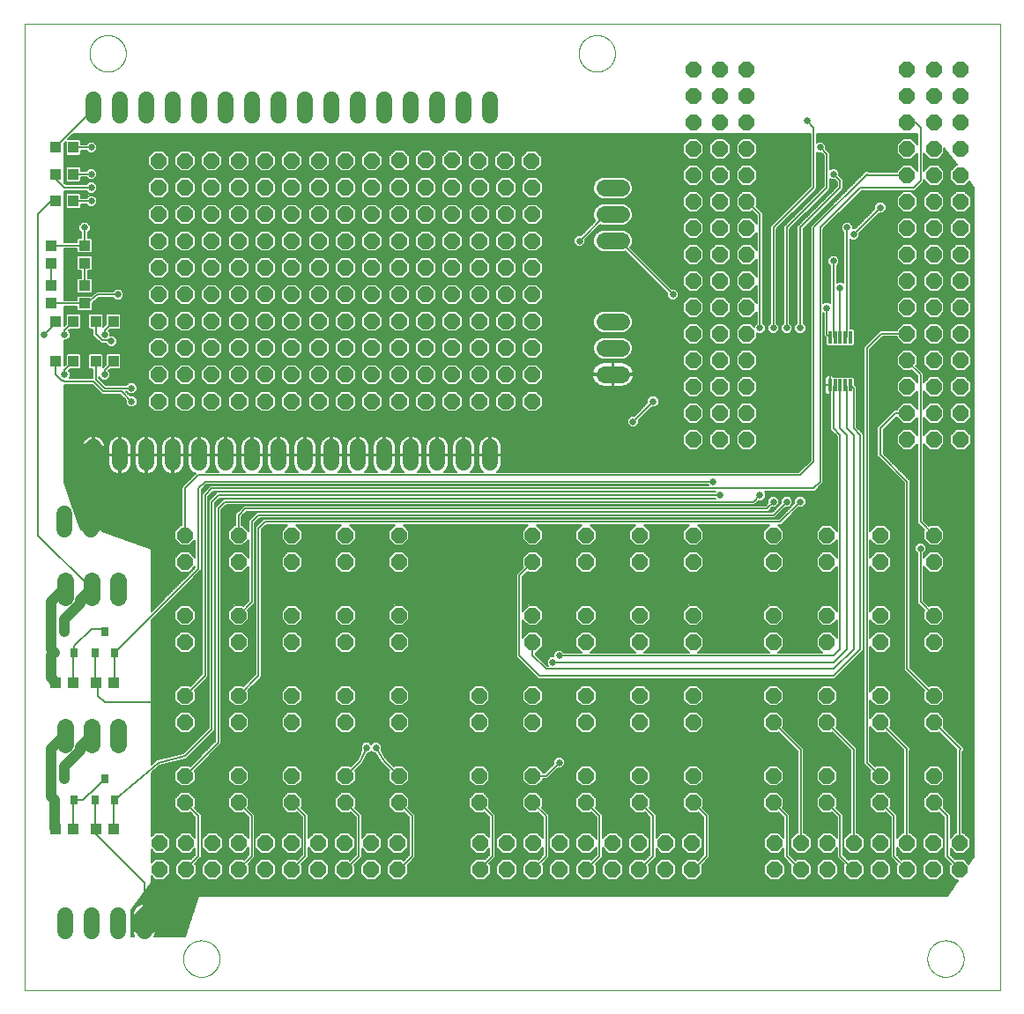
<source format=gbl>
G75*
%MOIN*%
%OFA0B0*%
%FSLAX25Y25*%
%IPPOS*%
%LPD*%
%AMOC8*
5,1,8,0,0,1.08239X$1,22.5*
%
%ADD10C,0.00000*%
%ADD11OC8,0.06000*%
%ADD12C,0.06000*%
%ADD13C,0.06496*%
%ADD14R,0.03937X0.04331*%
%ADD15R,0.04331X0.03937*%
%ADD16R,0.03150X0.03543*%
%ADD17R,0.01181X0.04724*%
%ADD18C,0.00600*%
%ADD19C,0.10000*%
%ADD20C,0.02578*%
%ADD21C,0.04000*%
D10*
X0001347Y0001000D02*
X0001347Y0366551D01*
X0370402Y0366551D01*
X0370402Y0001000D01*
X0001347Y0001000D01*
X0061386Y0012811D02*
X0061388Y0012980D01*
X0061394Y0013149D01*
X0061405Y0013318D01*
X0061419Y0013486D01*
X0061438Y0013654D01*
X0061461Y0013822D01*
X0061487Y0013989D01*
X0061518Y0014155D01*
X0061553Y0014321D01*
X0061592Y0014485D01*
X0061636Y0014649D01*
X0061683Y0014811D01*
X0061734Y0014972D01*
X0061789Y0015132D01*
X0061848Y0015291D01*
X0061910Y0015448D01*
X0061977Y0015603D01*
X0062048Y0015757D01*
X0062122Y0015909D01*
X0062200Y0016059D01*
X0062281Y0016207D01*
X0062366Y0016353D01*
X0062455Y0016497D01*
X0062547Y0016639D01*
X0062643Y0016778D01*
X0062742Y0016915D01*
X0062844Y0017050D01*
X0062950Y0017182D01*
X0063059Y0017311D01*
X0063171Y0017438D01*
X0063286Y0017562D01*
X0063404Y0017683D01*
X0063525Y0017801D01*
X0063649Y0017916D01*
X0063776Y0018028D01*
X0063905Y0018137D01*
X0064037Y0018243D01*
X0064172Y0018345D01*
X0064309Y0018444D01*
X0064448Y0018540D01*
X0064590Y0018632D01*
X0064734Y0018721D01*
X0064880Y0018806D01*
X0065028Y0018887D01*
X0065178Y0018965D01*
X0065330Y0019039D01*
X0065484Y0019110D01*
X0065639Y0019177D01*
X0065796Y0019239D01*
X0065955Y0019298D01*
X0066115Y0019353D01*
X0066276Y0019404D01*
X0066438Y0019451D01*
X0066602Y0019495D01*
X0066766Y0019534D01*
X0066932Y0019569D01*
X0067098Y0019600D01*
X0067265Y0019626D01*
X0067433Y0019649D01*
X0067601Y0019668D01*
X0067769Y0019682D01*
X0067938Y0019693D01*
X0068107Y0019699D01*
X0068276Y0019701D01*
X0068445Y0019699D01*
X0068614Y0019693D01*
X0068783Y0019682D01*
X0068951Y0019668D01*
X0069119Y0019649D01*
X0069287Y0019626D01*
X0069454Y0019600D01*
X0069620Y0019569D01*
X0069786Y0019534D01*
X0069950Y0019495D01*
X0070114Y0019451D01*
X0070276Y0019404D01*
X0070437Y0019353D01*
X0070597Y0019298D01*
X0070756Y0019239D01*
X0070913Y0019177D01*
X0071068Y0019110D01*
X0071222Y0019039D01*
X0071374Y0018965D01*
X0071524Y0018887D01*
X0071672Y0018806D01*
X0071818Y0018721D01*
X0071962Y0018632D01*
X0072104Y0018540D01*
X0072243Y0018444D01*
X0072380Y0018345D01*
X0072515Y0018243D01*
X0072647Y0018137D01*
X0072776Y0018028D01*
X0072903Y0017916D01*
X0073027Y0017801D01*
X0073148Y0017683D01*
X0073266Y0017562D01*
X0073381Y0017438D01*
X0073493Y0017311D01*
X0073602Y0017182D01*
X0073708Y0017050D01*
X0073810Y0016915D01*
X0073909Y0016778D01*
X0074005Y0016639D01*
X0074097Y0016497D01*
X0074186Y0016353D01*
X0074271Y0016207D01*
X0074352Y0016059D01*
X0074430Y0015909D01*
X0074504Y0015757D01*
X0074575Y0015603D01*
X0074642Y0015448D01*
X0074704Y0015291D01*
X0074763Y0015132D01*
X0074818Y0014972D01*
X0074869Y0014811D01*
X0074916Y0014649D01*
X0074960Y0014485D01*
X0074999Y0014321D01*
X0075034Y0014155D01*
X0075065Y0013989D01*
X0075091Y0013822D01*
X0075114Y0013654D01*
X0075133Y0013486D01*
X0075147Y0013318D01*
X0075158Y0013149D01*
X0075164Y0012980D01*
X0075166Y0012811D01*
X0075164Y0012642D01*
X0075158Y0012473D01*
X0075147Y0012304D01*
X0075133Y0012136D01*
X0075114Y0011968D01*
X0075091Y0011800D01*
X0075065Y0011633D01*
X0075034Y0011467D01*
X0074999Y0011301D01*
X0074960Y0011137D01*
X0074916Y0010973D01*
X0074869Y0010811D01*
X0074818Y0010650D01*
X0074763Y0010490D01*
X0074704Y0010331D01*
X0074642Y0010174D01*
X0074575Y0010019D01*
X0074504Y0009865D01*
X0074430Y0009713D01*
X0074352Y0009563D01*
X0074271Y0009415D01*
X0074186Y0009269D01*
X0074097Y0009125D01*
X0074005Y0008983D01*
X0073909Y0008844D01*
X0073810Y0008707D01*
X0073708Y0008572D01*
X0073602Y0008440D01*
X0073493Y0008311D01*
X0073381Y0008184D01*
X0073266Y0008060D01*
X0073148Y0007939D01*
X0073027Y0007821D01*
X0072903Y0007706D01*
X0072776Y0007594D01*
X0072647Y0007485D01*
X0072515Y0007379D01*
X0072380Y0007277D01*
X0072243Y0007178D01*
X0072104Y0007082D01*
X0071962Y0006990D01*
X0071818Y0006901D01*
X0071672Y0006816D01*
X0071524Y0006735D01*
X0071374Y0006657D01*
X0071222Y0006583D01*
X0071068Y0006512D01*
X0070913Y0006445D01*
X0070756Y0006383D01*
X0070597Y0006324D01*
X0070437Y0006269D01*
X0070276Y0006218D01*
X0070114Y0006171D01*
X0069950Y0006127D01*
X0069786Y0006088D01*
X0069620Y0006053D01*
X0069454Y0006022D01*
X0069287Y0005996D01*
X0069119Y0005973D01*
X0068951Y0005954D01*
X0068783Y0005940D01*
X0068614Y0005929D01*
X0068445Y0005923D01*
X0068276Y0005921D01*
X0068107Y0005923D01*
X0067938Y0005929D01*
X0067769Y0005940D01*
X0067601Y0005954D01*
X0067433Y0005973D01*
X0067265Y0005996D01*
X0067098Y0006022D01*
X0066932Y0006053D01*
X0066766Y0006088D01*
X0066602Y0006127D01*
X0066438Y0006171D01*
X0066276Y0006218D01*
X0066115Y0006269D01*
X0065955Y0006324D01*
X0065796Y0006383D01*
X0065639Y0006445D01*
X0065484Y0006512D01*
X0065330Y0006583D01*
X0065178Y0006657D01*
X0065028Y0006735D01*
X0064880Y0006816D01*
X0064734Y0006901D01*
X0064590Y0006990D01*
X0064448Y0007082D01*
X0064309Y0007178D01*
X0064172Y0007277D01*
X0064037Y0007379D01*
X0063905Y0007485D01*
X0063776Y0007594D01*
X0063649Y0007706D01*
X0063525Y0007821D01*
X0063404Y0007939D01*
X0063286Y0008060D01*
X0063171Y0008184D01*
X0063059Y0008311D01*
X0062950Y0008440D01*
X0062844Y0008572D01*
X0062742Y0008707D01*
X0062643Y0008844D01*
X0062547Y0008983D01*
X0062455Y0009125D01*
X0062366Y0009269D01*
X0062281Y0009415D01*
X0062200Y0009563D01*
X0062122Y0009713D01*
X0062048Y0009865D01*
X0061977Y0010019D01*
X0061910Y0010174D01*
X0061848Y0010331D01*
X0061789Y0010490D01*
X0061734Y0010650D01*
X0061683Y0010811D01*
X0061636Y0010973D01*
X0061592Y0011137D01*
X0061553Y0011301D01*
X0061518Y0011467D01*
X0061487Y0011633D01*
X0061461Y0011800D01*
X0061438Y0011968D01*
X0061419Y0012136D01*
X0061405Y0012304D01*
X0061394Y0012473D01*
X0061388Y0012642D01*
X0061386Y0012811D01*
X0342882Y0012811D02*
X0342884Y0012980D01*
X0342890Y0013149D01*
X0342901Y0013318D01*
X0342915Y0013486D01*
X0342934Y0013654D01*
X0342957Y0013822D01*
X0342983Y0013989D01*
X0343014Y0014155D01*
X0343049Y0014321D01*
X0343088Y0014485D01*
X0343132Y0014649D01*
X0343179Y0014811D01*
X0343230Y0014972D01*
X0343285Y0015132D01*
X0343344Y0015291D01*
X0343406Y0015448D01*
X0343473Y0015603D01*
X0343544Y0015757D01*
X0343618Y0015909D01*
X0343696Y0016059D01*
X0343777Y0016207D01*
X0343862Y0016353D01*
X0343951Y0016497D01*
X0344043Y0016639D01*
X0344139Y0016778D01*
X0344238Y0016915D01*
X0344340Y0017050D01*
X0344446Y0017182D01*
X0344555Y0017311D01*
X0344667Y0017438D01*
X0344782Y0017562D01*
X0344900Y0017683D01*
X0345021Y0017801D01*
X0345145Y0017916D01*
X0345272Y0018028D01*
X0345401Y0018137D01*
X0345533Y0018243D01*
X0345668Y0018345D01*
X0345805Y0018444D01*
X0345944Y0018540D01*
X0346086Y0018632D01*
X0346230Y0018721D01*
X0346376Y0018806D01*
X0346524Y0018887D01*
X0346674Y0018965D01*
X0346826Y0019039D01*
X0346980Y0019110D01*
X0347135Y0019177D01*
X0347292Y0019239D01*
X0347451Y0019298D01*
X0347611Y0019353D01*
X0347772Y0019404D01*
X0347934Y0019451D01*
X0348098Y0019495D01*
X0348262Y0019534D01*
X0348428Y0019569D01*
X0348594Y0019600D01*
X0348761Y0019626D01*
X0348929Y0019649D01*
X0349097Y0019668D01*
X0349265Y0019682D01*
X0349434Y0019693D01*
X0349603Y0019699D01*
X0349772Y0019701D01*
X0349941Y0019699D01*
X0350110Y0019693D01*
X0350279Y0019682D01*
X0350447Y0019668D01*
X0350615Y0019649D01*
X0350783Y0019626D01*
X0350950Y0019600D01*
X0351116Y0019569D01*
X0351282Y0019534D01*
X0351446Y0019495D01*
X0351610Y0019451D01*
X0351772Y0019404D01*
X0351933Y0019353D01*
X0352093Y0019298D01*
X0352252Y0019239D01*
X0352409Y0019177D01*
X0352564Y0019110D01*
X0352718Y0019039D01*
X0352870Y0018965D01*
X0353020Y0018887D01*
X0353168Y0018806D01*
X0353314Y0018721D01*
X0353458Y0018632D01*
X0353600Y0018540D01*
X0353739Y0018444D01*
X0353876Y0018345D01*
X0354011Y0018243D01*
X0354143Y0018137D01*
X0354272Y0018028D01*
X0354399Y0017916D01*
X0354523Y0017801D01*
X0354644Y0017683D01*
X0354762Y0017562D01*
X0354877Y0017438D01*
X0354989Y0017311D01*
X0355098Y0017182D01*
X0355204Y0017050D01*
X0355306Y0016915D01*
X0355405Y0016778D01*
X0355501Y0016639D01*
X0355593Y0016497D01*
X0355682Y0016353D01*
X0355767Y0016207D01*
X0355848Y0016059D01*
X0355926Y0015909D01*
X0356000Y0015757D01*
X0356071Y0015603D01*
X0356138Y0015448D01*
X0356200Y0015291D01*
X0356259Y0015132D01*
X0356314Y0014972D01*
X0356365Y0014811D01*
X0356412Y0014649D01*
X0356456Y0014485D01*
X0356495Y0014321D01*
X0356530Y0014155D01*
X0356561Y0013989D01*
X0356587Y0013822D01*
X0356610Y0013654D01*
X0356629Y0013486D01*
X0356643Y0013318D01*
X0356654Y0013149D01*
X0356660Y0012980D01*
X0356662Y0012811D01*
X0356660Y0012642D01*
X0356654Y0012473D01*
X0356643Y0012304D01*
X0356629Y0012136D01*
X0356610Y0011968D01*
X0356587Y0011800D01*
X0356561Y0011633D01*
X0356530Y0011467D01*
X0356495Y0011301D01*
X0356456Y0011137D01*
X0356412Y0010973D01*
X0356365Y0010811D01*
X0356314Y0010650D01*
X0356259Y0010490D01*
X0356200Y0010331D01*
X0356138Y0010174D01*
X0356071Y0010019D01*
X0356000Y0009865D01*
X0355926Y0009713D01*
X0355848Y0009563D01*
X0355767Y0009415D01*
X0355682Y0009269D01*
X0355593Y0009125D01*
X0355501Y0008983D01*
X0355405Y0008844D01*
X0355306Y0008707D01*
X0355204Y0008572D01*
X0355098Y0008440D01*
X0354989Y0008311D01*
X0354877Y0008184D01*
X0354762Y0008060D01*
X0354644Y0007939D01*
X0354523Y0007821D01*
X0354399Y0007706D01*
X0354272Y0007594D01*
X0354143Y0007485D01*
X0354011Y0007379D01*
X0353876Y0007277D01*
X0353739Y0007178D01*
X0353600Y0007082D01*
X0353458Y0006990D01*
X0353314Y0006901D01*
X0353168Y0006816D01*
X0353020Y0006735D01*
X0352870Y0006657D01*
X0352718Y0006583D01*
X0352564Y0006512D01*
X0352409Y0006445D01*
X0352252Y0006383D01*
X0352093Y0006324D01*
X0351933Y0006269D01*
X0351772Y0006218D01*
X0351610Y0006171D01*
X0351446Y0006127D01*
X0351282Y0006088D01*
X0351116Y0006053D01*
X0350950Y0006022D01*
X0350783Y0005996D01*
X0350615Y0005973D01*
X0350447Y0005954D01*
X0350279Y0005940D01*
X0350110Y0005929D01*
X0349941Y0005923D01*
X0349772Y0005921D01*
X0349603Y0005923D01*
X0349434Y0005929D01*
X0349265Y0005940D01*
X0349097Y0005954D01*
X0348929Y0005973D01*
X0348761Y0005996D01*
X0348594Y0006022D01*
X0348428Y0006053D01*
X0348262Y0006088D01*
X0348098Y0006127D01*
X0347934Y0006171D01*
X0347772Y0006218D01*
X0347611Y0006269D01*
X0347451Y0006324D01*
X0347292Y0006383D01*
X0347135Y0006445D01*
X0346980Y0006512D01*
X0346826Y0006583D01*
X0346674Y0006657D01*
X0346524Y0006735D01*
X0346376Y0006816D01*
X0346230Y0006901D01*
X0346086Y0006990D01*
X0345944Y0007082D01*
X0345805Y0007178D01*
X0345668Y0007277D01*
X0345533Y0007379D01*
X0345401Y0007485D01*
X0345272Y0007594D01*
X0345145Y0007706D01*
X0345021Y0007821D01*
X0344900Y0007939D01*
X0344782Y0008060D01*
X0344667Y0008184D01*
X0344555Y0008311D01*
X0344446Y0008440D01*
X0344340Y0008572D01*
X0344238Y0008707D01*
X0344139Y0008844D01*
X0344043Y0008983D01*
X0343951Y0009125D01*
X0343862Y0009269D01*
X0343777Y0009415D01*
X0343696Y0009563D01*
X0343618Y0009713D01*
X0343544Y0009865D01*
X0343473Y0010019D01*
X0343406Y0010174D01*
X0343344Y0010331D01*
X0343285Y0010490D01*
X0343230Y0010650D01*
X0343179Y0010811D01*
X0343132Y0010973D01*
X0343088Y0011137D01*
X0343049Y0011301D01*
X0343014Y0011467D01*
X0342983Y0011633D01*
X0342957Y0011800D01*
X0342934Y0011968D01*
X0342915Y0012136D01*
X0342901Y0012304D01*
X0342890Y0012473D01*
X0342884Y0012642D01*
X0342882Y0012811D01*
X0210993Y0355331D02*
X0210995Y0355500D01*
X0211001Y0355669D01*
X0211012Y0355838D01*
X0211026Y0356006D01*
X0211045Y0356174D01*
X0211068Y0356342D01*
X0211094Y0356509D01*
X0211125Y0356675D01*
X0211160Y0356841D01*
X0211199Y0357005D01*
X0211243Y0357169D01*
X0211290Y0357331D01*
X0211341Y0357492D01*
X0211396Y0357652D01*
X0211455Y0357811D01*
X0211517Y0357968D01*
X0211584Y0358123D01*
X0211655Y0358277D01*
X0211729Y0358429D01*
X0211807Y0358579D01*
X0211888Y0358727D01*
X0211973Y0358873D01*
X0212062Y0359017D01*
X0212154Y0359159D01*
X0212250Y0359298D01*
X0212349Y0359435D01*
X0212451Y0359570D01*
X0212557Y0359702D01*
X0212666Y0359831D01*
X0212778Y0359958D01*
X0212893Y0360082D01*
X0213011Y0360203D01*
X0213132Y0360321D01*
X0213256Y0360436D01*
X0213383Y0360548D01*
X0213512Y0360657D01*
X0213644Y0360763D01*
X0213779Y0360865D01*
X0213916Y0360964D01*
X0214055Y0361060D01*
X0214197Y0361152D01*
X0214341Y0361241D01*
X0214487Y0361326D01*
X0214635Y0361407D01*
X0214785Y0361485D01*
X0214937Y0361559D01*
X0215091Y0361630D01*
X0215246Y0361697D01*
X0215403Y0361759D01*
X0215562Y0361818D01*
X0215722Y0361873D01*
X0215883Y0361924D01*
X0216045Y0361971D01*
X0216209Y0362015D01*
X0216373Y0362054D01*
X0216539Y0362089D01*
X0216705Y0362120D01*
X0216872Y0362146D01*
X0217040Y0362169D01*
X0217208Y0362188D01*
X0217376Y0362202D01*
X0217545Y0362213D01*
X0217714Y0362219D01*
X0217883Y0362221D01*
X0218052Y0362219D01*
X0218221Y0362213D01*
X0218390Y0362202D01*
X0218558Y0362188D01*
X0218726Y0362169D01*
X0218894Y0362146D01*
X0219061Y0362120D01*
X0219227Y0362089D01*
X0219393Y0362054D01*
X0219557Y0362015D01*
X0219721Y0361971D01*
X0219883Y0361924D01*
X0220044Y0361873D01*
X0220204Y0361818D01*
X0220363Y0361759D01*
X0220520Y0361697D01*
X0220675Y0361630D01*
X0220829Y0361559D01*
X0220981Y0361485D01*
X0221131Y0361407D01*
X0221279Y0361326D01*
X0221425Y0361241D01*
X0221569Y0361152D01*
X0221711Y0361060D01*
X0221850Y0360964D01*
X0221987Y0360865D01*
X0222122Y0360763D01*
X0222254Y0360657D01*
X0222383Y0360548D01*
X0222510Y0360436D01*
X0222634Y0360321D01*
X0222755Y0360203D01*
X0222873Y0360082D01*
X0222988Y0359958D01*
X0223100Y0359831D01*
X0223209Y0359702D01*
X0223315Y0359570D01*
X0223417Y0359435D01*
X0223516Y0359298D01*
X0223612Y0359159D01*
X0223704Y0359017D01*
X0223793Y0358873D01*
X0223878Y0358727D01*
X0223959Y0358579D01*
X0224037Y0358429D01*
X0224111Y0358277D01*
X0224182Y0358123D01*
X0224249Y0357968D01*
X0224311Y0357811D01*
X0224370Y0357652D01*
X0224425Y0357492D01*
X0224476Y0357331D01*
X0224523Y0357169D01*
X0224567Y0357005D01*
X0224606Y0356841D01*
X0224641Y0356675D01*
X0224672Y0356509D01*
X0224698Y0356342D01*
X0224721Y0356174D01*
X0224740Y0356006D01*
X0224754Y0355838D01*
X0224765Y0355669D01*
X0224771Y0355500D01*
X0224773Y0355331D01*
X0224771Y0355162D01*
X0224765Y0354993D01*
X0224754Y0354824D01*
X0224740Y0354656D01*
X0224721Y0354488D01*
X0224698Y0354320D01*
X0224672Y0354153D01*
X0224641Y0353987D01*
X0224606Y0353821D01*
X0224567Y0353657D01*
X0224523Y0353493D01*
X0224476Y0353331D01*
X0224425Y0353170D01*
X0224370Y0353010D01*
X0224311Y0352851D01*
X0224249Y0352694D01*
X0224182Y0352539D01*
X0224111Y0352385D01*
X0224037Y0352233D01*
X0223959Y0352083D01*
X0223878Y0351935D01*
X0223793Y0351789D01*
X0223704Y0351645D01*
X0223612Y0351503D01*
X0223516Y0351364D01*
X0223417Y0351227D01*
X0223315Y0351092D01*
X0223209Y0350960D01*
X0223100Y0350831D01*
X0222988Y0350704D01*
X0222873Y0350580D01*
X0222755Y0350459D01*
X0222634Y0350341D01*
X0222510Y0350226D01*
X0222383Y0350114D01*
X0222254Y0350005D01*
X0222122Y0349899D01*
X0221987Y0349797D01*
X0221850Y0349698D01*
X0221711Y0349602D01*
X0221569Y0349510D01*
X0221425Y0349421D01*
X0221279Y0349336D01*
X0221131Y0349255D01*
X0220981Y0349177D01*
X0220829Y0349103D01*
X0220675Y0349032D01*
X0220520Y0348965D01*
X0220363Y0348903D01*
X0220204Y0348844D01*
X0220044Y0348789D01*
X0219883Y0348738D01*
X0219721Y0348691D01*
X0219557Y0348647D01*
X0219393Y0348608D01*
X0219227Y0348573D01*
X0219061Y0348542D01*
X0218894Y0348516D01*
X0218726Y0348493D01*
X0218558Y0348474D01*
X0218390Y0348460D01*
X0218221Y0348449D01*
X0218052Y0348443D01*
X0217883Y0348441D01*
X0217714Y0348443D01*
X0217545Y0348449D01*
X0217376Y0348460D01*
X0217208Y0348474D01*
X0217040Y0348493D01*
X0216872Y0348516D01*
X0216705Y0348542D01*
X0216539Y0348573D01*
X0216373Y0348608D01*
X0216209Y0348647D01*
X0216045Y0348691D01*
X0215883Y0348738D01*
X0215722Y0348789D01*
X0215562Y0348844D01*
X0215403Y0348903D01*
X0215246Y0348965D01*
X0215091Y0349032D01*
X0214937Y0349103D01*
X0214785Y0349177D01*
X0214635Y0349255D01*
X0214487Y0349336D01*
X0214341Y0349421D01*
X0214197Y0349510D01*
X0214055Y0349602D01*
X0213916Y0349698D01*
X0213779Y0349797D01*
X0213644Y0349899D01*
X0213512Y0350005D01*
X0213383Y0350114D01*
X0213256Y0350226D01*
X0213132Y0350341D01*
X0213011Y0350459D01*
X0212893Y0350580D01*
X0212778Y0350704D01*
X0212666Y0350831D01*
X0212557Y0350960D01*
X0212451Y0351092D01*
X0212349Y0351227D01*
X0212250Y0351364D01*
X0212154Y0351503D01*
X0212062Y0351645D01*
X0211973Y0351789D01*
X0211888Y0351935D01*
X0211807Y0352083D01*
X0211729Y0352233D01*
X0211655Y0352385D01*
X0211584Y0352539D01*
X0211517Y0352694D01*
X0211455Y0352851D01*
X0211396Y0353010D01*
X0211341Y0353170D01*
X0211290Y0353331D01*
X0211243Y0353493D01*
X0211199Y0353657D01*
X0211160Y0353821D01*
X0211125Y0353987D01*
X0211094Y0354153D01*
X0211068Y0354320D01*
X0211045Y0354488D01*
X0211026Y0354656D01*
X0211012Y0354824D01*
X0211001Y0354993D01*
X0210995Y0355162D01*
X0210993Y0355331D01*
X0025953Y0355331D02*
X0025955Y0355500D01*
X0025961Y0355669D01*
X0025972Y0355838D01*
X0025986Y0356006D01*
X0026005Y0356174D01*
X0026028Y0356342D01*
X0026054Y0356509D01*
X0026085Y0356675D01*
X0026120Y0356841D01*
X0026159Y0357005D01*
X0026203Y0357169D01*
X0026250Y0357331D01*
X0026301Y0357492D01*
X0026356Y0357652D01*
X0026415Y0357811D01*
X0026477Y0357968D01*
X0026544Y0358123D01*
X0026615Y0358277D01*
X0026689Y0358429D01*
X0026767Y0358579D01*
X0026848Y0358727D01*
X0026933Y0358873D01*
X0027022Y0359017D01*
X0027114Y0359159D01*
X0027210Y0359298D01*
X0027309Y0359435D01*
X0027411Y0359570D01*
X0027517Y0359702D01*
X0027626Y0359831D01*
X0027738Y0359958D01*
X0027853Y0360082D01*
X0027971Y0360203D01*
X0028092Y0360321D01*
X0028216Y0360436D01*
X0028343Y0360548D01*
X0028472Y0360657D01*
X0028604Y0360763D01*
X0028739Y0360865D01*
X0028876Y0360964D01*
X0029015Y0361060D01*
X0029157Y0361152D01*
X0029301Y0361241D01*
X0029447Y0361326D01*
X0029595Y0361407D01*
X0029745Y0361485D01*
X0029897Y0361559D01*
X0030051Y0361630D01*
X0030206Y0361697D01*
X0030363Y0361759D01*
X0030522Y0361818D01*
X0030682Y0361873D01*
X0030843Y0361924D01*
X0031005Y0361971D01*
X0031169Y0362015D01*
X0031333Y0362054D01*
X0031499Y0362089D01*
X0031665Y0362120D01*
X0031832Y0362146D01*
X0032000Y0362169D01*
X0032168Y0362188D01*
X0032336Y0362202D01*
X0032505Y0362213D01*
X0032674Y0362219D01*
X0032843Y0362221D01*
X0033012Y0362219D01*
X0033181Y0362213D01*
X0033350Y0362202D01*
X0033518Y0362188D01*
X0033686Y0362169D01*
X0033854Y0362146D01*
X0034021Y0362120D01*
X0034187Y0362089D01*
X0034353Y0362054D01*
X0034517Y0362015D01*
X0034681Y0361971D01*
X0034843Y0361924D01*
X0035004Y0361873D01*
X0035164Y0361818D01*
X0035323Y0361759D01*
X0035480Y0361697D01*
X0035635Y0361630D01*
X0035789Y0361559D01*
X0035941Y0361485D01*
X0036091Y0361407D01*
X0036239Y0361326D01*
X0036385Y0361241D01*
X0036529Y0361152D01*
X0036671Y0361060D01*
X0036810Y0360964D01*
X0036947Y0360865D01*
X0037082Y0360763D01*
X0037214Y0360657D01*
X0037343Y0360548D01*
X0037470Y0360436D01*
X0037594Y0360321D01*
X0037715Y0360203D01*
X0037833Y0360082D01*
X0037948Y0359958D01*
X0038060Y0359831D01*
X0038169Y0359702D01*
X0038275Y0359570D01*
X0038377Y0359435D01*
X0038476Y0359298D01*
X0038572Y0359159D01*
X0038664Y0359017D01*
X0038753Y0358873D01*
X0038838Y0358727D01*
X0038919Y0358579D01*
X0038997Y0358429D01*
X0039071Y0358277D01*
X0039142Y0358123D01*
X0039209Y0357968D01*
X0039271Y0357811D01*
X0039330Y0357652D01*
X0039385Y0357492D01*
X0039436Y0357331D01*
X0039483Y0357169D01*
X0039527Y0357005D01*
X0039566Y0356841D01*
X0039601Y0356675D01*
X0039632Y0356509D01*
X0039658Y0356342D01*
X0039681Y0356174D01*
X0039700Y0356006D01*
X0039714Y0355838D01*
X0039725Y0355669D01*
X0039731Y0355500D01*
X0039733Y0355331D01*
X0039731Y0355162D01*
X0039725Y0354993D01*
X0039714Y0354824D01*
X0039700Y0354656D01*
X0039681Y0354488D01*
X0039658Y0354320D01*
X0039632Y0354153D01*
X0039601Y0353987D01*
X0039566Y0353821D01*
X0039527Y0353657D01*
X0039483Y0353493D01*
X0039436Y0353331D01*
X0039385Y0353170D01*
X0039330Y0353010D01*
X0039271Y0352851D01*
X0039209Y0352694D01*
X0039142Y0352539D01*
X0039071Y0352385D01*
X0038997Y0352233D01*
X0038919Y0352083D01*
X0038838Y0351935D01*
X0038753Y0351789D01*
X0038664Y0351645D01*
X0038572Y0351503D01*
X0038476Y0351364D01*
X0038377Y0351227D01*
X0038275Y0351092D01*
X0038169Y0350960D01*
X0038060Y0350831D01*
X0037948Y0350704D01*
X0037833Y0350580D01*
X0037715Y0350459D01*
X0037594Y0350341D01*
X0037470Y0350226D01*
X0037343Y0350114D01*
X0037214Y0350005D01*
X0037082Y0349899D01*
X0036947Y0349797D01*
X0036810Y0349698D01*
X0036671Y0349602D01*
X0036529Y0349510D01*
X0036385Y0349421D01*
X0036239Y0349336D01*
X0036091Y0349255D01*
X0035941Y0349177D01*
X0035789Y0349103D01*
X0035635Y0349032D01*
X0035480Y0348965D01*
X0035323Y0348903D01*
X0035164Y0348844D01*
X0035004Y0348789D01*
X0034843Y0348738D01*
X0034681Y0348691D01*
X0034517Y0348647D01*
X0034353Y0348608D01*
X0034187Y0348573D01*
X0034021Y0348542D01*
X0033854Y0348516D01*
X0033686Y0348493D01*
X0033518Y0348474D01*
X0033350Y0348460D01*
X0033181Y0348449D01*
X0033012Y0348443D01*
X0032843Y0348441D01*
X0032674Y0348443D01*
X0032505Y0348449D01*
X0032336Y0348460D01*
X0032168Y0348474D01*
X0032000Y0348493D01*
X0031832Y0348516D01*
X0031665Y0348542D01*
X0031499Y0348573D01*
X0031333Y0348608D01*
X0031169Y0348647D01*
X0031005Y0348691D01*
X0030843Y0348738D01*
X0030682Y0348789D01*
X0030522Y0348844D01*
X0030363Y0348903D01*
X0030206Y0348965D01*
X0030051Y0349032D01*
X0029897Y0349103D01*
X0029745Y0349177D01*
X0029595Y0349255D01*
X0029447Y0349336D01*
X0029301Y0349421D01*
X0029157Y0349510D01*
X0029015Y0349602D01*
X0028876Y0349698D01*
X0028739Y0349797D01*
X0028604Y0349899D01*
X0028472Y0350005D01*
X0028343Y0350114D01*
X0028216Y0350226D01*
X0028092Y0350341D01*
X0027971Y0350459D01*
X0027853Y0350580D01*
X0027738Y0350704D01*
X0027626Y0350831D01*
X0027517Y0350960D01*
X0027411Y0351092D01*
X0027309Y0351227D01*
X0027210Y0351364D01*
X0027114Y0351503D01*
X0027022Y0351645D01*
X0026933Y0351789D01*
X0026848Y0351935D01*
X0026767Y0352083D01*
X0026689Y0352233D01*
X0026615Y0352385D01*
X0026544Y0352539D01*
X0026477Y0352694D01*
X0026415Y0352851D01*
X0026356Y0353010D01*
X0026301Y0353170D01*
X0026250Y0353331D01*
X0026203Y0353493D01*
X0026159Y0353657D01*
X0026120Y0353821D01*
X0026085Y0353987D01*
X0026054Y0354153D01*
X0026028Y0354320D01*
X0026005Y0354488D01*
X0025986Y0354656D01*
X0025972Y0354824D01*
X0025961Y0354993D01*
X0025955Y0355162D01*
X0025953Y0355331D01*
D11*
X0052056Y0314661D03*
X0062056Y0314661D03*
X0072056Y0314661D03*
X0072056Y0304543D03*
X0072056Y0294425D03*
X0062056Y0294425D03*
X0052056Y0294425D03*
X0052056Y0304543D03*
X0062056Y0304543D03*
X0062056Y0284307D03*
X0052056Y0284307D03*
X0052056Y0274189D03*
X0062056Y0274189D03*
X0072056Y0274189D03*
X0072056Y0284307D03*
X0082410Y0284307D03*
X0092410Y0284307D03*
X0102410Y0284307D03*
X0102410Y0274189D03*
X0092410Y0274189D03*
X0082410Y0274189D03*
X0082410Y0264071D03*
X0092410Y0264071D03*
X0092410Y0253953D03*
X0082410Y0253953D03*
X0082410Y0243835D03*
X0092410Y0243835D03*
X0102410Y0243835D03*
X0102410Y0253953D03*
X0102410Y0264071D03*
X0112764Y0264071D03*
X0112764Y0253953D03*
X0122764Y0253953D03*
X0132764Y0253953D03*
X0132764Y0264071D03*
X0122764Y0264071D03*
X0122764Y0274189D03*
X0132764Y0274189D03*
X0132764Y0284307D03*
X0122764Y0284307D03*
X0112764Y0284307D03*
X0112764Y0274189D03*
X0112764Y0294425D03*
X0112764Y0304543D03*
X0122764Y0304543D03*
X0132764Y0304543D03*
X0132764Y0294425D03*
X0122764Y0294425D03*
X0122764Y0314661D03*
X0132764Y0314661D03*
X0143178Y0314807D03*
X0153178Y0314807D03*
X0163178Y0314807D03*
X0173178Y0314598D03*
X0183178Y0314598D03*
X0193178Y0314598D03*
X0193473Y0304543D03*
X0193473Y0294425D03*
X0183473Y0294425D03*
X0183473Y0304543D03*
X0173473Y0304543D03*
X0173473Y0294425D03*
X0173473Y0284307D03*
X0183473Y0284307D03*
X0193473Y0284307D03*
X0193473Y0274189D03*
X0183473Y0274189D03*
X0173473Y0274189D03*
X0173473Y0264071D03*
X0173473Y0253953D03*
X0183473Y0253953D03*
X0183473Y0264071D03*
X0193473Y0264071D03*
X0193473Y0253953D03*
X0193473Y0243835D03*
X0183473Y0243835D03*
X0173473Y0243835D03*
X0173473Y0233717D03*
X0183473Y0233717D03*
X0193473Y0233717D03*
X0193473Y0223598D03*
X0183473Y0223598D03*
X0173473Y0223598D03*
X0163119Y0223598D03*
X0153119Y0223598D03*
X0143119Y0223598D03*
X0143119Y0233717D03*
X0153119Y0233717D03*
X0163119Y0233717D03*
X0163119Y0243835D03*
X0153119Y0243835D03*
X0143119Y0243835D03*
X0143119Y0253953D03*
X0143119Y0264071D03*
X0153119Y0264071D03*
X0163119Y0264071D03*
X0163119Y0253953D03*
X0153119Y0253953D03*
X0153119Y0274189D03*
X0163119Y0274189D03*
X0163119Y0284307D03*
X0153119Y0284307D03*
X0143119Y0284307D03*
X0143119Y0274189D03*
X0143119Y0294425D03*
X0143119Y0304543D03*
X0153119Y0304543D03*
X0163119Y0304543D03*
X0163119Y0294425D03*
X0153119Y0294425D03*
X0112764Y0314661D03*
X0102410Y0314661D03*
X0092410Y0314661D03*
X0082410Y0314661D03*
X0082410Y0304543D03*
X0092410Y0304543D03*
X0092410Y0294425D03*
X0082410Y0294425D03*
X0102410Y0294425D03*
X0102410Y0304543D03*
X0072056Y0264071D03*
X0072056Y0253953D03*
X0062056Y0253953D03*
X0052056Y0253953D03*
X0052056Y0264071D03*
X0062056Y0264071D03*
X0062056Y0243835D03*
X0052056Y0243835D03*
X0052056Y0233717D03*
X0062056Y0233717D03*
X0072056Y0233717D03*
X0072056Y0243835D03*
X0082410Y0233717D03*
X0092410Y0233717D03*
X0102410Y0233717D03*
X0102410Y0223598D03*
X0092410Y0223598D03*
X0082410Y0223598D03*
X0072056Y0223598D03*
X0062056Y0223598D03*
X0052056Y0223598D03*
X0062056Y0173008D03*
X0062056Y0162890D03*
X0082292Y0162890D03*
X0082292Y0173008D03*
X0102528Y0173008D03*
X0102528Y0162890D03*
X0102528Y0142654D03*
X0102528Y0132535D03*
X0082292Y0132535D03*
X0082292Y0142654D03*
X0062056Y0142654D03*
X0062056Y0132535D03*
X0062056Y0112299D03*
X0062056Y0102181D03*
X0062056Y0081945D03*
X0062056Y0071827D03*
X0062469Y0056591D03*
X0052469Y0056591D03*
X0052469Y0046591D03*
X0062469Y0046591D03*
X0072469Y0046591D03*
X0072469Y0056591D03*
X0082469Y0056591D03*
X0092469Y0056591D03*
X0102469Y0056591D03*
X0112469Y0056591D03*
X0122469Y0056591D03*
X0132469Y0056591D03*
X0142469Y0056591D03*
X0142469Y0046591D03*
X0132469Y0046591D03*
X0122469Y0046591D03*
X0112469Y0046591D03*
X0102469Y0046591D03*
X0092469Y0046591D03*
X0082469Y0046591D03*
X0082292Y0071827D03*
X0082292Y0081945D03*
X0082292Y0102181D03*
X0082292Y0112299D03*
X0102528Y0112299D03*
X0102528Y0102181D03*
X0102528Y0081945D03*
X0102528Y0071827D03*
X0122764Y0071827D03*
X0122764Y0081945D03*
X0122764Y0102181D03*
X0122764Y0112299D03*
X0143001Y0112299D03*
X0143001Y0102181D03*
X0143001Y0081945D03*
X0143001Y0071827D03*
X0173355Y0071827D03*
X0173355Y0081945D03*
X0173355Y0102181D03*
X0173355Y0112299D03*
X0193591Y0112299D03*
X0193591Y0102181D03*
X0193591Y0081945D03*
X0193591Y0071827D03*
X0193827Y0056591D03*
X0203827Y0056591D03*
X0203827Y0046591D03*
X0193827Y0046591D03*
X0183827Y0046591D03*
X0173827Y0046591D03*
X0173827Y0056591D03*
X0183827Y0056591D03*
X0213827Y0056591D03*
X0213827Y0046591D03*
X0223827Y0046591D03*
X0233827Y0046591D03*
X0233827Y0056591D03*
X0223827Y0056591D03*
X0213827Y0071827D03*
X0213827Y0081945D03*
X0213827Y0102181D03*
X0213827Y0112299D03*
X0213827Y0132535D03*
X0213827Y0142654D03*
X0193591Y0142654D03*
X0193591Y0132535D03*
X0193591Y0162890D03*
X0193591Y0173008D03*
X0213827Y0173008D03*
X0213827Y0162890D03*
X0234064Y0162890D03*
X0234064Y0173008D03*
X0254300Y0173008D03*
X0254300Y0162890D03*
X0254300Y0142654D03*
X0254300Y0132535D03*
X0234064Y0132535D03*
X0234064Y0142654D03*
X0234064Y0112299D03*
X0234064Y0102181D03*
X0254300Y0102181D03*
X0254300Y0112299D03*
X0254300Y0081945D03*
X0254300Y0071827D03*
X0253827Y0056591D03*
X0243827Y0056591D03*
X0243827Y0046591D03*
X0253827Y0046591D03*
X0234064Y0071827D03*
X0234064Y0081945D03*
X0284654Y0081945D03*
X0284654Y0071827D03*
X0285068Y0056591D03*
X0295068Y0056591D03*
X0305068Y0056591D03*
X0315068Y0056591D03*
X0325068Y0056591D03*
X0335068Y0056591D03*
X0345068Y0056591D03*
X0355068Y0056591D03*
X0355068Y0046591D03*
X0345068Y0046591D03*
X0335068Y0046591D03*
X0325068Y0046591D03*
X0315068Y0046591D03*
X0305068Y0046591D03*
X0295068Y0046591D03*
X0285068Y0046591D03*
X0304890Y0071827D03*
X0304890Y0081945D03*
X0304890Y0102181D03*
X0304890Y0112299D03*
X0325127Y0112299D03*
X0325127Y0102181D03*
X0345363Y0102181D03*
X0345363Y0112299D03*
X0345363Y0132535D03*
X0345363Y0142654D03*
X0325127Y0142654D03*
X0325127Y0132535D03*
X0304890Y0132535D03*
X0304890Y0142654D03*
X0284654Y0142654D03*
X0284654Y0132535D03*
X0284654Y0112299D03*
X0284654Y0102181D03*
X0325127Y0081945D03*
X0325127Y0071827D03*
X0345363Y0071827D03*
X0345363Y0081945D03*
X0345363Y0162890D03*
X0345363Y0173008D03*
X0325127Y0173008D03*
X0325127Y0162890D03*
X0304890Y0162890D03*
X0304890Y0173008D03*
X0284654Y0173008D03*
X0284654Y0162890D03*
X0274536Y0209248D03*
X0264418Y0209248D03*
X0264418Y0219248D03*
X0274536Y0219248D03*
X0274536Y0229248D03*
X0264418Y0229248D03*
X0264418Y0239248D03*
X0264418Y0249248D03*
X0274536Y0249248D03*
X0274536Y0239248D03*
X0274536Y0259248D03*
X0264418Y0259248D03*
X0264418Y0269248D03*
X0264418Y0279248D03*
X0274536Y0279248D03*
X0274536Y0269248D03*
X0274536Y0289248D03*
X0264418Y0289248D03*
X0264418Y0299248D03*
X0274536Y0299248D03*
X0274536Y0309248D03*
X0274536Y0319248D03*
X0264418Y0319248D03*
X0264418Y0309248D03*
X0254300Y0309248D03*
X0254300Y0319248D03*
X0254300Y0329248D03*
X0254300Y0339248D03*
X0254300Y0349248D03*
X0264418Y0349248D03*
X0274536Y0349248D03*
X0274536Y0339248D03*
X0264418Y0339248D03*
X0264418Y0329248D03*
X0274536Y0329248D03*
X0254300Y0299248D03*
X0254300Y0289248D03*
X0254300Y0279248D03*
X0254300Y0269248D03*
X0254300Y0259248D03*
X0254300Y0249248D03*
X0254300Y0239248D03*
X0254300Y0229248D03*
X0254300Y0219248D03*
X0254300Y0209248D03*
X0335245Y0209248D03*
X0345363Y0209248D03*
X0345363Y0219248D03*
X0335245Y0219248D03*
X0335245Y0229248D03*
X0345363Y0229248D03*
X0345363Y0239248D03*
X0345363Y0249248D03*
X0335245Y0249248D03*
X0335245Y0239248D03*
X0335245Y0259248D03*
X0345363Y0259248D03*
X0345363Y0269248D03*
X0345363Y0279248D03*
X0335245Y0279248D03*
X0335245Y0269248D03*
X0335245Y0289248D03*
X0345363Y0289248D03*
X0345363Y0299248D03*
X0335245Y0299248D03*
X0335245Y0309248D03*
X0335245Y0319248D03*
X0345363Y0319248D03*
X0345363Y0309248D03*
X0355481Y0309248D03*
X0355481Y0319248D03*
X0355481Y0329248D03*
X0355481Y0339248D03*
X0355481Y0349248D03*
X0345363Y0349248D03*
X0335245Y0349248D03*
X0335245Y0339248D03*
X0345363Y0339248D03*
X0345363Y0329248D03*
X0335245Y0329248D03*
X0355481Y0299248D03*
X0355481Y0289248D03*
X0355481Y0279248D03*
X0355481Y0269248D03*
X0355481Y0259248D03*
X0355481Y0249248D03*
X0355481Y0239248D03*
X0355481Y0229248D03*
X0355481Y0219248D03*
X0355481Y0209248D03*
X0143001Y0173008D03*
X0143001Y0162890D03*
X0122764Y0162890D03*
X0122764Y0173008D03*
X0122764Y0142654D03*
X0122764Y0132535D03*
X0143001Y0132535D03*
X0143001Y0142654D03*
X0132764Y0223598D03*
X0122764Y0223598D03*
X0112764Y0223598D03*
X0112764Y0233717D03*
X0122764Y0233717D03*
X0132764Y0233717D03*
X0132764Y0243835D03*
X0122764Y0243835D03*
X0112764Y0243835D03*
D12*
X0117528Y0206362D02*
X0117528Y0200362D01*
X0107528Y0200362D02*
X0107528Y0206362D01*
X0097528Y0206362D02*
X0097528Y0200362D01*
X0087528Y0200362D02*
X0087528Y0206362D01*
X0077528Y0206362D02*
X0077528Y0200362D01*
X0067528Y0200362D02*
X0067528Y0206362D01*
X0057528Y0206362D02*
X0057528Y0200362D01*
X0047528Y0200362D02*
X0047528Y0206362D01*
X0037528Y0206362D02*
X0037528Y0200362D01*
X0027528Y0200362D02*
X0027528Y0206362D01*
X0026583Y0181067D02*
X0026583Y0175067D01*
X0016583Y0175067D02*
X0016583Y0181067D01*
X0127528Y0200362D02*
X0127528Y0206362D01*
X0137528Y0206362D02*
X0137528Y0200362D01*
X0147528Y0200362D02*
X0147528Y0206362D01*
X0157528Y0206362D02*
X0157528Y0200362D01*
X0167528Y0200362D02*
X0167528Y0206362D01*
X0177528Y0206362D02*
X0177528Y0200362D01*
X0177528Y0331898D02*
X0177528Y0337898D01*
X0167528Y0337898D02*
X0167528Y0331898D01*
X0157528Y0331898D02*
X0157528Y0337898D01*
X0147528Y0337898D02*
X0147528Y0331898D01*
X0137528Y0331898D02*
X0137528Y0337898D01*
X0127528Y0337898D02*
X0127528Y0331898D01*
X0117528Y0331898D02*
X0117528Y0337898D01*
X0107528Y0337898D02*
X0107528Y0331898D01*
X0097528Y0331898D02*
X0097528Y0337898D01*
X0087528Y0337898D02*
X0087528Y0331898D01*
X0077528Y0331898D02*
X0077528Y0337898D01*
X0067528Y0337898D02*
X0067528Y0331898D01*
X0057528Y0331898D02*
X0057528Y0337898D01*
X0047528Y0337898D02*
X0047528Y0331898D01*
X0037528Y0331898D02*
X0037528Y0337898D01*
X0027528Y0337898D02*
X0027528Y0331898D01*
X0026701Y0029295D02*
X0026701Y0023295D01*
X0036701Y0023295D02*
X0036701Y0029295D01*
X0046701Y0029295D02*
X0046701Y0023295D01*
X0016701Y0023295D02*
X0016701Y0029295D01*
D13*
X0016642Y0093874D02*
X0016642Y0100370D01*
X0026642Y0100370D02*
X0026642Y0093874D01*
X0036642Y0093874D02*
X0036642Y0100370D01*
X0036642Y0149524D02*
X0036642Y0156020D01*
X0026642Y0156020D02*
X0026642Y0149524D01*
X0016642Y0149524D02*
X0016642Y0156020D01*
X0220698Y0233835D02*
X0227194Y0233835D01*
X0227194Y0243835D02*
X0220698Y0243835D01*
X0220698Y0253835D02*
X0227194Y0253835D01*
X0227194Y0284425D02*
X0220698Y0284425D01*
X0220698Y0294425D02*
X0227194Y0294425D01*
X0227194Y0304425D02*
X0220698Y0304425D01*
D14*
X0035048Y0253953D03*
X0028355Y0253953D03*
X0019871Y0253953D03*
X0013178Y0253953D03*
X0013178Y0238776D03*
X0019871Y0238776D03*
X0028355Y0238776D03*
X0035048Y0238776D03*
X0019871Y0299484D03*
X0013178Y0299484D03*
X0013178Y0309602D03*
X0019871Y0309602D03*
X0019871Y0319720D03*
X0013178Y0319720D03*
X0013178Y0117358D03*
X0019871Y0117358D03*
X0028355Y0117358D03*
X0035048Y0117358D03*
X0035048Y0061709D03*
X0028355Y0061709D03*
X0019871Y0061709D03*
X0013178Y0061709D03*
D15*
X0011465Y0260724D03*
X0011465Y0267417D03*
X0011465Y0275902D03*
X0011465Y0282594D03*
X0024113Y0282594D03*
X0024113Y0275902D03*
X0024113Y0267417D03*
X0024113Y0260724D03*
D16*
X0031701Y0136472D03*
X0027961Y0128598D03*
X0035442Y0128598D03*
X0020264Y0128598D03*
X0012784Y0128598D03*
X0016524Y0136472D03*
X0016524Y0080823D03*
X0012784Y0072949D03*
X0020264Y0072949D03*
X0027961Y0072949D03*
X0035442Y0072949D03*
X0031701Y0080823D03*
D17*
X0306013Y0229720D03*
X0307981Y0229720D03*
X0309950Y0229720D03*
X0311918Y0229720D03*
X0313887Y0229720D03*
X0313887Y0247831D03*
X0311918Y0247831D03*
X0309950Y0247831D03*
X0307981Y0247831D03*
X0306013Y0247831D03*
D18*
X0304890Y0248953D01*
X0304890Y0259012D01*
X0303561Y0260778D02*
X0303984Y0261201D01*
X0305797Y0261201D01*
X0306220Y0260778D01*
X0306220Y0274823D01*
X0305231Y0275812D01*
X0305231Y0277625D01*
X0306513Y0278907D01*
X0308327Y0278907D01*
X0309609Y0277625D01*
X0309609Y0275812D01*
X0308620Y0274823D01*
X0308620Y0268367D01*
X0309043Y0268789D01*
X0310856Y0268789D01*
X0311279Y0268367D01*
X0311279Y0287470D01*
X0310290Y0288459D01*
X0310290Y0290273D01*
X0311572Y0291555D01*
X0313386Y0291555D01*
X0314668Y0290273D01*
X0314668Y0289026D01*
X0315500Y0289026D01*
X0322938Y0296463D01*
X0322938Y0297861D01*
X0324220Y0299144D01*
X0326033Y0299144D01*
X0327316Y0297861D01*
X0327316Y0296048D01*
X0326033Y0294766D01*
X0324635Y0294766D01*
X0317198Y0287329D01*
X0317198Y0285930D01*
X0315915Y0284648D01*
X0314102Y0284648D01*
X0313679Y0285070D01*
X0313679Y0251093D01*
X0314850Y0251093D01*
X0315377Y0250566D01*
X0315377Y0245096D01*
X0314850Y0244569D01*
X0312923Y0244569D01*
X0312902Y0244589D01*
X0312881Y0244569D01*
X0310955Y0244569D01*
X0310934Y0244589D01*
X0310913Y0244569D01*
X0308986Y0244569D01*
X0308965Y0244589D01*
X0308944Y0244569D01*
X0307018Y0244569D01*
X0306997Y0244589D01*
X0306976Y0244569D01*
X0305049Y0244569D01*
X0304522Y0245096D01*
X0304522Y0247624D01*
X0304393Y0247753D01*
X0303690Y0248456D01*
X0303690Y0257116D01*
X0303561Y0257246D01*
X0303561Y0192747D01*
X0302858Y0192044D01*
X0300328Y0189515D01*
X0281361Y0189515D01*
X0281784Y0189092D01*
X0281784Y0187278D01*
X0280502Y0185996D01*
X0279103Y0185996D01*
X0278266Y0185158D01*
X0277563Y0184456D01*
X0077730Y0184456D01*
X0075903Y0182629D01*
X0075903Y0094095D01*
X0075201Y0093393D01*
X0065662Y0083854D01*
X0065956Y0083560D01*
X0065956Y0080329D01*
X0063671Y0078045D01*
X0060440Y0078045D01*
X0058156Y0080329D01*
X0058156Y0083560D01*
X0060440Y0085845D01*
X0063671Y0085845D01*
X0063965Y0085551D01*
X0073503Y0095090D01*
X0073503Y0183623D01*
X0076033Y0186153D01*
X0076736Y0186855D01*
X0262652Y0186855D01*
X0262522Y0186985D01*
X0075201Y0186985D01*
X0073374Y0185158D01*
X0073374Y0099155D01*
X0072671Y0098452D01*
X0063010Y0088790D01*
X0062831Y0088491D01*
X0062670Y0088451D01*
X0062553Y0088333D01*
X0062205Y0088333D01*
X0052590Y0085908D01*
X0049408Y0083212D01*
X0049408Y0059045D01*
X0050854Y0060491D01*
X0054085Y0060491D01*
X0056369Y0058206D01*
X0056369Y0054975D01*
X0054085Y0052691D01*
X0050854Y0052691D01*
X0049408Y0054136D01*
X0049408Y0049045D01*
X0050854Y0050491D01*
X0054085Y0050491D01*
X0056369Y0048206D01*
X0056369Y0044975D01*
X0054085Y0042691D01*
X0050854Y0042691D01*
X0049408Y0044136D01*
X0049408Y0041472D01*
X0041820Y0031354D01*
X0041820Y0021236D01*
X0042925Y0021236D01*
X0042717Y0021645D01*
X0042507Y0022288D01*
X0042401Y0022957D01*
X0042401Y0025995D01*
X0046401Y0025995D01*
X0046401Y0026595D01*
X0042401Y0026595D01*
X0042401Y0029634D01*
X0042507Y0030302D01*
X0042717Y0030946D01*
X0043024Y0031549D01*
X0043422Y0032097D01*
X0043900Y0032575D01*
X0044448Y0032973D01*
X0045051Y0033280D01*
X0045695Y0033489D01*
X0046363Y0033595D01*
X0046401Y0033595D01*
X0046401Y0026595D01*
X0047001Y0026595D01*
X0047001Y0033595D01*
X0047040Y0033595D01*
X0047708Y0033489D01*
X0048352Y0033280D01*
X0048955Y0032973D01*
X0049503Y0032575D01*
X0049981Y0032097D01*
X0050379Y0031549D01*
X0050686Y0030946D01*
X0050896Y0030302D01*
X0051001Y0029634D01*
X0051001Y0026595D01*
X0047002Y0026595D01*
X0047002Y0025995D01*
X0051001Y0025995D01*
X0051001Y0022957D01*
X0050896Y0022288D01*
X0050686Y0021645D01*
X0050478Y0021236D01*
X0062056Y0021236D01*
X0067115Y0036413D01*
X0350422Y0036413D01*
X0354607Y0042691D01*
X0353452Y0042691D01*
X0351168Y0044975D01*
X0351168Y0048206D01*
X0351639Y0048677D01*
X0349925Y0050391D01*
X0349222Y0051093D01*
X0349222Y0066271D01*
X0347272Y0068221D01*
X0346978Y0067927D01*
X0343747Y0067927D01*
X0341463Y0070211D01*
X0341463Y0073442D01*
X0343747Y0075727D01*
X0346978Y0075727D01*
X0349263Y0073442D01*
X0349263Y0070211D01*
X0348969Y0069918D01*
X0351622Y0067265D01*
X0351622Y0058660D01*
X0353452Y0060491D01*
X0353868Y0060491D01*
X0353868Y0091979D01*
X0347272Y0098575D01*
X0346978Y0098281D01*
X0343747Y0098281D01*
X0341463Y0100566D01*
X0341463Y0103797D01*
X0343747Y0106081D01*
X0346978Y0106081D01*
X0349263Y0103797D01*
X0349263Y0100566D01*
X0348969Y0100272D01*
X0356681Y0092560D01*
X0356681Y0091566D01*
X0356268Y0091153D01*
X0356268Y0060491D01*
X0356683Y0060491D01*
X0358968Y0058206D01*
X0358968Y0054975D01*
X0356683Y0052691D01*
X0353452Y0052691D01*
X0351622Y0054521D01*
X0351622Y0052088D01*
X0353336Y0050374D01*
X0353452Y0050491D01*
X0356683Y0050491D01*
X0358557Y0048616D01*
X0360540Y0051591D01*
X0360540Y0304543D01*
X0358719Y0306971D01*
X0357096Y0305348D01*
X0353866Y0305348D01*
X0351581Y0307633D01*
X0351581Y0310863D01*
X0353866Y0313148D01*
X0354087Y0313148D01*
X0349263Y0319580D01*
X0349263Y0317633D01*
X0346978Y0315348D01*
X0343747Y0315348D01*
X0341504Y0317592D01*
X0341504Y0310904D01*
X0343747Y0313148D01*
X0346978Y0313148D01*
X0349263Y0310863D01*
X0349263Y0307633D01*
X0346978Y0305348D01*
X0343747Y0305348D01*
X0341504Y0307592D01*
X0341504Y0306576D01*
X0340801Y0305873D01*
X0338271Y0303343D01*
X0318035Y0303343D01*
X0303561Y0288869D01*
X0303561Y0260778D01*
X0303561Y0261352D02*
X0306220Y0261352D01*
X0306220Y0261951D02*
X0303561Y0261951D01*
X0303561Y0262549D02*
X0306220Y0262549D01*
X0306220Y0263148D02*
X0303561Y0263148D01*
X0303561Y0263746D02*
X0306220Y0263746D01*
X0306220Y0264345D02*
X0303561Y0264345D01*
X0303561Y0264943D02*
X0306220Y0264943D01*
X0306220Y0265542D02*
X0303561Y0265542D01*
X0303561Y0266141D02*
X0306220Y0266141D01*
X0306220Y0266739D02*
X0303561Y0266739D01*
X0303561Y0267338D02*
X0306220Y0267338D01*
X0306220Y0267936D02*
X0303561Y0267936D01*
X0303561Y0268535D02*
X0306220Y0268535D01*
X0306220Y0269133D02*
X0303561Y0269133D01*
X0303561Y0269732D02*
X0306220Y0269732D01*
X0306220Y0270330D02*
X0303561Y0270330D01*
X0303561Y0270929D02*
X0306220Y0270929D01*
X0306220Y0271527D02*
X0303561Y0271527D01*
X0303561Y0272126D02*
X0306220Y0272126D01*
X0306220Y0272724D02*
X0303561Y0272724D01*
X0303561Y0273323D02*
X0306220Y0273323D01*
X0306220Y0273921D02*
X0303561Y0273921D01*
X0303561Y0274520D02*
X0306220Y0274520D01*
X0305925Y0275118D02*
X0303561Y0275118D01*
X0303561Y0275717D02*
X0305326Y0275717D01*
X0305231Y0276315D02*
X0303561Y0276315D01*
X0303561Y0276914D02*
X0305231Y0276914D01*
X0305231Y0277512D02*
X0303561Y0277512D01*
X0303561Y0278111D02*
X0305717Y0278111D01*
X0306315Y0278709D02*
X0303561Y0278709D01*
X0303561Y0279308D02*
X0311279Y0279308D01*
X0311279Y0279906D02*
X0303561Y0279906D01*
X0303561Y0280505D02*
X0311279Y0280505D01*
X0311279Y0281103D02*
X0303561Y0281103D01*
X0303561Y0281702D02*
X0311279Y0281702D01*
X0311279Y0282300D02*
X0303561Y0282300D01*
X0303561Y0282899D02*
X0311279Y0282899D01*
X0311279Y0283497D02*
X0303561Y0283497D01*
X0303561Y0284096D02*
X0311279Y0284096D01*
X0311279Y0284694D02*
X0303561Y0284694D01*
X0303561Y0285293D02*
X0311279Y0285293D01*
X0311279Y0285891D02*
X0303561Y0285891D01*
X0303561Y0286490D02*
X0311279Y0286490D01*
X0311279Y0287088D02*
X0303561Y0287088D01*
X0303561Y0287687D02*
X0311063Y0287687D01*
X0310464Y0288285D02*
X0303561Y0288285D01*
X0303576Y0288884D02*
X0310290Y0288884D01*
X0310290Y0289482D02*
X0304174Y0289482D01*
X0304773Y0290081D02*
X0310290Y0290081D01*
X0310697Y0290679D02*
X0305371Y0290679D01*
X0305970Y0291278D02*
X0311295Y0291278D01*
X0312479Y0289366D02*
X0312479Y0250649D01*
X0312396Y0250566D01*
X0312396Y0248309D01*
X0311918Y0247831D01*
X0309950Y0247831D02*
X0309950Y0266600D01*
X0311111Y0268535D02*
X0311279Y0268535D01*
X0311279Y0269133D02*
X0308620Y0269133D01*
X0308620Y0268535D02*
X0308788Y0268535D01*
X0308620Y0269732D02*
X0311279Y0269732D01*
X0311279Y0270330D02*
X0308620Y0270330D01*
X0308620Y0270929D02*
X0311279Y0270929D01*
X0311279Y0271527D02*
X0308620Y0271527D01*
X0308620Y0272126D02*
X0311279Y0272126D01*
X0311279Y0272724D02*
X0308620Y0272724D01*
X0308620Y0273323D02*
X0311279Y0273323D01*
X0311279Y0273921D02*
X0308620Y0273921D01*
X0308620Y0274520D02*
X0311279Y0274520D01*
X0311279Y0275118D02*
X0308915Y0275118D01*
X0309514Y0275717D02*
X0311279Y0275717D01*
X0311279Y0276315D02*
X0309609Y0276315D01*
X0309609Y0276914D02*
X0311279Y0276914D01*
X0311279Y0277512D02*
X0309609Y0277512D01*
X0309123Y0278111D02*
X0311279Y0278111D01*
X0311279Y0278709D02*
X0308525Y0278709D01*
X0307420Y0276719D02*
X0307420Y0250649D01*
X0307503Y0250566D01*
X0307503Y0248309D01*
X0307981Y0247831D01*
X0304522Y0247587D02*
X0303561Y0247587D01*
X0303561Y0248185D02*
X0303961Y0248185D01*
X0303690Y0248784D02*
X0303561Y0248784D01*
X0303561Y0249382D02*
X0303690Y0249382D01*
X0303690Y0249981D02*
X0303561Y0249981D01*
X0303561Y0250579D02*
X0303690Y0250579D01*
X0303690Y0251178D02*
X0303561Y0251178D01*
X0303561Y0251776D02*
X0303690Y0251776D01*
X0303690Y0252375D02*
X0303561Y0252375D01*
X0303561Y0252973D02*
X0303690Y0252973D01*
X0303690Y0253572D02*
X0303561Y0253572D01*
X0303561Y0254170D02*
X0303690Y0254170D01*
X0303690Y0254769D02*
X0303561Y0254769D01*
X0303561Y0255367D02*
X0303690Y0255367D01*
X0303690Y0255966D02*
X0303561Y0255966D01*
X0303561Y0256564D02*
X0303690Y0256564D01*
X0303644Y0257163D02*
X0303561Y0257163D01*
X0298631Y0257163D02*
X0295972Y0257163D01*
X0295972Y0257761D02*
X0298631Y0257761D01*
X0298631Y0258360D02*
X0295972Y0258360D01*
X0295972Y0258958D02*
X0298631Y0258958D01*
X0298631Y0259557D02*
X0295972Y0259557D01*
X0295972Y0260155D02*
X0298631Y0260155D01*
X0298631Y0260754D02*
X0295972Y0260754D01*
X0295972Y0261352D02*
X0298631Y0261352D01*
X0298631Y0261951D02*
X0295972Y0261951D01*
X0295972Y0262549D02*
X0298631Y0262549D01*
X0298631Y0263148D02*
X0295972Y0263148D01*
X0295972Y0263746D02*
X0298631Y0263746D01*
X0298631Y0264345D02*
X0295972Y0264345D01*
X0295972Y0264943D02*
X0298631Y0264943D01*
X0298631Y0265542D02*
X0295972Y0265542D01*
X0295972Y0266141D02*
X0298631Y0266141D01*
X0298631Y0266739D02*
X0295972Y0266739D01*
X0295972Y0267338D02*
X0298631Y0267338D01*
X0298631Y0267936D02*
X0295972Y0267936D01*
X0295972Y0268535D02*
X0298631Y0268535D01*
X0298631Y0269133D02*
X0295972Y0269133D01*
X0295972Y0269732D02*
X0298631Y0269732D01*
X0298631Y0270330D02*
X0295972Y0270330D01*
X0295972Y0270929D02*
X0298631Y0270929D01*
X0298631Y0271527D02*
X0295972Y0271527D01*
X0295972Y0272126D02*
X0298631Y0272126D01*
X0298631Y0272724D02*
X0295972Y0272724D01*
X0295972Y0273323D02*
X0298631Y0273323D01*
X0298631Y0273921D02*
X0295972Y0273921D01*
X0295972Y0274520D02*
X0298631Y0274520D01*
X0298631Y0275118D02*
X0295972Y0275118D01*
X0295972Y0275717D02*
X0298631Y0275717D01*
X0298631Y0276315D02*
X0295972Y0276315D01*
X0295972Y0276914D02*
X0298631Y0276914D01*
X0298631Y0277512D02*
X0295972Y0277512D01*
X0295972Y0278111D02*
X0298631Y0278111D01*
X0298631Y0278709D02*
X0295972Y0278709D01*
X0295972Y0279308D02*
X0298631Y0279308D01*
X0298631Y0279906D02*
X0295972Y0279906D01*
X0295972Y0280505D02*
X0298631Y0280505D01*
X0298631Y0281103D02*
X0295972Y0281103D01*
X0295972Y0281702D02*
X0298631Y0281702D01*
X0298631Y0282300D02*
X0295972Y0282300D01*
X0295972Y0282899D02*
X0298631Y0282899D01*
X0298631Y0283497D02*
X0295972Y0283497D01*
X0295972Y0284096D02*
X0298631Y0284096D01*
X0298631Y0284694D02*
X0295972Y0284694D01*
X0295972Y0285293D02*
X0298631Y0285293D01*
X0298631Y0285891D02*
X0295972Y0285891D01*
X0295972Y0286490D02*
X0298631Y0286490D01*
X0298631Y0287088D02*
X0295972Y0287088D01*
X0295972Y0287687D02*
X0298631Y0287687D01*
X0298631Y0288285D02*
X0295972Y0288285D01*
X0295972Y0288869D02*
X0310447Y0303343D01*
X0311150Y0304046D01*
X0311150Y0307570D01*
X0309609Y0309110D01*
X0309609Y0310509D01*
X0308327Y0311791D01*
X0306513Y0311791D01*
X0306090Y0311368D01*
X0306090Y0317688D01*
X0304550Y0319229D01*
X0304550Y0320627D01*
X0303268Y0321909D01*
X0301454Y0321909D01*
X0301031Y0321487D01*
X0301031Y0324780D01*
X0339104Y0324780D01*
X0339104Y0320904D01*
X0336860Y0323148D01*
X0333629Y0323148D01*
X0331345Y0320863D01*
X0331345Y0317633D01*
X0333629Y0315348D01*
X0336860Y0315348D01*
X0339104Y0317592D01*
X0339104Y0310904D01*
X0336860Y0313148D01*
X0333629Y0313148D01*
X0331345Y0310863D01*
X0331345Y0310448D01*
X0320919Y0310448D01*
X0320565Y0310802D01*
X0319571Y0310802D01*
X0318868Y0310099D01*
X0298631Y0289863D01*
X0298631Y0201330D01*
X0294275Y0196974D01*
X0180180Y0196974D01*
X0180330Y0197082D01*
X0180808Y0197561D01*
X0181206Y0198109D01*
X0181513Y0198712D01*
X0181722Y0199355D01*
X0181828Y0200024D01*
X0181828Y0203062D01*
X0177828Y0203062D01*
X0177828Y0203662D01*
X0177228Y0203662D01*
X0177228Y0203062D01*
X0173228Y0203062D01*
X0173228Y0200024D01*
X0173334Y0199355D01*
X0173543Y0198712D01*
X0173851Y0198109D01*
X0174248Y0197561D01*
X0174727Y0197082D01*
X0174877Y0196974D01*
X0170180Y0196974D01*
X0170330Y0197082D01*
X0170808Y0197561D01*
X0171206Y0198109D01*
X0171513Y0198712D01*
X0171722Y0199355D01*
X0171828Y0200024D01*
X0171828Y0203062D01*
X0167828Y0203062D01*
X0167828Y0203662D01*
X0167228Y0203662D01*
X0167228Y0203062D01*
X0163228Y0203062D01*
X0163228Y0200024D01*
X0163334Y0199355D01*
X0163543Y0198712D01*
X0163851Y0198109D01*
X0164248Y0197561D01*
X0164727Y0197082D01*
X0164877Y0196974D01*
X0160180Y0196974D01*
X0160330Y0197082D01*
X0160808Y0197561D01*
X0161206Y0198109D01*
X0161513Y0198712D01*
X0161722Y0199355D01*
X0161828Y0200024D01*
X0161828Y0203062D01*
X0157828Y0203062D01*
X0157828Y0203662D01*
X0157228Y0203662D01*
X0157228Y0203062D01*
X0153228Y0203062D01*
X0153228Y0200024D01*
X0153334Y0199355D01*
X0153543Y0198712D01*
X0153851Y0198109D01*
X0154248Y0197561D01*
X0154727Y0197082D01*
X0154877Y0196974D01*
X0150180Y0196974D01*
X0150330Y0197082D01*
X0150808Y0197561D01*
X0151206Y0198109D01*
X0151513Y0198712D01*
X0151722Y0199355D01*
X0151828Y0200024D01*
X0151828Y0203062D01*
X0147828Y0203062D01*
X0147828Y0203662D01*
X0147228Y0203662D01*
X0147228Y0203062D01*
X0143228Y0203062D01*
X0143228Y0200024D01*
X0143334Y0199355D01*
X0143543Y0198712D01*
X0143851Y0198109D01*
X0144248Y0197561D01*
X0144727Y0197082D01*
X0144877Y0196974D01*
X0140180Y0196974D01*
X0140330Y0197082D01*
X0140808Y0197561D01*
X0141206Y0198109D01*
X0141513Y0198712D01*
X0141722Y0199355D01*
X0141828Y0200024D01*
X0141828Y0203062D01*
X0137828Y0203062D01*
X0137828Y0203662D01*
X0137228Y0203662D01*
X0137228Y0203062D01*
X0133228Y0203062D01*
X0133228Y0200024D01*
X0133334Y0199355D01*
X0133543Y0198712D01*
X0133851Y0198109D01*
X0134248Y0197561D01*
X0134727Y0197082D01*
X0134877Y0196974D01*
X0130180Y0196974D01*
X0130330Y0197082D01*
X0130808Y0197561D01*
X0131206Y0198109D01*
X0131513Y0198712D01*
X0131722Y0199355D01*
X0131828Y0200024D01*
X0131828Y0203062D01*
X0127828Y0203062D01*
X0127828Y0203662D01*
X0127228Y0203662D01*
X0127228Y0203062D01*
X0123228Y0203062D01*
X0123228Y0200024D01*
X0123334Y0199355D01*
X0123543Y0198712D01*
X0123851Y0198109D01*
X0124248Y0197561D01*
X0124727Y0197082D01*
X0124877Y0196974D01*
X0120180Y0196974D01*
X0120330Y0197082D01*
X0120808Y0197561D01*
X0121206Y0198109D01*
X0121513Y0198712D01*
X0121722Y0199355D01*
X0121828Y0200024D01*
X0121828Y0203062D01*
X0117828Y0203062D01*
X0117828Y0203662D01*
X0117228Y0203662D01*
X0117228Y0203062D01*
X0113228Y0203062D01*
X0113228Y0200024D01*
X0113334Y0199355D01*
X0113543Y0198712D01*
X0113851Y0198109D01*
X0114248Y0197561D01*
X0114727Y0197082D01*
X0114877Y0196974D01*
X0110180Y0196974D01*
X0110330Y0197082D01*
X0110808Y0197561D01*
X0111206Y0198109D01*
X0111513Y0198712D01*
X0111722Y0199355D01*
X0111828Y0200024D01*
X0111828Y0203062D01*
X0107828Y0203062D01*
X0107828Y0203662D01*
X0107228Y0203662D01*
X0107228Y0203062D01*
X0103228Y0203062D01*
X0103228Y0200024D01*
X0103334Y0199355D01*
X0103543Y0198712D01*
X0103851Y0198109D01*
X0104248Y0197561D01*
X0104727Y0197082D01*
X0104877Y0196974D01*
X0100180Y0196974D01*
X0100330Y0197082D01*
X0100808Y0197561D01*
X0101206Y0198109D01*
X0101513Y0198712D01*
X0101722Y0199355D01*
X0101828Y0200024D01*
X0101828Y0203062D01*
X0097828Y0203062D01*
X0097828Y0203662D01*
X0097228Y0203662D01*
X0097228Y0203062D01*
X0093228Y0203062D01*
X0093228Y0200024D01*
X0093334Y0199355D01*
X0093543Y0198712D01*
X0093851Y0198109D01*
X0094248Y0197561D01*
X0094727Y0197082D01*
X0094877Y0196974D01*
X0090180Y0196974D01*
X0090330Y0197082D01*
X0090808Y0197561D01*
X0091206Y0198109D01*
X0091513Y0198712D01*
X0091722Y0199355D01*
X0091828Y0200024D01*
X0091828Y0203062D01*
X0087828Y0203062D01*
X0087828Y0203662D01*
X0087228Y0203662D01*
X0087228Y0203062D01*
X0083228Y0203062D01*
X0083228Y0200024D01*
X0083334Y0199355D01*
X0083543Y0198712D01*
X0083851Y0198109D01*
X0084248Y0197561D01*
X0084727Y0197082D01*
X0084877Y0196974D01*
X0080180Y0196974D01*
X0080330Y0197082D01*
X0080808Y0197561D01*
X0081206Y0198109D01*
X0081513Y0198712D01*
X0081722Y0199355D01*
X0081828Y0200024D01*
X0081828Y0203062D01*
X0077828Y0203062D01*
X0077828Y0203662D01*
X0077228Y0203662D01*
X0077228Y0203062D01*
X0073228Y0203062D01*
X0073228Y0200024D01*
X0073334Y0199355D01*
X0073543Y0198712D01*
X0073851Y0198109D01*
X0074248Y0197561D01*
X0074727Y0197082D01*
X0074877Y0196974D01*
X0070180Y0196974D01*
X0070330Y0197082D01*
X0070808Y0197561D01*
X0071206Y0198109D01*
X0071513Y0198712D01*
X0071722Y0199355D01*
X0071828Y0200024D01*
X0071828Y0203062D01*
X0067828Y0203062D01*
X0067828Y0203662D01*
X0067228Y0203662D01*
X0067228Y0203062D01*
X0063228Y0203062D01*
X0063228Y0200024D01*
X0063334Y0199355D01*
X0063543Y0198712D01*
X0063851Y0198109D01*
X0064248Y0197561D01*
X0064727Y0197082D01*
X0065275Y0196685D01*
X0065878Y0196377D01*
X0065986Y0196342D01*
X0065915Y0196271D01*
X0061559Y0191915D01*
X0060856Y0191212D01*
X0060856Y0176908D01*
X0060440Y0176908D01*
X0058156Y0174623D01*
X0058156Y0171392D01*
X0060440Y0169108D01*
X0063671Y0169108D01*
X0065915Y0171352D01*
X0065915Y0164546D01*
X0063671Y0166790D01*
X0060440Y0166790D01*
X0058156Y0164505D01*
X0058156Y0161274D01*
X0060440Y0158990D01*
X0063671Y0158990D01*
X0065915Y0161233D01*
X0065915Y0160769D01*
X0061647Y0156501D01*
X0061559Y0156501D01*
X0060856Y0155798D01*
X0060856Y0155710D01*
X0049408Y0144262D01*
X0049408Y0167949D01*
X0030877Y0174687D01*
X0030883Y0174729D01*
X0030883Y0177767D01*
X0026883Y0177767D01*
X0026883Y0178367D01*
X0026283Y0178367D01*
X0026283Y0177767D01*
X0022408Y0177767D01*
X0021583Y0178067D01*
X0020483Y0181367D01*
X0020483Y0181843D01*
X0019890Y0183276D01*
X0019826Y0183340D01*
X0016524Y0193244D01*
X0016524Y0229987D01*
X0026978Y0229987D01*
X0030707Y0226257D01*
X0037463Y0226257D01*
X0039631Y0224090D01*
X0039631Y0222692D01*
X0040913Y0221409D01*
X0042726Y0221409D01*
X0044009Y0222692D01*
X0044009Y0224505D01*
X0042726Y0225787D01*
X0041328Y0225787D01*
X0039658Y0227457D01*
X0039924Y0227457D01*
X0040913Y0226469D01*
X0042726Y0226469D01*
X0044009Y0227751D01*
X0044009Y0229564D01*
X0042726Y0230846D01*
X0040913Y0230846D01*
X0039924Y0229857D01*
X0032199Y0229857D01*
X0029555Y0232501D01*
X0029555Y0232767D01*
X0030795Y0231528D01*
X0032608Y0231528D01*
X0033890Y0232810D01*
X0033890Y0234623D01*
X0033242Y0235272D01*
X0033680Y0235710D01*
X0037389Y0235710D01*
X0037916Y0236237D01*
X0037916Y0241314D01*
X0037389Y0241841D01*
X0032707Y0241841D01*
X0032179Y0241314D01*
X0032179Y0237604D01*
X0031224Y0236648D01*
X0031224Y0241314D01*
X0030696Y0241841D01*
X0026014Y0241841D01*
X0025487Y0241314D01*
X0025487Y0236237D01*
X0026014Y0235710D01*
X0027155Y0235710D01*
X0027155Y0232387D01*
X0018290Y0232387D01*
X0018713Y0232810D01*
X0018713Y0234623D01*
X0018064Y0235272D01*
X0018502Y0235710D01*
X0022212Y0235710D01*
X0022739Y0236237D01*
X0022739Y0241314D01*
X0022212Y0241841D01*
X0017529Y0241841D01*
X0017002Y0241314D01*
X0017002Y0237604D01*
X0016524Y0237126D01*
X0016524Y0246705D01*
X0017431Y0246705D01*
X0018713Y0247987D01*
X0018713Y0249800D01*
X0018064Y0250449D01*
X0018502Y0250887D01*
X0022212Y0250887D01*
X0022739Y0251415D01*
X0022739Y0256491D01*
X0022212Y0257018D01*
X0017529Y0257018D01*
X0017002Y0256491D01*
X0017002Y0252781D01*
X0016524Y0252303D01*
X0016524Y0259524D01*
X0021048Y0259524D01*
X0021048Y0258383D01*
X0021575Y0257856D01*
X0026651Y0257856D01*
X0027178Y0258383D01*
X0027178Y0260970D01*
X0029588Y0262871D01*
X0034865Y0262871D01*
X0035854Y0261882D01*
X0037667Y0261882D01*
X0038950Y0263164D01*
X0038950Y0264978D01*
X0037667Y0266260D01*
X0035854Y0266260D01*
X0034865Y0265271D01*
X0029243Y0265271D01*
X0028819Y0265321D01*
X0028756Y0265271D01*
X0028675Y0265271D01*
X0028373Y0264969D01*
X0026629Y0263593D01*
X0021575Y0263593D01*
X0021048Y0263066D01*
X0021048Y0261924D01*
X0016524Y0261924D01*
X0016524Y0281394D01*
X0021048Y0281394D01*
X0021048Y0280253D01*
X0021575Y0279726D01*
X0026651Y0279726D01*
X0027178Y0280253D01*
X0027178Y0284936D01*
X0026651Y0285463D01*
X0025313Y0285463D01*
X0025313Y0287470D01*
X0026302Y0288459D01*
X0026302Y0290273D01*
X0025020Y0291555D01*
X0023206Y0291555D01*
X0021924Y0290273D01*
X0021924Y0288459D01*
X0022913Y0287470D01*
X0022913Y0285463D01*
X0021575Y0285463D01*
X0021048Y0284936D01*
X0021048Y0283794D01*
X0016524Y0283794D01*
X0016524Y0303343D01*
X0024747Y0303343D01*
X0025736Y0302354D01*
X0027549Y0302354D01*
X0028831Y0303637D01*
X0028831Y0305450D01*
X0027549Y0306732D01*
X0025736Y0306732D01*
X0024747Y0305743D01*
X0017021Y0305743D01*
X0016524Y0306240D01*
X0016524Y0321370D01*
X0017002Y0321848D01*
X0017002Y0317182D01*
X0017529Y0316655D01*
X0022212Y0316655D01*
X0022739Y0317182D01*
X0022739Y0318520D01*
X0024747Y0318520D01*
X0025736Y0317531D01*
X0027549Y0317531D01*
X0028831Y0318814D01*
X0028831Y0320627D01*
X0027549Y0321909D01*
X0025736Y0321909D01*
X0024747Y0320920D01*
X0022739Y0320920D01*
X0022739Y0322259D01*
X0022212Y0322786D01*
X0017940Y0322786D01*
X0019934Y0324780D01*
X0298631Y0324780D01*
X0298631Y0305040D01*
X0283454Y0289863D01*
X0283454Y0253319D01*
X0282465Y0252330D01*
X0282465Y0250517D01*
X0283748Y0249234D01*
X0285561Y0249234D01*
X0286843Y0250517D01*
X0286843Y0252330D01*
X0285854Y0253319D01*
X0285854Y0288869D01*
X0300328Y0303343D01*
X0301031Y0304046D01*
X0301031Y0317954D01*
X0301454Y0317531D01*
X0302853Y0317531D01*
X0303690Y0316694D01*
X0303690Y0305040D01*
X0288513Y0289863D01*
X0288513Y0253319D01*
X0287524Y0252330D01*
X0287524Y0250517D01*
X0288807Y0249234D01*
X0290620Y0249234D01*
X0291902Y0250517D01*
X0291902Y0252330D01*
X0290913Y0253319D01*
X0290913Y0288869D01*
X0305388Y0303343D01*
X0306090Y0304046D01*
X0306090Y0307836D01*
X0306513Y0307413D01*
X0307912Y0307413D01*
X0308750Y0306576D01*
X0308750Y0305040D01*
X0293572Y0289863D01*
X0293572Y0253319D01*
X0292583Y0252330D01*
X0292583Y0250517D01*
X0293866Y0249234D01*
X0295679Y0249234D01*
X0296961Y0250517D01*
X0296961Y0252330D01*
X0295972Y0253319D01*
X0295972Y0288869D01*
X0295987Y0288884D02*
X0298631Y0288884D01*
X0298631Y0289482D02*
X0296586Y0289482D01*
X0297184Y0290081D02*
X0298849Y0290081D01*
X0299448Y0290679D02*
X0297783Y0290679D01*
X0298381Y0291278D02*
X0300046Y0291278D01*
X0300645Y0291877D02*
X0298980Y0291877D01*
X0299578Y0292475D02*
X0301243Y0292475D01*
X0301842Y0293074D02*
X0300177Y0293074D01*
X0300775Y0293672D02*
X0302440Y0293672D01*
X0303039Y0294271D02*
X0301374Y0294271D01*
X0301972Y0294869D02*
X0303637Y0294869D01*
X0304236Y0295468D02*
X0302571Y0295468D01*
X0303169Y0296066D02*
X0304834Y0296066D01*
X0305433Y0296665D02*
X0303768Y0296665D01*
X0304366Y0297263D02*
X0306031Y0297263D01*
X0306630Y0297862D02*
X0304965Y0297862D01*
X0305563Y0298460D02*
X0307228Y0298460D01*
X0307827Y0299059D02*
X0306162Y0299059D01*
X0306760Y0299657D02*
X0308425Y0299657D01*
X0309024Y0300256D02*
X0307359Y0300256D01*
X0307957Y0300854D02*
X0309622Y0300854D01*
X0310221Y0301453D02*
X0308556Y0301453D01*
X0309154Y0302051D02*
X0310819Y0302051D01*
X0311418Y0302650D02*
X0309753Y0302650D01*
X0310351Y0303248D02*
X0312016Y0303248D01*
X0312615Y0303847D02*
X0310950Y0303847D01*
X0311150Y0304445D02*
X0313213Y0304445D01*
X0313812Y0305044D02*
X0311150Y0305044D01*
X0311150Y0305642D02*
X0314410Y0305642D01*
X0315009Y0306241D02*
X0311150Y0306241D01*
X0311150Y0306839D02*
X0315608Y0306839D01*
X0316206Y0307438D02*
X0311150Y0307438D01*
X0310683Y0308036D02*
X0316805Y0308036D01*
X0317403Y0308635D02*
X0310085Y0308635D01*
X0309609Y0309233D02*
X0318002Y0309233D01*
X0318600Y0309832D02*
X0309609Y0309832D01*
X0309609Y0310430D02*
X0319199Y0310430D01*
X0318868Y0310099D02*
X0318868Y0310099D01*
X0320068Y0309602D02*
X0299831Y0289366D01*
X0299831Y0200833D01*
X0294772Y0195774D01*
X0067115Y0195774D01*
X0062056Y0190715D01*
X0062056Y0173008D01*
X0059298Y0175765D02*
X0030883Y0175765D01*
X0030883Y0175167D02*
X0058699Y0175167D01*
X0058156Y0174568D02*
X0031205Y0174568D01*
X0032851Y0173970D02*
X0058156Y0173970D01*
X0058156Y0173371D02*
X0034496Y0173371D01*
X0036142Y0172773D02*
X0058156Y0172773D01*
X0058156Y0172174D02*
X0037788Y0172174D01*
X0039434Y0171576D02*
X0058156Y0171576D01*
X0058571Y0170977D02*
X0041080Y0170977D01*
X0042726Y0170379D02*
X0059170Y0170379D01*
X0059768Y0169780D02*
X0044372Y0169780D01*
X0046018Y0169182D02*
X0060367Y0169182D01*
X0060438Y0166788D02*
X0049408Y0166788D01*
X0049408Y0167386D02*
X0065915Y0167386D01*
X0065915Y0166788D02*
X0063673Y0166788D01*
X0064272Y0166189D02*
X0065915Y0166189D01*
X0065915Y0165591D02*
X0064870Y0165591D01*
X0065469Y0164992D02*
X0065915Y0164992D01*
X0068315Y0164992D02*
X0068444Y0164992D01*
X0068444Y0164394D02*
X0068315Y0164394D01*
X0068315Y0163795D02*
X0068444Y0163795D01*
X0068444Y0163197D02*
X0068315Y0163197D01*
X0068315Y0162598D02*
X0068444Y0162598D01*
X0068444Y0162000D02*
X0068315Y0162000D01*
X0068315Y0161401D02*
X0068444Y0161401D01*
X0068444Y0160803D02*
X0068315Y0160803D01*
X0068315Y0160204D02*
X0068444Y0160204D01*
X0068315Y0159775D02*
X0068315Y0190218D01*
X0070141Y0192044D01*
X0259993Y0192044D01*
X0260122Y0191915D01*
X0071677Y0191915D01*
X0070974Y0191212D01*
X0068444Y0188682D01*
X0068444Y0120385D01*
X0063965Y0115905D01*
X0063671Y0116199D01*
X0060440Y0116199D01*
X0058156Y0113915D01*
X0058156Y0110684D01*
X0060440Y0108399D01*
X0063671Y0108399D01*
X0065956Y0110684D01*
X0065956Y0113915D01*
X0065662Y0114208D01*
X0070141Y0118688D01*
X0070844Y0119391D01*
X0070844Y0187688D01*
X0072671Y0189515D01*
X0262652Y0189515D01*
X0262522Y0189385D01*
X0074206Y0189385D01*
X0073503Y0188682D01*
X0070974Y0186153D01*
X0070974Y0100149D01*
X0061441Y0090616D01*
X0051926Y0088216D01*
X0051630Y0088241D01*
X0051463Y0088099D01*
X0051251Y0088046D01*
X0051098Y0087790D01*
X0049408Y0086358D01*
X0049408Y0140868D01*
X0062553Y0154013D01*
X0067612Y0159072D01*
X0068315Y0159775D01*
X0068444Y0159605D02*
X0068146Y0159605D01*
X0068444Y0159007D02*
X0067547Y0159007D01*
X0067612Y0159072D02*
X0067612Y0159072D01*
X0066949Y0158408D02*
X0068444Y0158408D01*
X0068444Y0157810D02*
X0066350Y0157810D01*
X0065752Y0157211D02*
X0068444Y0157211D01*
X0068444Y0156613D02*
X0065153Y0156613D01*
X0064555Y0156014D02*
X0068444Y0156014D01*
X0068444Y0155416D02*
X0063956Y0155416D01*
X0063358Y0154817D02*
X0068444Y0154817D01*
X0068444Y0154219D02*
X0062759Y0154219D01*
X0062553Y0154013D02*
X0062553Y0154013D01*
X0062161Y0153620D02*
X0068444Y0153620D01*
X0068444Y0153022D02*
X0061562Y0153022D01*
X0060964Y0152423D02*
X0068444Y0152423D01*
X0068444Y0151825D02*
X0060365Y0151825D01*
X0059767Y0151226D02*
X0068444Y0151226D01*
X0068444Y0150628D02*
X0059168Y0150628D01*
X0058570Y0150029D02*
X0068444Y0150029D01*
X0068444Y0149431D02*
X0057971Y0149431D01*
X0057373Y0148832D02*
X0068444Y0148832D01*
X0068444Y0148234D02*
X0056774Y0148234D01*
X0056176Y0147635D02*
X0068444Y0147635D01*
X0068444Y0147037D02*
X0055577Y0147037D01*
X0054979Y0146438D02*
X0060325Y0146438D01*
X0060440Y0146554D02*
X0058156Y0144269D01*
X0058156Y0141038D01*
X0060440Y0138754D01*
X0063671Y0138754D01*
X0065956Y0141038D01*
X0065956Y0144269D01*
X0063671Y0146554D01*
X0060440Y0146554D01*
X0059727Y0145840D02*
X0054380Y0145840D01*
X0053781Y0145241D02*
X0059128Y0145241D01*
X0058530Y0144643D02*
X0053183Y0144643D01*
X0052584Y0144044D02*
X0058156Y0144044D01*
X0058156Y0143446D02*
X0051986Y0143446D01*
X0051387Y0142847D02*
X0058156Y0142847D01*
X0058156Y0142249D02*
X0050789Y0142249D01*
X0050190Y0141650D02*
X0058156Y0141650D01*
X0058156Y0141052D02*
X0049592Y0141052D01*
X0049408Y0140453D02*
X0058741Y0140453D01*
X0059339Y0139855D02*
X0049408Y0139855D01*
X0049408Y0139256D02*
X0059938Y0139256D01*
X0060440Y0136435D02*
X0058156Y0134151D01*
X0058156Y0130920D01*
X0060440Y0128635D01*
X0063671Y0128635D01*
X0065956Y0130920D01*
X0065956Y0134151D01*
X0063671Y0136435D01*
X0060440Y0136435D01*
X0060269Y0136264D02*
X0049408Y0136264D01*
X0049408Y0136862D02*
X0068444Y0136862D01*
X0068444Y0136264D02*
X0063843Y0136264D01*
X0064442Y0135665D02*
X0068444Y0135665D01*
X0068444Y0135067D02*
X0065040Y0135067D01*
X0065639Y0134468D02*
X0068444Y0134468D01*
X0068444Y0133870D02*
X0065956Y0133870D01*
X0065956Y0133271D02*
X0068444Y0133271D01*
X0068444Y0132672D02*
X0065956Y0132672D01*
X0065956Y0132074D02*
X0068444Y0132074D01*
X0068444Y0131475D02*
X0065956Y0131475D01*
X0065913Y0130877D02*
X0068444Y0130877D01*
X0068444Y0130278D02*
X0065314Y0130278D01*
X0064716Y0129680D02*
X0068444Y0129680D01*
X0068444Y0129081D02*
X0064117Y0129081D01*
X0059994Y0129081D02*
X0049408Y0129081D01*
X0049408Y0128483D02*
X0068444Y0128483D01*
X0068444Y0127884D02*
X0049408Y0127884D01*
X0049408Y0127286D02*
X0068444Y0127286D01*
X0068444Y0126687D02*
X0049408Y0126687D01*
X0049408Y0126089D02*
X0068444Y0126089D01*
X0068444Y0125490D02*
X0049408Y0125490D01*
X0049408Y0124892D02*
X0068444Y0124892D01*
X0068444Y0124293D02*
X0049408Y0124293D01*
X0049408Y0123695D02*
X0068444Y0123695D01*
X0068444Y0123096D02*
X0049408Y0123096D01*
X0049408Y0122498D02*
X0068444Y0122498D01*
X0068444Y0121899D02*
X0049408Y0121899D01*
X0049408Y0121301D02*
X0068444Y0121301D01*
X0068444Y0120702D02*
X0049408Y0120702D01*
X0049408Y0120104D02*
X0068163Y0120104D01*
X0067565Y0119505D02*
X0049408Y0119505D01*
X0049408Y0118907D02*
X0066966Y0118907D01*
X0066368Y0118308D02*
X0049408Y0118308D01*
X0049408Y0117710D02*
X0065769Y0117710D01*
X0065171Y0117111D02*
X0049408Y0117111D01*
X0049408Y0116513D02*
X0064572Y0116513D01*
X0063974Y0115914D02*
X0063956Y0115914D01*
X0066171Y0114717D02*
X0070974Y0114717D01*
X0070974Y0114119D02*
X0065752Y0114119D01*
X0065956Y0113520D02*
X0070974Y0113520D01*
X0070974Y0112922D02*
X0065956Y0112922D01*
X0065956Y0112323D02*
X0070974Y0112323D01*
X0070974Y0111725D02*
X0065956Y0111725D01*
X0065956Y0111126D02*
X0070974Y0111126D01*
X0070974Y0110528D02*
X0065800Y0110528D01*
X0065201Y0109929D02*
X0070974Y0109929D01*
X0070974Y0109331D02*
X0064603Y0109331D01*
X0064004Y0108732D02*
X0070974Y0108732D01*
X0070974Y0108134D02*
X0049408Y0108134D01*
X0049408Y0108732D02*
X0060108Y0108732D01*
X0059509Y0109331D02*
X0049408Y0109331D01*
X0049408Y0109929D02*
X0058911Y0109929D01*
X0058312Y0110528D02*
X0049408Y0110528D01*
X0049408Y0111126D02*
X0058156Y0111126D01*
X0058156Y0111725D02*
X0049408Y0111725D01*
X0049408Y0112323D02*
X0058156Y0112323D01*
X0058156Y0112922D02*
X0049408Y0112922D01*
X0049408Y0113520D02*
X0058156Y0113520D01*
X0058360Y0114119D02*
X0049408Y0114119D01*
X0049408Y0114717D02*
X0058958Y0114717D01*
X0059557Y0115316D02*
X0049408Y0115316D01*
X0049408Y0115914D02*
X0060155Y0115914D01*
X0062056Y0112299D02*
X0069644Y0119888D01*
X0069644Y0188185D01*
X0072174Y0190715D01*
X0299831Y0190715D01*
X0302361Y0193244D01*
X0302361Y0289366D01*
X0317538Y0304543D01*
X0337774Y0304543D01*
X0340304Y0307073D01*
X0340304Y0327309D01*
X0338365Y0329248D01*
X0335245Y0329248D01*
X0339104Y0324196D02*
X0301031Y0324196D01*
X0301031Y0323598D02*
X0339104Y0323598D01*
X0339104Y0322999D02*
X0337009Y0322999D01*
X0337608Y0322401D02*
X0339104Y0322401D01*
X0339104Y0321802D02*
X0338206Y0321802D01*
X0338805Y0321204D02*
X0339104Y0321204D01*
X0339104Y0317014D02*
X0338526Y0317014D01*
X0339104Y0316415D02*
X0337928Y0316415D01*
X0337329Y0315817D02*
X0339104Y0315817D01*
X0339104Y0315218D02*
X0306090Y0315218D01*
X0306090Y0314620D02*
X0339104Y0314620D01*
X0339104Y0314021D02*
X0306090Y0314021D01*
X0306090Y0313423D02*
X0339104Y0313423D01*
X0339104Y0312824D02*
X0337184Y0312824D01*
X0337782Y0312226D02*
X0339104Y0312226D01*
X0339104Y0311627D02*
X0338381Y0311627D01*
X0338979Y0311029D02*
X0339104Y0311029D01*
X0341504Y0311029D02*
X0341628Y0311029D01*
X0341504Y0311627D02*
X0342227Y0311627D01*
X0342825Y0312226D02*
X0341504Y0312226D01*
X0341504Y0312824D02*
X0343424Y0312824D01*
X0341504Y0313423D02*
X0353880Y0313423D01*
X0353542Y0312824D02*
X0347302Y0312824D01*
X0347900Y0312226D02*
X0352943Y0312226D01*
X0352345Y0311627D02*
X0348499Y0311627D01*
X0349097Y0311029D02*
X0351746Y0311029D01*
X0351581Y0310430D02*
X0349263Y0310430D01*
X0349263Y0309832D02*
X0351581Y0309832D01*
X0351581Y0309233D02*
X0349263Y0309233D01*
X0349263Y0308635D02*
X0351581Y0308635D01*
X0351581Y0308036D02*
X0349263Y0308036D01*
X0349068Y0307438D02*
X0351776Y0307438D01*
X0352374Y0306839D02*
X0348470Y0306839D01*
X0347871Y0306241D02*
X0352973Y0306241D01*
X0353571Y0305642D02*
X0347273Y0305642D01*
X0346978Y0303148D02*
X0343747Y0303148D01*
X0341463Y0300863D01*
X0341463Y0297633D01*
X0343747Y0295348D01*
X0346978Y0295348D01*
X0349263Y0297633D01*
X0349263Y0300863D01*
X0346978Y0303148D01*
X0347477Y0302650D02*
X0353367Y0302650D01*
X0353866Y0303148D02*
X0351581Y0300863D01*
X0351581Y0297633D01*
X0353866Y0295348D01*
X0357096Y0295348D01*
X0359381Y0297633D01*
X0359381Y0300863D01*
X0357096Y0303148D01*
X0353866Y0303148D01*
X0352769Y0302051D02*
X0348075Y0302051D01*
X0348674Y0301453D02*
X0352170Y0301453D01*
X0351581Y0300854D02*
X0349263Y0300854D01*
X0349263Y0300256D02*
X0351581Y0300256D01*
X0351581Y0299657D02*
X0349263Y0299657D01*
X0349263Y0299059D02*
X0351581Y0299059D01*
X0351581Y0298460D02*
X0349263Y0298460D01*
X0349263Y0297862D02*
X0351581Y0297862D01*
X0351951Y0297263D02*
X0348893Y0297263D01*
X0348295Y0296665D02*
X0352549Y0296665D01*
X0353148Y0296066D02*
X0347696Y0296066D01*
X0347098Y0295468D02*
X0353746Y0295468D01*
X0353866Y0293148D02*
X0351581Y0290863D01*
X0351581Y0287633D01*
X0353866Y0285348D01*
X0357096Y0285348D01*
X0359381Y0287633D01*
X0359381Y0290863D01*
X0357096Y0293148D01*
X0353866Y0293148D01*
X0353791Y0293074D02*
X0347053Y0293074D01*
X0346978Y0293148D02*
X0343747Y0293148D01*
X0341463Y0290863D01*
X0341463Y0287633D01*
X0343747Y0285348D01*
X0346978Y0285348D01*
X0349263Y0287633D01*
X0349263Y0290863D01*
X0346978Y0293148D01*
X0347651Y0292475D02*
X0353193Y0292475D01*
X0352594Y0291877D02*
X0348250Y0291877D01*
X0348848Y0291278D02*
X0351996Y0291278D01*
X0351581Y0290679D02*
X0349263Y0290679D01*
X0349263Y0290081D02*
X0351581Y0290081D01*
X0351581Y0289482D02*
X0349263Y0289482D01*
X0349263Y0288884D02*
X0351581Y0288884D01*
X0351581Y0288285D02*
X0349263Y0288285D01*
X0349263Y0287687D02*
X0351581Y0287687D01*
X0352125Y0287088D02*
X0348719Y0287088D01*
X0348120Y0286490D02*
X0352724Y0286490D01*
X0353322Y0285891D02*
X0347522Y0285891D01*
X0346978Y0283148D02*
X0343747Y0283148D01*
X0341463Y0280863D01*
X0341463Y0277633D01*
X0343747Y0275348D01*
X0346978Y0275348D01*
X0349263Y0277633D01*
X0349263Y0280863D01*
X0346978Y0283148D01*
X0347228Y0282899D02*
X0353616Y0282899D01*
X0353866Y0283148D02*
X0351581Y0280863D01*
X0351581Y0277633D01*
X0353866Y0275348D01*
X0357096Y0275348D01*
X0359381Y0277633D01*
X0359381Y0280863D01*
X0357096Y0283148D01*
X0353866Y0283148D01*
X0353018Y0282300D02*
X0347826Y0282300D01*
X0348425Y0281702D02*
X0352419Y0281702D01*
X0351821Y0281103D02*
X0349023Y0281103D01*
X0349263Y0280505D02*
X0351581Y0280505D01*
X0351581Y0279906D02*
X0349263Y0279906D01*
X0349263Y0279308D02*
X0351581Y0279308D01*
X0351581Y0278709D02*
X0349263Y0278709D01*
X0349263Y0278111D02*
X0351581Y0278111D01*
X0351701Y0277512D02*
X0349143Y0277512D01*
X0348544Y0276914D02*
X0352300Y0276914D01*
X0352898Y0276315D02*
X0347945Y0276315D01*
X0347347Y0275717D02*
X0353497Y0275717D01*
X0353866Y0273148D02*
X0351581Y0270863D01*
X0351581Y0267633D01*
X0353866Y0265348D01*
X0357096Y0265348D01*
X0359381Y0267633D01*
X0359381Y0270863D01*
X0357096Y0273148D01*
X0353866Y0273148D01*
X0353442Y0272724D02*
X0347402Y0272724D01*
X0346978Y0273148D02*
X0343747Y0273148D01*
X0341463Y0270863D01*
X0341463Y0267633D01*
X0343747Y0265348D01*
X0346978Y0265348D01*
X0349263Y0267633D01*
X0349263Y0270863D01*
X0346978Y0273148D01*
X0348001Y0272126D02*
X0352843Y0272126D01*
X0352245Y0271527D02*
X0348599Y0271527D01*
X0349198Y0270929D02*
X0351646Y0270929D01*
X0351581Y0270330D02*
X0349263Y0270330D01*
X0349263Y0269732D02*
X0351581Y0269732D01*
X0351581Y0269133D02*
X0349263Y0269133D01*
X0349263Y0268535D02*
X0351581Y0268535D01*
X0351581Y0267936D02*
X0349263Y0267936D01*
X0348968Y0267338D02*
X0351876Y0267338D01*
X0352475Y0266739D02*
X0348369Y0266739D01*
X0347771Y0266141D02*
X0353073Y0266141D01*
X0353672Y0265542D02*
X0347172Y0265542D01*
X0346978Y0263148D02*
X0343747Y0263148D01*
X0336860Y0263148D01*
X0333629Y0263148D01*
X0313679Y0263148D01*
X0313679Y0263746D02*
X0360540Y0263746D01*
X0360540Y0263148D02*
X0357096Y0263148D01*
X0353866Y0263148D01*
X0351581Y0260863D01*
X0351581Y0257633D01*
X0353866Y0255348D01*
X0357096Y0255348D01*
X0359381Y0257633D01*
X0359381Y0260863D01*
X0357096Y0263148D01*
X0357695Y0262549D02*
X0360540Y0262549D01*
X0360540Y0261951D02*
X0358294Y0261951D01*
X0358892Y0261352D02*
X0360540Y0261352D01*
X0360540Y0260754D02*
X0359381Y0260754D01*
X0359381Y0260155D02*
X0360540Y0260155D01*
X0360540Y0259557D02*
X0359381Y0259557D01*
X0359381Y0258958D02*
X0360540Y0258958D01*
X0360540Y0258360D02*
X0359381Y0258360D01*
X0359381Y0257761D02*
X0360540Y0257761D01*
X0360540Y0257163D02*
X0358911Y0257163D01*
X0358313Y0256564D02*
X0360540Y0256564D01*
X0360540Y0255966D02*
X0357714Y0255966D01*
X0357116Y0255367D02*
X0360540Y0255367D01*
X0360540Y0254769D02*
X0313679Y0254769D01*
X0313679Y0255367D02*
X0333610Y0255367D01*
X0333629Y0255348D02*
X0336860Y0255348D01*
X0339145Y0257633D01*
X0339145Y0260863D01*
X0336860Y0263148D01*
X0337459Y0262549D02*
X0343149Y0262549D01*
X0342550Y0261951D02*
X0338057Y0261951D01*
X0338656Y0261352D02*
X0341952Y0261352D01*
X0341463Y0260863D02*
X0343747Y0263148D01*
X0343554Y0265542D02*
X0337054Y0265542D01*
X0336860Y0265348D02*
X0339145Y0267633D01*
X0339145Y0270863D01*
X0336860Y0273148D01*
X0333629Y0273148D01*
X0331345Y0270863D01*
X0331345Y0267633D01*
X0333629Y0265348D01*
X0336860Y0265348D01*
X0337653Y0266141D02*
X0342955Y0266141D01*
X0342356Y0266739D02*
X0338251Y0266739D01*
X0338850Y0267338D02*
X0341758Y0267338D01*
X0341463Y0267936D02*
X0339145Y0267936D01*
X0339145Y0268535D02*
X0341463Y0268535D01*
X0341463Y0269133D02*
X0339145Y0269133D01*
X0339145Y0269732D02*
X0341463Y0269732D01*
X0341463Y0270330D02*
X0339145Y0270330D01*
X0339080Y0270929D02*
X0341528Y0270929D01*
X0342127Y0271527D02*
X0338481Y0271527D01*
X0337883Y0272126D02*
X0342725Y0272126D01*
X0343324Y0272724D02*
X0337284Y0272724D01*
X0336860Y0275348D02*
X0339145Y0277633D01*
X0339145Y0280863D01*
X0336860Y0283148D01*
X0333629Y0283148D01*
X0331345Y0280863D01*
X0331345Y0277633D01*
X0333629Y0275348D01*
X0336860Y0275348D01*
X0337229Y0275717D02*
X0343379Y0275717D01*
X0342780Y0276315D02*
X0337827Y0276315D01*
X0338426Y0276914D02*
X0342182Y0276914D01*
X0341583Y0277512D02*
X0339024Y0277512D01*
X0339145Y0278111D02*
X0341463Y0278111D01*
X0341463Y0278709D02*
X0339145Y0278709D01*
X0339145Y0279308D02*
X0341463Y0279308D01*
X0341463Y0279906D02*
X0339145Y0279906D01*
X0339145Y0280505D02*
X0341463Y0280505D01*
X0341703Y0281103D02*
X0338905Y0281103D01*
X0338306Y0281702D02*
X0342301Y0281702D01*
X0342900Y0282300D02*
X0337708Y0282300D01*
X0337109Y0282899D02*
X0343498Y0282899D01*
X0343204Y0285891D02*
X0337404Y0285891D01*
X0336860Y0285348D02*
X0339145Y0287633D01*
X0339145Y0290863D01*
X0336860Y0293148D01*
X0333629Y0293148D01*
X0331345Y0290863D01*
X0331345Y0287633D01*
X0333629Y0285348D01*
X0336860Y0285348D01*
X0338002Y0286490D02*
X0342606Y0286490D01*
X0342007Y0287088D02*
X0338601Y0287088D01*
X0339145Y0287687D02*
X0341463Y0287687D01*
X0341463Y0288285D02*
X0339145Y0288285D01*
X0339145Y0288884D02*
X0341463Y0288884D01*
X0341463Y0289482D02*
X0339145Y0289482D01*
X0339145Y0290081D02*
X0341463Y0290081D01*
X0341463Y0290679D02*
X0339145Y0290679D01*
X0338730Y0291278D02*
X0341877Y0291278D01*
X0342476Y0291877D02*
X0338132Y0291877D01*
X0337533Y0292475D02*
X0343074Y0292475D01*
X0343673Y0293074D02*
X0336935Y0293074D01*
X0336860Y0295348D02*
X0333629Y0295348D01*
X0331345Y0297633D01*
X0331345Y0300863D01*
X0333629Y0303148D01*
X0336860Y0303148D01*
X0339145Y0300863D01*
X0339145Y0297633D01*
X0336860Y0295348D01*
X0336980Y0295468D02*
X0343628Y0295468D01*
X0343029Y0296066D02*
X0337578Y0296066D01*
X0338177Y0296665D02*
X0342431Y0296665D01*
X0341832Y0297263D02*
X0338775Y0297263D01*
X0339145Y0297862D02*
X0341463Y0297862D01*
X0341463Y0298460D02*
X0339145Y0298460D01*
X0339145Y0299059D02*
X0341463Y0299059D01*
X0341463Y0299657D02*
X0339145Y0299657D01*
X0339145Y0300256D02*
X0341463Y0300256D01*
X0341463Y0300854D02*
X0339145Y0300854D01*
X0338556Y0301453D02*
X0342052Y0301453D01*
X0342651Y0302051D02*
X0337957Y0302051D01*
X0337359Y0302650D02*
X0343249Y0302650D01*
X0343453Y0305642D02*
X0340570Y0305642D01*
X0339972Y0305044D02*
X0360165Y0305044D01*
X0360540Y0304445D02*
X0339373Y0304445D01*
X0338775Y0303847D02*
X0360540Y0303847D01*
X0360540Y0303248D02*
X0317940Y0303248D01*
X0317342Y0302650D02*
X0333131Y0302650D01*
X0332533Y0302051D02*
X0316743Y0302051D01*
X0316145Y0301453D02*
X0331934Y0301453D01*
X0331345Y0300854D02*
X0315546Y0300854D01*
X0314948Y0300256D02*
X0331345Y0300256D01*
X0331345Y0299657D02*
X0314349Y0299657D01*
X0313750Y0299059D02*
X0324135Y0299059D01*
X0323536Y0298460D02*
X0313152Y0298460D01*
X0312553Y0297862D02*
X0322938Y0297862D01*
X0322938Y0297263D02*
X0311955Y0297263D01*
X0311356Y0296665D02*
X0322938Y0296665D01*
X0322541Y0296066D02*
X0310758Y0296066D01*
X0310159Y0295468D02*
X0321942Y0295468D01*
X0321344Y0294869D02*
X0309561Y0294869D01*
X0308962Y0294271D02*
X0320745Y0294271D01*
X0320147Y0293672D02*
X0308364Y0293672D01*
X0307765Y0293074D02*
X0319548Y0293074D01*
X0318950Y0292475D02*
X0307167Y0292475D01*
X0306568Y0291877D02*
X0318351Y0291877D01*
X0317753Y0291278D02*
X0313663Y0291278D01*
X0314261Y0290679D02*
X0317154Y0290679D01*
X0316556Y0290081D02*
X0314668Y0290081D01*
X0314668Y0289482D02*
X0315957Y0289482D01*
X0317556Y0287687D02*
X0331345Y0287687D01*
X0331345Y0288285D02*
X0318154Y0288285D01*
X0318753Y0288884D02*
X0331345Y0288884D01*
X0331345Y0289482D02*
X0319351Y0289482D01*
X0319950Y0290081D02*
X0331345Y0290081D01*
X0331345Y0290679D02*
X0320548Y0290679D01*
X0321147Y0291278D02*
X0331759Y0291278D01*
X0332358Y0291877D02*
X0321746Y0291877D01*
X0322344Y0292475D02*
X0332956Y0292475D01*
X0333555Y0293074D02*
X0322943Y0293074D01*
X0323541Y0293672D02*
X0360540Y0293672D01*
X0360540Y0293074D02*
X0357171Y0293074D01*
X0357769Y0292475D02*
X0360540Y0292475D01*
X0360540Y0291877D02*
X0358368Y0291877D01*
X0358966Y0291278D02*
X0360540Y0291278D01*
X0360540Y0290679D02*
X0359381Y0290679D01*
X0359381Y0290081D02*
X0360540Y0290081D01*
X0360540Y0289482D02*
X0359381Y0289482D01*
X0359381Y0288884D02*
X0360540Y0288884D01*
X0360540Y0288285D02*
X0359381Y0288285D01*
X0359381Y0287687D02*
X0360540Y0287687D01*
X0360540Y0287088D02*
X0358837Y0287088D01*
X0358238Y0286490D02*
X0360540Y0286490D01*
X0360540Y0285891D02*
X0357640Y0285891D01*
X0360540Y0285293D02*
X0316561Y0285293D01*
X0317159Y0285891D02*
X0333086Y0285891D01*
X0332488Y0286490D02*
X0317198Y0286490D01*
X0317198Y0287088D02*
X0331889Y0287088D01*
X0333380Y0282899D02*
X0313679Y0282899D01*
X0313679Y0283497D02*
X0360540Y0283497D01*
X0360540Y0282899D02*
X0357346Y0282899D01*
X0357944Y0282300D02*
X0360540Y0282300D01*
X0360540Y0281702D02*
X0358543Y0281702D01*
X0359141Y0281103D02*
X0360540Y0281103D01*
X0360540Y0280505D02*
X0359381Y0280505D01*
X0359381Y0279906D02*
X0360540Y0279906D01*
X0360540Y0279308D02*
X0359381Y0279308D01*
X0359381Y0278709D02*
X0360540Y0278709D01*
X0360540Y0278111D02*
X0359381Y0278111D01*
X0359261Y0277512D02*
X0360540Y0277512D01*
X0360540Y0276914D02*
X0358662Y0276914D01*
X0358064Y0276315D02*
X0360540Y0276315D01*
X0360540Y0275717D02*
X0357465Y0275717D01*
X0357520Y0272724D02*
X0360540Y0272724D01*
X0360540Y0272126D02*
X0358119Y0272126D01*
X0358717Y0271527D02*
X0360540Y0271527D01*
X0360540Y0270929D02*
X0359316Y0270929D01*
X0359381Y0270330D02*
X0360540Y0270330D01*
X0360540Y0269732D02*
X0359381Y0269732D01*
X0359381Y0269133D02*
X0360540Y0269133D01*
X0360540Y0268535D02*
X0359381Y0268535D01*
X0359381Y0267936D02*
X0360540Y0267936D01*
X0360540Y0267338D02*
X0359086Y0267338D01*
X0358487Y0266739D02*
X0360540Y0266739D01*
X0360540Y0266141D02*
X0357889Y0266141D01*
X0357290Y0265542D02*
X0360540Y0265542D01*
X0360540Y0264943D02*
X0313679Y0264943D01*
X0313679Y0264345D02*
X0360540Y0264345D01*
X0353866Y0263148D02*
X0346978Y0263148D01*
X0349263Y0260863D01*
X0349263Y0257633D01*
X0346978Y0255348D01*
X0343747Y0255348D01*
X0341463Y0257633D01*
X0341463Y0260863D01*
X0341463Y0260754D02*
X0339145Y0260754D01*
X0339145Y0260155D02*
X0341463Y0260155D01*
X0341463Y0259557D02*
X0339145Y0259557D01*
X0339145Y0258958D02*
X0341463Y0258958D01*
X0341463Y0258360D02*
X0339145Y0258360D01*
X0339145Y0257761D02*
X0341463Y0257761D01*
X0341933Y0257163D02*
X0338675Y0257163D01*
X0338077Y0256564D02*
X0342531Y0256564D01*
X0343130Y0255966D02*
X0337478Y0255966D01*
X0336879Y0255367D02*
X0343728Y0255367D01*
X0343747Y0253148D02*
X0341463Y0250863D01*
X0341463Y0247633D01*
X0343747Y0245348D01*
X0346978Y0245348D01*
X0349263Y0247633D01*
X0349263Y0250863D01*
X0346978Y0253148D01*
X0343747Y0253148D01*
X0343573Y0252973D02*
X0337035Y0252973D01*
X0336860Y0253148D02*
X0333629Y0253148D01*
X0331345Y0250863D01*
X0331345Y0250448D01*
X0324984Y0250448D01*
X0318868Y0244332D01*
X0318868Y0086507D01*
X0319571Y0085804D01*
X0321520Y0083854D01*
X0321227Y0083560D01*
X0321227Y0080329D01*
X0323511Y0078045D01*
X0326742Y0078045D01*
X0329027Y0080329D01*
X0329027Y0083560D01*
X0326742Y0085845D01*
X0323511Y0085845D01*
X0323217Y0085551D01*
X0321268Y0087501D01*
X0321268Y0100525D01*
X0323511Y0098281D01*
X0326742Y0098281D01*
X0327036Y0098575D01*
X0333868Y0091743D01*
X0333868Y0060491D01*
X0333452Y0060491D01*
X0331386Y0058424D01*
X0331386Y0067265D01*
X0328733Y0069918D01*
X0329027Y0070211D01*
X0329027Y0073442D01*
X0326742Y0075727D01*
X0323511Y0075727D01*
X0321227Y0073442D01*
X0321227Y0070211D01*
X0323511Y0067927D01*
X0326742Y0067927D01*
X0327036Y0068221D01*
X0328986Y0066271D01*
X0328986Y0051093D01*
X0329689Y0050391D01*
X0331520Y0048559D01*
X0331168Y0048206D01*
X0331168Y0044975D01*
X0333452Y0042691D01*
X0336683Y0042691D01*
X0338968Y0044975D01*
X0338968Y0048206D01*
X0336683Y0050491D01*
X0333452Y0050491D01*
X0333217Y0050256D01*
X0331386Y0052088D01*
X0331386Y0054757D01*
X0333452Y0052691D01*
X0336683Y0052691D01*
X0338968Y0054975D01*
X0338968Y0058206D01*
X0336683Y0060491D01*
X0336268Y0060491D01*
X0336268Y0091389D01*
X0336445Y0091566D01*
X0336445Y0092560D01*
X0328733Y0100272D01*
X0329027Y0100566D01*
X0329027Y0103797D01*
X0326742Y0106081D01*
X0323511Y0106081D01*
X0321268Y0103837D01*
X0321268Y0110643D01*
X0323511Y0108399D01*
X0326742Y0108399D01*
X0329027Y0110684D01*
X0329027Y0113915D01*
X0326742Y0116199D01*
X0323511Y0116199D01*
X0321268Y0113956D01*
X0321268Y0130879D01*
X0323511Y0128635D01*
X0326742Y0128635D01*
X0329027Y0130920D01*
X0329027Y0134151D01*
X0326742Y0136435D01*
X0323511Y0136435D01*
X0321268Y0134192D01*
X0321268Y0140997D01*
X0323511Y0138754D01*
X0326742Y0138754D01*
X0329027Y0141038D01*
X0329027Y0144269D01*
X0326742Y0146554D01*
X0323511Y0146554D01*
X0321268Y0144310D01*
X0321268Y0161233D01*
X0323511Y0158990D01*
X0326742Y0158990D01*
X0329027Y0161274D01*
X0329027Y0164505D01*
X0326742Y0166790D01*
X0323511Y0166790D01*
X0321268Y0164546D01*
X0321268Y0171352D01*
X0323511Y0169108D01*
X0326742Y0169108D01*
X0329027Y0171392D01*
X0329027Y0174623D01*
X0326742Y0176908D01*
X0323511Y0176908D01*
X0321268Y0174664D01*
X0321268Y0243338D01*
X0325978Y0248048D01*
X0331345Y0248048D01*
X0331345Y0247633D01*
X0333629Y0245348D01*
X0336860Y0245348D01*
X0339145Y0247633D01*
X0339145Y0250863D01*
X0336860Y0253148D01*
X0337633Y0252375D02*
X0342974Y0252375D01*
X0342376Y0251776D02*
X0338232Y0251776D01*
X0338830Y0251178D02*
X0341777Y0251178D01*
X0341463Y0250579D02*
X0339145Y0250579D01*
X0339145Y0249981D02*
X0341463Y0249981D01*
X0341463Y0249382D02*
X0339145Y0249382D01*
X0339145Y0248784D02*
X0341463Y0248784D01*
X0341463Y0248185D02*
X0339145Y0248185D01*
X0339099Y0247587D02*
X0341509Y0247587D01*
X0342107Y0246988D02*
X0338500Y0246988D01*
X0337902Y0246390D02*
X0342706Y0246390D01*
X0343304Y0245791D02*
X0337303Y0245791D01*
X0336860Y0243148D02*
X0333629Y0243148D01*
X0331345Y0240863D01*
X0331345Y0237633D01*
X0333629Y0235348D01*
X0336860Y0235348D01*
X0336918Y0235406D01*
X0339104Y0233219D01*
X0339104Y0230904D01*
X0336860Y0233148D01*
X0333629Y0233148D01*
X0331345Y0230863D01*
X0331345Y0227633D01*
X0333629Y0225348D01*
X0336860Y0225348D01*
X0339104Y0227592D01*
X0339104Y0220904D01*
X0336860Y0223148D01*
X0333629Y0223148D01*
X0331345Y0220863D01*
X0331345Y0220448D01*
X0330397Y0220448D01*
X0329694Y0219745D01*
X0323927Y0213977D01*
X0323927Y0202865D01*
X0324630Y0202162D01*
X0334045Y0192747D01*
X0334045Y0121920D01*
X0334748Y0121217D01*
X0341757Y0114208D01*
X0341463Y0113915D01*
X0341463Y0110684D01*
X0343747Y0108399D01*
X0346978Y0108399D01*
X0349263Y0110684D01*
X0349263Y0113915D01*
X0346978Y0116199D01*
X0343747Y0116199D01*
X0343454Y0115905D01*
X0336445Y0122914D01*
X0336445Y0193741D01*
X0326327Y0203859D01*
X0326327Y0212983D01*
X0331345Y0218001D01*
X0331345Y0217633D01*
X0333629Y0215348D01*
X0336860Y0215348D01*
X0339104Y0217592D01*
X0339104Y0210904D01*
X0336860Y0213148D01*
X0333629Y0213148D01*
X0331345Y0210863D01*
X0331345Y0207633D01*
X0333629Y0205348D01*
X0336860Y0205348D01*
X0339104Y0207592D01*
X0339104Y0177570D01*
X0339807Y0176867D01*
X0341757Y0174917D01*
X0341463Y0174623D01*
X0341463Y0171392D01*
X0343747Y0169108D01*
X0346978Y0169108D01*
X0349263Y0171392D01*
X0349263Y0174623D01*
X0346978Y0176908D01*
X0343747Y0176908D01*
X0343454Y0176614D01*
X0341504Y0178564D01*
X0341504Y0207592D01*
X0343747Y0205348D01*
X0346978Y0205348D01*
X0349263Y0207633D01*
X0349263Y0210863D01*
X0346978Y0213148D01*
X0343747Y0213148D01*
X0341504Y0210904D01*
X0341504Y0217592D01*
X0343747Y0215348D01*
X0346978Y0215348D01*
X0349263Y0217633D01*
X0349263Y0220863D01*
X0346978Y0223148D01*
X0343747Y0223148D01*
X0341504Y0220904D01*
X0341504Y0227592D01*
X0343747Y0225348D01*
X0346978Y0225348D01*
X0349263Y0227633D01*
X0349263Y0230863D01*
X0346978Y0233148D01*
X0343747Y0233148D01*
X0341504Y0230904D01*
X0341504Y0234214D01*
X0338615Y0237103D01*
X0339145Y0237633D01*
X0339145Y0240863D01*
X0336860Y0243148D01*
X0337210Y0242799D02*
X0343398Y0242799D01*
X0343747Y0243148D02*
X0341463Y0240863D01*
X0341463Y0237633D01*
X0343747Y0235348D01*
X0346978Y0235348D01*
X0349263Y0237633D01*
X0349263Y0240863D01*
X0346978Y0243148D01*
X0343747Y0243148D01*
X0342800Y0242200D02*
X0337808Y0242200D01*
X0338407Y0241602D02*
X0342201Y0241602D01*
X0341602Y0241003D02*
X0339005Y0241003D01*
X0339145Y0240405D02*
X0341463Y0240405D01*
X0341463Y0239806D02*
X0339145Y0239806D01*
X0339145Y0239208D02*
X0341463Y0239208D01*
X0341463Y0238609D02*
X0339145Y0238609D01*
X0339145Y0238010D02*
X0341463Y0238010D01*
X0341684Y0237412D02*
X0338924Y0237412D01*
X0338904Y0236813D02*
X0342282Y0236813D01*
X0342881Y0236215D02*
X0339502Y0236215D01*
X0340101Y0235616D02*
X0343479Y0235616D01*
X0341298Y0234419D02*
X0360540Y0234419D01*
X0360540Y0233821D02*
X0341504Y0233821D01*
X0341504Y0233222D02*
X0360540Y0233222D01*
X0360540Y0232624D02*
X0357621Y0232624D01*
X0357096Y0233148D02*
X0353866Y0233148D01*
X0351581Y0230863D01*
X0351581Y0227633D01*
X0353866Y0225348D01*
X0357096Y0225348D01*
X0359381Y0227633D01*
X0359381Y0230863D01*
X0357096Y0233148D01*
X0358219Y0232025D02*
X0360540Y0232025D01*
X0360540Y0231427D02*
X0358818Y0231427D01*
X0359381Y0230828D02*
X0360540Y0230828D01*
X0360540Y0230230D02*
X0359381Y0230230D01*
X0359381Y0229631D02*
X0360540Y0229631D01*
X0360540Y0229033D02*
X0359381Y0229033D01*
X0359381Y0228434D02*
X0360540Y0228434D01*
X0360540Y0227836D02*
X0359381Y0227836D01*
X0358986Y0227237D02*
X0360540Y0227237D01*
X0360540Y0226639D02*
X0358387Y0226639D01*
X0357789Y0226040D02*
X0360540Y0226040D01*
X0360540Y0225442D02*
X0357190Y0225442D01*
X0357096Y0223148D02*
X0353866Y0223148D01*
X0351581Y0220863D01*
X0351581Y0217633D01*
X0353866Y0215348D01*
X0357096Y0215348D01*
X0359381Y0217633D01*
X0359381Y0220863D01*
X0357096Y0223148D01*
X0357197Y0223048D02*
X0360540Y0223048D01*
X0360540Y0223646D02*
X0341504Y0223646D01*
X0341504Y0223048D02*
X0343647Y0223048D01*
X0343049Y0222449D02*
X0341504Y0222449D01*
X0341504Y0221851D02*
X0342450Y0221851D01*
X0341852Y0221252D02*
X0341504Y0221252D01*
X0339104Y0221252D02*
X0338756Y0221252D01*
X0339104Y0221851D02*
X0338158Y0221851D01*
X0337559Y0222449D02*
X0339104Y0222449D01*
X0339104Y0223048D02*
X0336961Y0223048D01*
X0339104Y0223646D02*
X0321268Y0223646D01*
X0321268Y0223048D02*
X0333529Y0223048D01*
X0332931Y0222449D02*
X0321268Y0222449D01*
X0321268Y0221851D02*
X0332332Y0221851D01*
X0331734Y0221252D02*
X0321268Y0221252D01*
X0321268Y0220654D02*
X0331345Y0220654D01*
X0330004Y0220055D02*
X0321268Y0220055D01*
X0321268Y0219457D02*
X0329406Y0219457D01*
X0328807Y0218858D02*
X0321268Y0218858D01*
X0321268Y0218260D02*
X0328209Y0218260D01*
X0327610Y0217661D02*
X0321268Y0217661D01*
X0321268Y0217063D02*
X0327012Y0217063D01*
X0326413Y0216464D02*
X0321268Y0216464D01*
X0321268Y0215866D02*
X0325815Y0215866D01*
X0325216Y0215267D02*
X0321268Y0215267D01*
X0321268Y0214669D02*
X0324618Y0214669D01*
X0324019Y0214070D02*
X0321268Y0214070D01*
X0321268Y0213472D02*
X0323927Y0213472D01*
X0323927Y0212873D02*
X0321268Y0212873D01*
X0321268Y0212274D02*
X0323927Y0212274D01*
X0323927Y0211676D02*
X0321268Y0211676D01*
X0321268Y0211077D02*
X0323927Y0211077D01*
X0323927Y0210479D02*
X0321268Y0210479D01*
X0321268Y0209880D02*
X0323927Y0209880D01*
X0323927Y0209282D02*
X0321268Y0209282D01*
X0321268Y0208683D02*
X0323927Y0208683D01*
X0323927Y0208085D02*
X0321268Y0208085D01*
X0321268Y0207486D02*
X0323927Y0207486D01*
X0323927Y0206888D02*
X0321268Y0206888D01*
X0321268Y0206289D02*
X0323927Y0206289D01*
X0323927Y0205691D02*
X0321268Y0205691D01*
X0321268Y0205092D02*
X0323927Y0205092D01*
X0323927Y0204494D02*
X0321268Y0204494D01*
X0321268Y0203895D02*
X0323927Y0203895D01*
X0323927Y0203297D02*
X0321268Y0203297D01*
X0321268Y0202698D02*
X0324094Y0202698D01*
X0324692Y0202100D02*
X0321268Y0202100D01*
X0321268Y0201501D02*
X0325291Y0201501D01*
X0325889Y0200903D02*
X0321268Y0200903D01*
X0321268Y0200304D02*
X0326488Y0200304D01*
X0327086Y0199706D02*
X0321268Y0199706D01*
X0321268Y0199107D02*
X0327685Y0199107D01*
X0328283Y0198509D02*
X0321268Y0198509D01*
X0321268Y0197910D02*
X0328882Y0197910D01*
X0329480Y0197312D02*
X0321268Y0197312D01*
X0321268Y0196713D02*
X0330079Y0196713D01*
X0330677Y0196115D02*
X0321268Y0196115D01*
X0321268Y0195516D02*
X0331276Y0195516D01*
X0331874Y0194918D02*
X0321268Y0194918D01*
X0321268Y0194319D02*
X0332473Y0194319D01*
X0333071Y0193721D02*
X0321268Y0193721D01*
X0321268Y0193122D02*
X0333670Y0193122D01*
X0334045Y0192524D02*
X0321268Y0192524D01*
X0321268Y0191925D02*
X0334045Y0191925D01*
X0334045Y0191327D02*
X0321268Y0191327D01*
X0321268Y0190728D02*
X0334045Y0190728D01*
X0334045Y0190130D02*
X0321268Y0190130D01*
X0321268Y0189531D02*
X0334045Y0189531D01*
X0334045Y0188933D02*
X0321268Y0188933D01*
X0321268Y0188334D02*
X0334045Y0188334D01*
X0334045Y0187736D02*
X0321268Y0187736D01*
X0321268Y0187137D02*
X0334045Y0187137D01*
X0334045Y0186539D02*
X0321268Y0186539D01*
X0321268Y0185940D02*
X0334045Y0185940D01*
X0334045Y0185341D02*
X0321268Y0185341D01*
X0321268Y0184743D02*
X0334045Y0184743D01*
X0334045Y0184144D02*
X0321268Y0184144D01*
X0321268Y0183546D02*
X0334045Y0183546D01*
X0334045Y0182947D02*
X0321268Y0182947D01*
X0321268Y0182349D02*
X0334045Y0182349D01*
X0334045Y0181750D02*
X0321268Y0181750D01*
X0321268Y0181152D02*
X0334045Y0181152D01*
X0334045Y0180553D02*
X0321268Y0180553D01*
X0321268Y0179955D02*
X0334045Y0179955D01*
X0334045Y0179356D02*
X0321268Y0179356D01*
X0321268Y0178758D02*
X0334045Y0178758D01*
X0334045Y0178159D02*
X0321268Y0178159D01*
X0321268Y0177561D02*
X0334045Y0177561D01*
X0334045Y0176962D02*
X0321268Y0176962D01*
X0321268Y0176364D02*
X0322967Y0176364D01*
X0322369Y0175765D02*
X0321268Y0175765D01*
X0321268Y0175167D02*
X0321770Y0175167D01*
X0318868Y0175167D02*
X0318738Y0175167D01*
X0318738Y0175765D02*
X0318868Y0175765D01*
X0318868Y0176364D02*
X0318738Y0176364D01*
X0318738Y0176962D02*
X0318868Y0176962D01*
X0318868Y0177561D02*
X0318738Y0177561D01*
X0318738Y0178159D02*
X0318868Y0178159D01*
X0318868Y0178758D02*
X0318738Y0178758D01*
X0318738Y0179356D02*
X0318868Y0179356D01*
X0318868Y0179955D02*
X0318738Y0179955D01*
X0318738Y0180553D02*
X0318868Y0180553D01*
X0318868Y0181152D02*
X0318738Y0181152D01*
X0318738Y0181750D02*
X0318868Y0181750D01*
X0318868Y0182349D02*
X0318738Y0182349D01*
X0318738Y0182947D02*
X0318868Y0182947D01*
X0318868Y0183546D02*
X0318738Y0183546D01*
X0318738Y0184144D02*
X0318868Y0184144D01*
X0318868Y0184743D02*
X0318738Y0184743D01*
X0318738Y0185341D02*
X0318868Y0185341D01*
X0318868Y0185940D02*
X0318738Y0185940D01*
X0318738Y0186539D02*
X0318868Y0186539D01*
X0318868Y0187137D02*
X0318738Y0187137D01*
X0318738Y0187736D02*
X0318868Y0187736D01*
X0318868Y0188334D02*
X0318738Y0188334D01*
X0318738Y0188933D02*
X0318868Y0188933D01*
X0318868Y0189531D02*
X0318738Y0189531D01*
X0318738Y0190130D02*
X0318868Y0190130D01*
X0318868Y0190728D02*
X0318738Y0190728D01*
X0318738Y0191327D02*
X0318868Y0191327D01*
X0318868Y0191925D02*
X0318738Y0191925D01*
X0318738Y0192524D02*
X0318868Y0192524D01*
X0318868Y0193122D02*
X0318738Y0193122D01*
X0318738Y0193721D02*
X0318868Y0193721D01*
X0318868Y0194319D02*
X0318738Y0194319D01*
X0318738Y0194918D02*
X0318868Y0194918D01*
X0318868Y0195516D02*
X0318738Y0195516D01*
X0318738Y0196115D02*
X0318868Y0196115D01*
X0318868Y0196713D02*
X0318738Y0196713D01*
X0318738Y0197312D02*
X0318868Y0197312D01*
X0318868Y0197910D02*
X0318738Y0197910D01*
X0318738Y0198509D02*
X0318868Y0198509D01*
X0318868Y0199107D02*
X0318738Y0199107D01*
X0318738Y0199706D02*
X0318868Y0199706D01*
X0318868Y0200304D02*
X0318738Y0200304D01*
X0318738Y0200903D02*
X0318868Y0200903D01*
X0318868Y0201501D02*
X0318738Y0201501D01*
X0318738Y0202100D02*
X0318868Y0202100D01*
X0318868Y0202698D02*
X0318738Y0202698D01*
X0318738Y0203297D02*
X0318868Y0203297D01*
X0318868Y0203895D02*
X0318738Y0203895D01*
X0318738Y0204494D02*
X0318868Y0204494D01*
X0318868Y0205092D02*
X0318738Y0205092D01*
X0318738Y0205691D02*
X0318868Y0205691D01*
X0318868Y0206289D02*
X0318738Y0206289D01*
X0318738Y0206888D02*
X0318868Y0206888D01*
X0318868Y0207486D02*
X0318738Y0207486D01*
X0318738Y0208085D02*
X0318868Y0208085D01*
X0318868Y0208683D02*
X0318738Y0208683D01*
X0318738Y0209282D02*
X0318868Y0209282D01*
X0318868Y0209880D02*
X0318738Y0209880D01*
X0318738Y0210479D02*
X0318868Y0210479D01*
X0318868Y0211077D02*
X0318738Y0211077D01*
X0318738Y0211448D02*
X0318035Y0212151D01*
X0316209Y0213977D01*
X0316209Y0229095D01*
X0315506Y0229798D01*
X0315377Y0229927D01*
X0315377Y0232455D01*
X0314850Y0232983D01*
X0312923Y0232983D01*
X0312902Y0232962D01*
X0312881Y0232983D01*
X0310955Y0232983D01*
X0310934Y0232962D01*
X0310913Y0232983D01*
X0308986Y0232983D01*
X0308965Y0232962D01*
X0308944Y0232983D01*
X0307542Y0232983D01*
X0307401Y0233123D01*
X0307105Y0233294D01*
X0306774Y0233383D01*
X0306013Y0233383D01*
X0306013Y0229721D01*
X0306012Y0229721D01*
X0306012Y0233383D01*
X0305251Y0233383D01*
X0304920Y0233294D01*
X0304624Y0233123D01*
X0304382Y0232881D01*
X0304211Y0232584D01*
X0304122Y0232254D01*
X0304122Y0229721D01*
X0306012Y0229721D01*
X0306012Y0229720D01*
X0304122Y0229720D01*
X0304122Y0227187D01*
X0304211Y0226856D01*
X0304382Y0226560D01*
X0304624Y0226318D01*
X0304920Y0226147D01*
X0305251Y0226058D01*
X0306012Y0226058D01*
X0306012Y0229720D01*
X0306013Y0229720D01*
X0306013Y0226058D01*
X0306220Y0226058D01*
X0306220Y0212983D01*
X0306923Y0212280D01*
X0308750Y0210454D01*
X0308750Y0174664D01*
X0306506Y0176908D01*
X0303275Y0176908D01*
X0300990Y0174623D01*
X0300990Y0171392D01*
X0303275Y0169108D01*
X0306506Y0169108D01*
X0308750Y0171352D01*
X0308750Y0164546D01*
X0306506Y0166790D01*
X0303275Y0166790D01*
X0300990Y0164505D01*
X0300990Y0161274D01*
X0303275Y0158990D01*
X0306506Y0158990D01*
X0308750Y0161233D01*
X0308750Y0144310D01*
X0306506Y0146554D01*
X0303275Y0146554D01*
X0300990Y0144269D01*
X0300990Y0141038D01*
X0303275Y0138754D01*
X0306506Y0138754D01*
X0308750Y0140997D01*
X0308750Y0134192D01*
X0306506Y0136435D01*
X0303275Y0136435D01*
X0300990Y0134151D01*
X0300990Y0130920D01*
X0303234Y0128676D01*
X0286311Y0128676D01*
X0288554Y0130920D01*
X0288554Y0134151D01*
X0286270Y0136435D01*
X0283039Y0136435D01*
X0280754Y0134151D01*
X0280754Y0130920D01*
X0282998Y0128676D01*
X0255956Y0128676D01*
X0258200Y0130920D01*
X0258200Y0134151D01*
X0255915Y0136435D01*
X0252684Y0136435D01*
X0250400Y0134151D01*
X0250400Y0130920D01*
X0252644Y0128676D01*
X0235720Y0128676D01*
X0237964Y0130920D01*
X0237964Y0134151D01*
X0235679Y0136435D01*
X0232448Y0136435D01*
X0230164Y0134151D01*
X0230164Y0130920D01*
X0232407Y0128676D01*
X0215484Y0128676D01*
X0217727Y0130920D01*
X0217727Y0134151D01*
X0215443Y0136435D01*
X0212212Y0136435D01*
X0209927Y0134151D01*
X0209927Y0130920D01*
X0212171Y0128676D01*
X0205605Y0128676D01*
X0204616Y0129665D01*
X0202803Y0129665D01*
X0201520Y0128383D01*
X0201520Y0127136D01*
X0200273Y0127136D01*
X0198991Y0125854D01*
X0198991Y0124040D01*
X0199414Y0123617D01*
X0199147Y0123617D01*
X0194791Y0127973D01*
X0194791Y0128635D01*
X0195207Y0128635D01*
X0197491Y0130920D01*
X0197491Y0134151D01*
X0195207Y0136435D01*
X0191976Y0136435D01*
X0189732Y0134192D01*
X0189732Y0140997D01*
X0191976Y0138754D01*
X0195207Y0138754D01*
X0197491Y0141038D01*
X0197491Y0144269D01*
X0195207Y0146554D01*
X0191976Y0146554D01*
X0189732Y0144310D01*
X0189732Y0157334D01*
X0191682Y0159284D01*
X0191976Y0158990D01*
X0195207Y0158990D01*
X0197491Y0161274D01*
X0197491Y0164505D01*
X0195207Y0166790D01*
X0191976Y0166790D01*
X0189691Y0164505D01*
X0189691Y0161274D01*
X0189985Y0160981D01*
X0187332Y0158328D01*
X0187332Y0126979D01*
X0188035Y0126276D01*
X0195624Y0118688D01*
X0307917Y0118688D01*
X0308620Y0119391D01*
X0318035Y0128806D01*
X0318738Y0129509D01*
X0318738Y0211448D01*
X0318868Y0211676D02*
X0318510Y0211676D01*
X0318868Y0212274D02*
X0317911Y0212274D01*
X0317313Y0212873D02*
X0318868Y0212873D01*
X0318868Y0213472D02*
X0316714Y0213472D01*
X0316209Y0214070D02*
X0318868Y0214070D01*
X0318868Y0214669D02*
X0316209Y0214669D01*
X0316209Y0215267D02*
X0318868Y0215267D01*
X0318868Y0215866D02*
X0316209Y0215866D01*
X0316209Y0216464D02*
X0318868Y0216464D01*
X0318868Y0217063D02*
X0316209Y0217063D01*
X0316209Y0217661D02*
X0318868Y0217661D01*
X0318868Y0218260D02*
X0316209Y0218260D01*
X0316209Y0218858D02*
X0318868Y0218858D01*
X0318868Y0219457D02*
X0316209Y0219457D01*
X0316209Y0220055D02*
X0318868Y0220055D01*
X0318868Y0220654D02*
X0316209Y0220654D01*
X0316209Y0221252D02*
X0318868Y0221252D01*
X0318868Y0221851D02*
X0316209Y0221851D01*
X0316209Y0222449D02*
X0318868Y0222449D01*
X0318868Y0223048D02*
X0316209Y0223048D01*
X0316209Y0223646D02*
X0318868Y0223646D01*
X0318868Y0224245D02*
X0316209Y0224245D01*
X0316209Y0224843D02*
X0318868Y0224843D01*
X0318868Y0225442D02*
X0316209Y0225442D01*
X0316209Y0226040D02*
X0318868Y0226040D01*
X0318868Y0226639D02*
X0316209Y0226639D01*
X0316209Y0227237D02*
X0318868Y0227237D01*
X0318868Y0227836D02*
X0316209Y0227836D01*
X0316209Y0228434D02*
X0318868Y0228434D01*
X0318868Y0229033D02*
X0316209Y0229033D01*
X0315673Y0229631D02*
X0318868Y0229631D01*
X0318868Y0230230D02*
X0315377Y0230230D01*
X0315377Y0230828D02*
X0318868Y0230828D01*
X0318868Y0231427D02*
X0315377Y0231427D01*
X0315377Y0232025D02*
X0318868Y0232025D01*
X0318868Y0232624D02*
X0315209Y0232624D01*
X0313887Y0229720D02*
X0315009Y0228598D01*
X0315009Y0213480D01*
X0317538Y0210951D01*
X0317538Y0130006D01*
X0307420Y0119888D01*
X0196121Y0119888D01*
X0188532Y0127476D01*
X0188532Y0157831D01*
X0193591Y0162890D01*
X0190777Y0165591D02*
X0145815Y0165591D01*
X0145217Y0166189D02*
X0191375Y0166189D01*
X0191974Y0166788D02*
X0144618Y0166788D01*
X0144616Y0166790D02*
X0141385Y0166790D01*
X0139101Y0164505D01*
X0139101Y0161274D01*
X0141385Y0158990D01*
X0144616Y0158990D01*
X0146901Y0161274D01*
X0146901Y0164505D01*
X0144616Y0166790D01*
X0144616Y0169108D02*
X0146901Y0171392D01*
X0146901Y0174623D01*
X0144657Y0176867D01*
X0191935Y0176867D01*
X0189691Y0174623D01*
X0189691Y0171392D01*
X0191976Y0169108D01*
X0195207Y0169108D01*
X0197491Y0171392D01*
X0197491Y0174623D01*
X0195248Y0176867D01*
X0212171Y0176867D01*
X0209927Y0174623D01*
X0209927Y0171392D01*
X0212212Y0169108D01*
X0215443Y0169108D01*
X0217727Y0171392D01*
X0217727Y0174623D01*
X0215484Y0176867D01*
X0232407Y0176867D01*
X0230164Y0174623D01*
X0230164Y0171392D01*
X0232448Y0169108D01*
X0235679Y0169108D01*
X0237964Y0171392D01*
X0237964Y0174623D01*
X0235720Y0176867D01*
X0252644Y0176867D01*
X0250400Y0174623D01*
X0250400Y0171392D01*
X0252684Y0169108D01*
X0255915Y0169108D01*
X0258200Y0171392D01*
X0258200Y0174623D01*
X0255956Y0176867D01*
X0282998Y0176867D01*
X0280754Y0174623D01*
X0280754Y0171392D01*
X0283039Y0169108D01*
X0286270Y0169108D01*
X0288554Y0171392D01*
X0288554Y0174623D01*
X0286311Y0176867D01*
X0287681Y0176867D01*
X0288384Y0177570D01*
X0294280Y0183467D01*
X0295679Y0183467D01*
X0296961Y0184749D01*
X0296961Y0186562D01*
X0295679Y0187844D01*
X0293866Y0187844D01*
X0292583Y0186562D01*
X0292583Y0185164D01*
X0286687Y0179267D01*
X0091913Y0179267D01*
X0091210Y0178564D01*
X0088681Y0176034D01*
X0088681Y0120385D01*
X0084201Y0115905D01*
X0083907Y0116199D01*
X0080677Y0116199D01*
X0078392Y0113915D01*
X0078392Y0110684D01*
X0080677Y0108399D01*
X0083907Y0108399D01*
X0086192Y0110684D01*
X0086192Y0113915D01*
X0085898Y0114208D01*
X0090378Y0118688D01*
X0091081Y0119391D01*
X0091081Y0175040D01*
X0092907Y0176867D01*
X0100872Y0176867D01*
X0098628Y0174623D01*
X0098628Y0171392D01*
X0100913Y0169108D01*
X0104144Y0169108D01*
X0106428Y0171392D01*
X0106428Y0174623D01*
X0104185Y0176867D01*
X0121108Y0176867D01*
X0118864Y0174623D01*
X0118864Y0171392D01*
X0121149Y0169108D01*
X0124380Y0169108D01*
X0126664Y0171392D01*
X0126664Y0174623D01*
X0124421Y0176867D01*
X0141344Y0176867D01*
X0139101Y0174623D01*
X0139101Y0171392D01*
X0141385Y0169108D01*
X0144616Y0169108D01*
X0144690Y0169182D02*
X0191902Y0169182D01*
X0191304Y0169780D02*
X0145288Y0169780D01*
X0145887Y0170379D02*
X0190705Y0170379D01*
X0190106Y0170977D02*
X0146485Y0170977D01*
X0146901Y0171576D02*
X0189691Y0171576D01*
X0189691Y0172174D02*
X0146901Y0172174D01*
X0146901Y0172773D02*
X0189691Y0172773D01*
X0189691Y0173371D02*
X0146901Y0173371D01*
X0146901Y0173970D02*
X0189691Y0173970D01*
X0189691Y0174568D02*
X0146901Y0174568D01*
X0146357Y0175167D02*
X0190235Y0175167D01*
X0190833Y0175765D02*
X0145759Y0175765D01*
X0145160Y0176364D02*
X0191432Y0176364D01*
X0195751Y0176364D02*
X0211668Y0176364D01*
X0211070Y0175765D02*
X0196349Y0175765D01*
X0196948Y0175167D02*
X0210471Y0175167D01*
X0209927Y0174568D02*
X0197491Y0174568D01*
X0197491Y0173970D02*
X0209927Y0173970D01*
X0209927Y0173371D02*
X0197491Y0173371D01*
X0197491Y0172773D02*
X0209927Y0172773D01*
X0209927Y0172174D02*
X0197491Y0172174D01*
X0197491Y0171576D02*
X0209927Y0171576D01*
X0210343Y0170977D02*
X0197076Y0170977D01*
X0196477Y0170379D02*
X0210941Y0170379D01*
X0211540Y0169780D02*
X0195879Y0169780D01*
X0195280Y0169182D02*
X0212138Y0169182D01*
X0212212Y0166790D02*
X0209927Y0164505D01*
X0209927Y0161274D01*
X0212212Y0158990D01*
X0215443Y0158990D01*
X0217727Y0161274D01*
X0217727Y0164505D01*
X0215443Y0166790D01*
X0212212Y0166790D01*
X0212210Y0166788D02*
X0195209Y0166788D01*
X0195807Y0166189D02*
X0211611Y0166189D01*
X0211013Y0165591D02*
X0196406Y0165591D01*
X0197004Y0164992D02*
X0210414Y0164992D01*
X0209927Y0164394D02*
X0197491Y0164394D01*
X0197491Y0163795D02*
X0209927Y0163795D01*
X0209927Y0163197D02*
X0197491Y0163197D01*
X0197491Y0162598D02*
X0209927Y0162598D01*
X0209927Y0162000D02*
X0197491Y0162000D01*
X0197491Y0161401D02*
X0209927Y0161401D01*
X0210399Y0160803D02*
X0197019Y0160803D01*
X0196421Y0160204D02*
X0210998Y0160204D01*
X0211596Y0159605D02*
X0195822Y0159605D01*
X0195224Y0159007D02*
X0212195Y0159007D01*
X0215460Y0159007D02*
X0232431Y0159007D01*
X0232448Y0158990D02*
X0235679Y0158990D01*
X0237964Y0161274D01*
X0237964Y0164505D01*
X0235679Y0166790D01*
X0232448Y0166790D01*
X0230164Y0164505D01*
X0230164Y0161274D01*
X0232448Y0158990D01*
X0231833Y0159605D02*
X0216059Y0159605D01*
X0216657Y0160204D02*
X0231234Y0160204D01*
X0230636Y0160803D02*
X0217256Y0160803D01*
X0217727Y0161401D02*
X0230164Y0161401D01*
X0230164Y0162000D02*
X0217727Y0162000D01*
X0217727Y0162598D02*
X0230164Y0162598D01*
X0230164Y0163197D02*
X0217727Y0163197D01*
X0217727Y0163795D02*
X0230164Y0163795D01*
X0230164Y0164394D02*
X0217727Y0164394D01*
X0217241Y0164992D02*
X0230651Y0164992D01*
X0231249Y0165591D02*
X0216642Y0165591D01*
X0216044Y0166189D02*
X0231848Y0166189D01*
X0232446Y0166788D02*
X0215445Y0166788D01*
X0215517Y0169182D02*
X0232374Y0169182D01*
X0231776Y0169780D02*
X0216115Y0169780D01*
X0216714Y0170379D02*
X0231177Y0170379D01*
X0230579Y0170977D02*
X0217312Y0170977D01*
X0217727Y0171576D02*
X0230164Y0171576D01*
X0230164Y0172174D02*
X0217727Y0172174D01*
X0217727Y0172773D02*
X0230164Y0172773D01*
X0230164Y0173371D02*
X0217727Y0173371D01*
X0217727Y0173970D02*
X0230164Y0173970D01*
X0230164Y0174568D02*
X0217727Y0174568D01*
X0217184Y0175167D02*
X0230707Y0175167D01*
X0231306Y0175765D02*
X0216585Y0175765D01*
X0215987Y0176364D02*
X0231904Y0176364D01*
X0236223Y0176364D02*
X0252140Y0176364D01*
X0251542Y0175765D02*
X0236822Y0175765D01*
X0237420Y0175167D02*
X0250943Y0175167D01*
X0250400Y0174568D02*
X0237964Y0174568D01*
X0237964Y0173970D02*
X0250400Y0173970D01*
X0250400Y0173371D02*
X0237964Y0173371D01*
X0237964Y0172773D02*
X0250400Y0172773D01*
X0250400Y0172174D02*
X0237964Y0172174D01*
X0237964Y0171576D02*
X0250400Y0171576D01*
X0250815Y0170977D02*
X0237548Y0170977D01*
X0236950Y0170379D02*
X0251414Y0170379D01*
X0252012Y0169780D02*
X0236351Y0169780D01*
X0235753Y0169182D02*
X0252611Y0169182D01*
X0252684Y0166790D02*
X0250400Y0164505D01*
X0250400Y0161274D01*
X0252684Y0158990D01*
X0255915Y0158990D01*
X0258200Y0161274D01*
X0258200Y0164505D01*
X0255915Y0166790D01*
X0252684Y0166790D01*
X0252682Y0166788D02*
X0235681Y0166788D01*
X0236280Y0166189D02*
X0252084Y0166189D01*
X0251485Y0165591D02*
X0236878Y0165591D01*
X0237477Y0164992D02*
X0250887Y0164992D01*
X0250400Y0164394D02*
X0237964Y0164394D01*
X0237964Y0163795D02*
X0250400Y0163795D01*
X0250400Y0163197D02*
X0237964Y0163197D01*
X0237964Y0162598D02*
X0250400Y0162598D01*
X0250400Y0162000D02*
X0237964Y0162000D01*
X0237964Y0161401D02*
X0250400Y0161401D01*
X0250872Y0160803D02*
X0237492Y0160803D01*
X0236893Y0160204D02*
X0251470Y0160204D01*
X0252069Y0159605D02*
X0236295Y0159605D01*
X0235696Y0159007D02*
X0252667Y0159007D01*
X0255933Y0159007D02*
X0283022Y0159007D01*
X0283039Y0158990D02*
X0286270Y0158990D01*
X0288554Y0161274D01*
X0288554Y0164505D01*
X0286270Y0166790D01*
X0283039Y0166790D01*
X0280754Y0164505D01*
X0280754Y0161274D01*
X0283039Y0158990D01*
X0282423Y0159605D02*
X0256531Y0159605D01*
X0257130Y0160204D02*
X0281825Y0160204D01*
X0281226Y0160803D02*
X0257728Y0160803D01*
X0258200Y0161401D02*
X0280754Y0161401D01*
X0280754Y0162000D02*
X0258200Y0162000D01*
X0258200Y0162598D02*
X0280754Y0162598D01*
X0280754Y0163197D02*
X0258200Y0163197D01*
X0258200Y0163795D02*
X0280754Y0163795D01*
X0280754Y0164394D02*
X0258200Y0164394D01*
X0257713Y0164992D02*
X0281241Y0164992D01*
X0281840Y0165591D02*
X0257114Y0165591D01*
X0256516Y0166189D02*
X0282438Y0166189D01*
X0283037Y0166788D02*
X0255917Y0166788D01*
X0255989Y0169182D02*
X0282965Y0169182D01*
X0282366Y0169780D02*
X0256588Y0169780D01*
X0257186Y0170379D02*
X0281768Y0170379D01*
X0281169Y0170977D02*
X0257785Y0170977D01*
X0258200Y0171576D02*
X0280754Y0171576D01*
X0280754Y0172174D02*
X0258200Y0172174D01*
X0258200Y0172773D02*
X0280754Y0172773D01*
X0280754Y0173371D02*
X0258200Y0173371D01*
X0258200Y0173970D02*
X0280754Y0173970D01*
X0280754Y0174568D02*
X0258200Y0174568D01*
X0257656Y0175167D02*
X0281298Y0175167D01*
X0281896Y0175765D02*
X0257058Y0175765D01*
X0256459Y0176364D02*
X0282495Y0176364D01*
X0285151Y0179396D02*
X0285854Y0180099D01*
X0289221Y0183467D01*
X0290620Y0183467D01*
X0291902Y0184749D01*
X0291902Y0186562D01*
X0290620Y0187844D01*
X0288807Y0187844D01*
X0287524Y0186562D01*
X0287524Y0185164D01*
X0284157Y0181796D01*
X0089384Y0181796D01*
X0088681Y0181094D01*
X0086854Y0179267D01*
X0086151Y0178564D01*
X0086151Y0174664D01*
X0083907Y0176908D01*
X0083492Y0176908D01*
X0083492Y0180099D01*
X0085319Y0181926D01*
X0282622Y0181926D01*
X0283325Y0182629D01*
X0284162Y0183467D01*
X0285561Y0183467D01*
X0286843Y0184749D01*
X0286843Y0186562D01*
X0285561Y0187844D01*
X0283748Y0187844D01*
X0282465Y0186562D01*
X0282465Y0185164D01*
X0281628Y0184326D01*
X0084325Y0184326D01*
X0083622Y0183623D01*
X0081092Y0181094D01*
X0081092Y0176908D01*
X0080677Y0176908D01*
X0078392Y0174623D01*
X0078392Y0171392D01*
X0080677Y0169108D01*
X0083907Y0169108D01*
X0086151Y0171352D01*
X0086151Y0164546D01*
X0083907Y0166790D01*
X0080677Y0166790D01*
X0078392Y0164505D01*
X0078392Y0161274D01*
X0080677Y0158990D01*
X0083907Y0158990D01*
X0086151Y0161233D01*
X0086151Y0148210D01*
X0084201Y0146260D01*
X0083907Y0146554D01*
X0080677Y0146554D01*
X0078392Y0144269D01*
X0078392Y0141038D01*
X0080677Y0138754D01*
X0083907Y0138754D01*
X0086192Y0141038D01*
X0086192Y0144269D01*
X0085898Y0144563D01*
X0087848Y0146513D01*
X0088551Y0147216D01*
X0088551Y0177570D01*
X0090378Y0179396D01*
X0285151Y0179396D01*
X0285710Y0179955D02*
X0287375Y0179955D01*
X0287973Y0180553D02*
X0286308Y0180553D01*
X0286907Y0181152D02*
X0288572Y0181152D01*
X0289170Y0181750D02*
X0287505Y0181750D01*
X0288104Y0182349D02*
X0289769Y0182349D01*
X0290367Y0182947D02*
X0288702Y0182947D01*
X0290699Y0183546D02*
X0290966Y0183546D01*
X0291298Y0184144D02*
X0291564Y0184144D01*
X0291896Y0184743D02*
X0292163Y0184743D01*
X0291902Y0185341D02*
X0292583Y0185341D01*
X0292583Y0185940D02*
X0291902Y0185940D01*
X0291902Y0186539D02*
X0292583Y0186539D01*
X0293158Y0187137D02*
X0291327Y0187137D01*
X0290729Y0187736D02*
X0293757Y0187736D01*
X0295788Y0187736D02*
X0308750Y0187736D01*
X0308750Y0188334D02*
X0281784Y0188334D01*
X0281784Y0187736D02*
X0283639Y0187736D01*
X0283040Y0187137D02*
X0281643Y0187137D01*
X0281044Y0186539D02*
X0282465Y0186539D01*
X0282465Y0185940D02*
X0279047Y0185940D01*
X0278449Y0185341D02*
X0282465Y0185341D01*
X0282045Y0184743D02*
X0277850Y0184743D01*
X0277066Y0185656D02*
X0077233Y0185656D01*
X0074703Y0183126D01*
X0074703Y0094593D01*
X0062056Y0081945D01*
X0059387Y0084792D02*
X0051272Y0084792D01*
X0051978Y0085390D02*
X0059986Y0085390D01*
X0058789Y0084193D02*
X0050566Y0084193D01*
X0049859Y0083595D02*
X0058190Y0083595D01*
X0058156Y0082996D02*
X0049408Y0082996D01*
X0049408Y0082398D02*
X0058156Y0082398D01*
X0058156Y0081799D02*
X0049408Y0081799D01*
X0049408Y0081201D02*
X0058156Y0081201D01*
X0058156Y0080602D02*
X0049408Y0080602D01*
X0049408Y0080003D02*
X0058482Y0080003D01*
X0059080Y0079405D02*
X0049408Y0079405D01*
X0049408Y0078806D02*
X0059679Y0078806D01*
X0060277Y0078208D02*
X0049408Y0078208D01*
X0049408Y0077609D02*
X0293868Y0077609D01*
X0293868Y0077011D02*
X0049408Y0077011D01*
X0049408Y0076412D02*
X0293868Y0076412D01*
X0293868Y0075814D02*
X0049408Y0075814D01*
X0049408Y0075215D02*
X0059929Y0075215D01*
X0060440Y0075727D02*
X0058156Y0073442D01*
X0058156Y0070211D01*
X0060440Y0067927D01*
X0063671Y0067927D01*
X0063965Y0068221D01*
X0065915Y0066271D01*
X0065915Y0058660D01*
X0064085Y0060491D01*
X0060854Y0060491D01*
X0058569Y0058206D01*
X0058569Y0054975D01*
X0060854Y0052691D01*
X0064085Y0052691D01*
X0065915Y0054521D01*
X0065915Y0052088D01*
X0064201Y0050374D01*
X0064085Y0050491D01*
X0060854Y0050491D01*
X0058569Y0048206D01*
X0058569Y0044975D01*
X0060854Y0042691D01*
X0064085Y0042691D01*
X0066369Y0044975D01*
X0066369Y0048206D01*
X0065898Y0048677D01*
X0067612Y0050391D01*
X0068315Y0051093D01*
X0068315Y0067265D01*
X0065662Y0069918D01*
X0065956Y0070211D01*
X0065956Y0073442D01*
X0063671Y0075727D01*
X0060440Y0075727D01*
X0059331Y0074617D02*
X0049408Y0074617D01*
X0049408Y0074018D02*
X0058732Y0074018D01*
X0058156Y0073420D02*
X0049408Y0073420D01*
X0049408Y0072821D02*
X0058156Y0072821D01*
X0058156Y0072223D02*
X0049408Y0072223D01*
X0049408Y0071624D02*
X0058156Y0071624D01*
X0058156Y0071026D02*
X0049408Y0071026D01*
X0049408Y0070427D02*
X0058156Y0070427D01*
X0058538Y0069829D02*
X0049408Y0069829D01*
X0049408Y0069230D02*
X0059137Y0069230D01*
X0059735Y0068632D02*
X0049408Y0068632D01*
X0049408Y0068033D02*
X0060334Y0068033D01*
X0063778Y0068033D02*
X0064152Y0068033D01*
X0064751Y0067435D02*
X0049408Y0067435D01*
X0049408Y0066836D02*
X0065349Y0066836D01*
X0065915Y0066238D02*
X0049408Y0066238D01*
X0049408Y0065639D02*
X0065915Y0065639D01*
X0065915Y0065041D02*
X0049408Y0065041D01*
X0049408Y0064442D02*
X0065915Y0064442D01*
X0065915Y0063844D02*
X0049408Y0063844D01*
X0049408Y0063245D02*
X0065915Y0063245D01*
X0065915Y0062647D02*
X0049408Y0062647D01*
X0049408Y0062048D02*
X0065915Y0062048D01*
X0065915Y0061450D02*
X0049408Y0061450D01*
X0049408Y0060851D02*
X0065915Y0060851D01*
X0065915Y0060253D02*
X0064323Y0060253D01*
X0064921Y0059654D02*
X0065915Y0059654D01*
X0065915Y0059056D02*
X0065520Y0059056D01*
X0068315Y0059056D02*
X0069419Y0059056D01*
X0070017Y0059654D02*
X0068315Y0059654D01*
X0068315Y0060253D02*
X0070616Y0060253D01*
X0070854Y0060491D02*
X0068569Y0058206D01*
X0068569Y0054975D01*
X0070854Y0052691D01*
X0074085Y0052691D01*
X0076369Y0054975D01*
X0076369Y0058206D01*
X0074085Y0060491D01*
X0070854Y0060491D01*
X0068315Y0060851D02*
X0086151Y0060851D01*
X0086151Y0060253D02*
X0084323Y0060253D01*
X0084085Y0060491D02*
X0080854Y0060491D01*
X0078569Y0058206D01*
X0078569Y0054975D01*
X0080854Y0052691D01*
X0084085Y0052691D01*
X0086151Y0054757D01*
X0086151Y0052088D01*
X0084319Y0050256D01*
X0084085Y0050491D01*
X0080854Y0050491D01*
X0078569Y0048206D01*
X0078569Y0044975D01*
X0080854Y0042691D01*
X0084085Y0042691D01*
X0086369Y0044975D01*
X0086369Y0048206D01*
X0086016Y0048559D01*
X0087848Y0050391D01*
X0088551Y0051093D01*
X0088551Y0067265D01*
X0085898Y0069918D01*
X0086192Y0070211D01*
X0086192Y0073442D01*
X0083907Y0075727D01*
X0080677Y0075727D01*
X0078392Y0073442D01*
X0078392Y0070211D01*
X0080677Y0067927D01*
X0083907Y0067927D01*
X0084201Y0068221D01*
X0086151Y0066271D01*
X0086151Y0058424D01*
X0084085Y0060491D01*
X0084921Y0059654D02*
X0086151Y0059654D01*
X0086151Y0059056D02*
X0085520Y0059056D01*
X0086118Y0058457D02*
X0086151Y0058457D01*
X0088551Y0058457D02*
X0088820Y0058457D01*
X0088569Y0058206D02*
X0088569Y0054975D01*
X0090854Y0052691D01*
X0094085Y0052691D01*
X0096369Y0054975D01*
X0096369Y0058206D01*
X0094085Y0060491D01*
X0090854Y0060491D01*
X0088569Y0058206D01*
X0088551Y0057859D02*
X0088569Y0057859D01*
X0088551Y0057260D02*
X0088569Y0057260D01*
X0088551Y0056662D02*
X0088569Y0056662D01*
X0088551Y0056063D02*
X0088569Y0056063D01*
X0088551Y0055465D02*
X0088569Y0055465D01*
X0088551Y0054866D02*
X0088678Y0054866D01*
X0088551Y0054268D02*
X0089277Y0054268D01*
X0089875Y0053669D02*
X0088551Y0053669D01*
X0088551Y0053070D02*
X0090474Y0053070D01*
X0088551Y0052472D02*
X0106387Y0052472D01*
X0106387Y0052088D02*
X0104437Y0050138D01*
X0104085Y0050491D01*
X0100854Y0050491D01*
X0098569Y0048206D01*
X0098569Y0044975D01*
X0100854Y0042691D01*
X0104085Y0042691D01*
X0106369Y0044975D01*
X0106369Y0048206D01*
X0106134Y0048441D01*
X0108084Y0050391D01*
X0108787Y0051093D01*
X0108787Y0054757D01*
X0110854Y0052691D01*
X0114085Y0052691D01*
X0116369Y0054975D01*
X0116369Y0058206D01*
X0114085Y0060491D01*
X0110854Y0060491D01*
X0108787Y0058424D01*
X0108787Y0067265D01*
X0106134Y0069918D01*
X0106428Y0070211D01*
X0106428Y0073442D01*
X0104144Y0075727D01*
X0100913Y0075727D01*
X0098628Y0073442D01*
X0098628Y0070211D01*
X0100913Y0067927D01*
X0104144Y0067927D01*
X0104437Y0068221D01*
X0106387Y0066271D01*
X0106387Y0052088D01*
X0106173Y0051873D02*
X0088551Y0051873D01*
X0088551Y0051275D02*
X0105575Y0051275D01*
X0104976Y0050676D02*
X0088134Y0050676D01*
X0087536Y0050078D02*
X0090441Y0050078D01*
X0090854Y0050491D02*
X0088569Y0048206D01*
X0088569Y0044975D01*
X0090854Y0042691D01*
X0094085Y0042691D01*
X0096369Y0044975D01*
X0096369Y0048206D01*
X0094085Y0050491D01*
X0090854Y0050491D01*
X0089843Y0049479D02*
X0086937Y0049479D01*
X0086338Y0048881D02*
X0089244Y0048881D01*
X0088646Y0048282D02*
X0086293Y0048282D01*
X0086369Y0047684D02*
X0088569Y0047684D01*
X0088569Y0047085D02*
X0086369Y0047085D01*
X0086369Y0046487D02*
X0088569Y0046487D01*
X0088569Y0045888D02*
X0086369Y0045888D01*
X0086369Y0045290D02*
X0088569Y0045290D01*
X0088853Y0044691D02*
X0086085Y0044691D01*
X0085487Y0044093D02*
X0089452Y0044093D01*
X0090050Y0043494D02*
X0084888Y0043494D01*
X0084290Y0042896D02*
X0090649Y0042896D01*
X0094290Y0042896D02*
X0100649Y0042896D01*
X0100050Y0043494D02*
X0094888Y0043494D01*
X0095487Y0044093D02*
X0099452Y0044093D01*
X0098853Y0044691D02*
X0096085Y0044691D01*
X0096369Y0045290D02*
X0098569Y0045290D01*
X0098569Y0045888D02*
X0096369Y0045888D01*
X0096369Y0046487D02*
X0098569Y0046487D01*
X0098569Y0047085D02*
X0096369Y0047085D01*
X0096369Y0047684D02*
X0098569Y0047684D01*
X0098646Y0048282D02*
X0096293Y0048282D01*
X0095694Y0048881D02*
X0099244Y0048881D01*
X0099843Y0049479D02*
X0095096Y0049479D01*
X0094497Y0050078D02*
X0100441Y0050078D01*
X0100854Y0052691D02*
X0098569Y0054975D01*
X0098569Y0058206D01*
X0100854Y0060491D01*
X0104085Y0060491D01*
X0106369Y0058206D01*
X0106369Y0054975D01*
X0104085Y0052691D01*
X0100854Y0052691D01*
X0100474Y0053070D02*
X0094465Y0053070D01*
X0095063Y0053669D02*
X0099875Y0053669D01*
X0099277Y0054268D02*
X0095662Y0054268D01*
X0096260Y0054866D02*
X0098678Y0054866D01*
X0098569Y0055465D02*
X0096369Y0055465D01*
X0096369Y0056063D02*
X0098569Y0056063D01*
X0098569Y0056662D02*
X0096369Y0056662D01*
X0096369Y0057260D02*
X0098569Y0057260D01*
X0098569Y0057859D02*
X0096369Y0057859D01*
X0096118Y0058457D02*
X0098820Y0058457D01*
X0099419Y0059056D02*
X0095520Y0059056D01*
X0094921Y0059654D02*
X0100017Y0059654D01*
X0100616Y0060253D02*
X0094323Y0060253D01*
X0090616Y0060253D02*
X0088551Y0060253D01*
X0088551Y0060851D02*
X0106387Y0060851D01*
X0106387Y0060253D02*
X0104323Y0060253D01*
X0104921Y0059654D02*
X0106387Y0059654D01*
X0106387Y0059056D02*
X0105520Y0059056D01*
X0106118Y0058457D02*
X0106387Y0058457D01*
X0106369Y0057859D02*
X0106387Y0057859D01*
X0106369Y0057260D02*
X0106387Y0057260D01*
X0106369Y0056662D02*
X0106387Y0056662D01*
X0106369Y0056063D02*
X0106387Y0056063D01*
X0106369Y0055465D02*
X0106387Y0055465D01*
X0106387Y0054866D02*
X0106260Y0054866D01*
X0106387Y0054268D02*
X0105662Y0054268D01*
X0105063Y0053669D02*
X0106387Y0053669D01*
X0106387Y0053070D02*
X0104465Y0053070D01*
X0107587Y0051591D02*
X0107587Y0066768D01*
X0102528Y0071827D01*
X0099803Y0074617D02*
X0085017Y0074617D01*
X0084419Y0075215D02*
X0100401Y0075215D01*
X0099204Y0074018D02*
X0085616Y0074018D01*
X0086192Y0073420D02*
X0098628Y0073420D01*
X0098628Y0072821D02*
X0086192Y0072821D01*
X0086192Y0072223D02*
X0098628Y0072223D01*
X0098628Y0071624D02*
X0086192Y0071624D01*
X0086192Y0071026D02*
X0098628Y0071026D01*
X0098628Y0070427D02*
X0086192Y0070427D01*
X0085987Y0069829D02*
X0099011Y0069829D01*
X0099609Y0069230D02*
X0086586Y0069230D01*
X0087184Y0068632D02*
X0100208Y0068632D01*
X0100806Y0068033D02*
X0087783Y0068033D01*
X0088381Y0067435D02*
X0105223Y0067435D01*
X0104625Y0068033D02*
X0104250Y0068033D01*
X0105822Y0066836D02*
X0088551Y0066836D01*
X0088551Y0066238D02*
X0106387Y0066238D01*
X0106387Y0065639D02*
X0088551Y0065639D01*
X0088551Y0065041D02*
X0106387Y0065041D01*
X0106387Y0064442D02*
X0088551Y0064442D01*
X0088551Y0063844D02*
X0106387Y0063844D01*
X0106387Y0063245D02*
X0088551Y0063245D01*
X0088551Y0062647D02*
X0106387Y0062647D01*
X0106387Y0062048D02*
X0088551Y0062048D01*
X0088551Y0061450D02*
X0106387Y0061450D01*
X0108787Y0061450D02*
X0126624Y0061450D01*
X0126624Y0062048D02*
X0108787Y0062048D01*
X0108787Y0062647D02*
X0126624Y0062647D01*
X0126624Y0063245D02*
X0108787Y0063245D01*
X0108787Y0063844D02*
X0126624Y0063844D01*
X0126624Y0064442D02*
X0108787Y0064442D01*
X0108787Y0065041D02*
X0126624Y0065041D01*
X0126624Y0065639D02*
X0108787Y0065639D01*
X0108787Y0066238D02*
X0126624Y0066238D01*
X0126624Y0066271D02*
X0126624Y0052088D01*
X0124556Y0050020D01*
X0124085Y0050491D01*
X0120854Y0050491D01*
X0118569Y0048206D01*
X0118569Y0044975D01*
X0120854Y0042691D01*
X0124085Y0042691D01*
X0126369Y0044975D01*
X0126369Y0048206D01*
X0126253Y0048323D01*
X0128321Y0050391D01*
X0129024Y0051093D01*
X0129024Y0054521D01*
X0130854Y0052691D01*
X0134085Y0052691D01*
X0136369Y0054975D01*
X0136369Y0058206D01*
X0134085Y0060491D01*
X0130854Y0060491D01*
X0129024Y0058660D01*
X0129024Y0067265D01*
X0126371Y0069918D01*
X0126664Y0070211D01*
X0126664Y0073442D01*
X0124380Y0075727D01*
X0121149Y0075727D01*
X0118864Y0073442D01*
X0118864Y0070211D01*
X0121149Y0067927D01*
X0124380Y0067927D01*
X0124674Y0068221D01*
X0126624Y0066271D01*
X0126058Y0066836D02*
X0108787Y0066836D01*
X0108617Y0067435D02*
X0125459Y0067435D01*
X0124861Y0068033D02*
X0124486Y0068033D01*
X0126459Y0069829D02*
X0139483Y0069829D01*
X0139101Y0070211D02*
X0141385Y0067927D01*
X0144616Y0067927D01*
X0144910Y0068221D01*
X0146860Y0066271D01*
X0146860Y0052088D01*
X0144674Y0049901D01*
X0144085Y0050491D01*
X0140854Y0050491D01*
X0138569Y0048206D01*
X0138569Y0044975D01*
X0140854Y0042691D01*
X0144085Y0042691D01*
X0146369Y0044975D01*
X0146369Y0048203D01*
X0149260Y0051093D01*
X0149260Y0067265D01*
X0146607Y0069918D01*
X0146901Y0070211D01*
X0146901Y0073442D01*
X0144616Y0075727D01*
X0141385Y0075727D01*
X0139101Y0073442D01*
X0139101Y0070211D01*
X0139101Y0070427D02*
X0126664Y0070427D01*
X0126664Y0071026D02*
X0139101Y0071026D01*
X0139101Y0071624D02*
X0126664Y0071624D01*
X0126664Y0072223D02*
X0139101Y0072223D01*
X0139101Y0072821D02*
X0126664Y0072821D01*
X0126664Y0073420D02*
X0139101Y0073420D01*
X0139677Y0074018D02*
X0126088Y0074018D01*
X0125490Y0074617D02*
X0140275Y0074617D01*
X0140874Y0075215D02*
X0124891Y0075215D01*
X0124380Y0078045D02*
X0121149Y0078045D01*
X0118864Y0080329D01*
X0118864Y0083560D01*
X0121149Y0085845D01*
X0124380Y0085845D01*
X0124674Y0085551D01*
X0127333Y0088211D01*
X0128921Y0091389D01*
X0128658Y0091652D01*
X0128658Y0093466D01*
X0129940Y0094748D01*
X0131754Y0094748D01*
X0132597Y0093905D01*
X0133440Y0094748D01*
X0135254Y0094748D01*
X0136536Y0093466D01*
X0136536Y0091652D01*
X0136396Y0091512D01*
X0138395Y0088248D01*
X0141092Y0085551D01*
X0141385Y0085845D01*
X0144616Y0085845D01*
X0146901Y0083560D01*
X0146901Y0080329D01*
X0144616Y0078045D01*
X0141385Y0078045D01*
X0139101Y0080329D01*
X0139101Y0083560D01*
X0139394Y0083854D01*
X0136836Y0086412D01*
X0136682Y0086449D01*
X0136497Y0086752D01*
X0136246Y0087003D01*
X0136246Y0087162D01*
X0134281Y0090370D01*
X0133440Y0090370D01*
X0132597Y0091213D01*
X0131754Y0090370D01*
X0131095Y0090370D01*
X0129520Y0087217D01*
X0129520Y0087003D01*
X0129306Y0086789D01*
X0129171Y0086519D01*
X0128968Y0086451D01*
X0126371Y0083854D01*
X0126664Y0083560D01*
X0126664Y0080329D01*
X0124380Y0078045D01*
X0124543Y0078208D02*
X0141222Y0078208D01*
X0140624Y0078806D02*
X0125141Y0078806D01*
X0125740Y0079405D02*
X0140025Y0079405D01*
X0139427Y0080003D02*
X0126339Y0080003D01*
X0126664Y0080602D02*
X0139101Y0080602D01*
X0139101Y0081201D02*
X0126664Y0081201D01*
X0126664Y0081799D02*
X0139101Y0081799D01*
X0139101Y0082398D02*
X0126664Y0082398D01*
X0126664Y0082996D02*
X0139101Y0082996D01*
X0139135Y0083595D02*
X0126630Y0083595D01*
X0126710Y0084193D02*
X0139055Y0084193D01*
X0138457Y0084792D02*
X0127308Y0084792D01*
X0127907Y0085390D02*
X0137858Y0085390D01*
X0137260Y0085989D02*
X0128505Y0085989D01*
X0129205Y0086587D02*
X0136597Y0086587D01*
X0136231Y0087186D02*
X0129520Y0087186D01*
X0129803Y0087784D02*
X0135864Y0087784D01*
X0135498Y0088383D02*
X0130102Y0088383D01*
X0130401Y0088981D02*
X0135131Y0088981D01*
X0134765Y0089580D02*
X0130700Y0089580D01*
X0130999Y0090178D02*
X0134398Y0090178D01*
X0133034Y0090777D02*
X0132160Y0090777D01*
X0130847Y0092559D02*
X0128320Y0087500D01*
X0122764Y0081945D01*
X0120096Y0084792D02*
X0105197Y0084792D01*
X0104598Y0085390D02*
X0120694Y0085390D01*
X0119497Y0084193D02*
X0105795Y0084193D01*
X0106394Y0083595D02*
X0118899Y0083595D01*
X0118864Y0082996D02*
X0106428Y0082996D01*
X0106428Y0083560D02*
X0104144Y0085845D01*
X0100913Y0085845D01*
X0098628Y0083560D01*
X0098628Y0080329D01*
X0100913Y0078045D01*
X0104144Y0078045D01*
X0106428Y0080329D01*
X0106428Y0083560D01*
X0106428Y0082398D02*
X0118864Y0082398D01*
X0118864Y0081799D02*
X0106428Y0081799D01*
X0106428Y0081201D02*
X0118864Y0081201D01*
X0118864Y0080602D02*
X0106428Y0080602D01*
X0106102Y0080003D02*
X0119190Y0080003D01*
X0119789Y0079405D02*
X0105504Y0079405D01*
X0104905Y0078806D02*
X0120387Y0078806D01*
X0120986Y0078208D02*
X0104307Y0078208D01*
X0104655Y0075215D02*
X0120638Y0075215D01*
X0120039Y0074617D02*
X0105254Y0074617D01*
X0105852Y0074018D02*
X0119441Y0074018D01*
X0118864Y0073420D02*
X0106428Y0073420D01*
X0106428Y0072821D02*
X0118864Y0072821D01*
X0118864Y0072223D02*
X0106428Y0072223D01*
X0106428Y0071624D02*
X0118864Y0071624D01*
X0118864Y0071026D02*
X0106428Y0071026D01*
X0106428Y0070427D02*
X0118864Y0070427D01*
X0119247Y0069829D02*
X0106223Y0069829D01*
X0106822Y0069230D02*
X0119846Y0069230D01*
X0120444Y0068632D02*
X0107420Y0068632D01*
X0108019Y0068033D02*
X0121043Y0068033D01*
X0122764Y0071827D02*
X0127824Y0066768D01*
X0127824Y0051591D01*
X0122824Y0046591D01*
X0122469Y0046591D01*
X0118569Y0046487D02*
X0116369Y0046487D01*
X0116369Y0047085D02*
X0118569Y0047085D01*
X0118569Y0047684D02*
X0116369Y0047684D01*
X0116369Y0048206D02*
X0116369Y0044975D01*
X0114085Y0042691D01*
X0110854Y0042691D01*
X0108569Y0044975D01*
X0108569Y0048206D01*
X0110854Y0050491D01*
X0114085Y0050491D01*
X0116369Y0048206D01*
X0116293Y0048282D02*
X0118646Y0048282D01*
X0119244Y0048881D02*
X0115694Y0048881D01*
X0115096Y0049479D02*
X0119843Y0049479D01*
X0120441Y0050078D02*
X0114497Y0050078D01*
X0114465Y0053070D02*
X0120474Y0053070D01*
X0120854Y0052691D02*
X0124085Y0052691D01*
X0126369Y0054975D01*
X0126369Y0058206D01*
X0124085Y0060491D01*
X0120854Y0060491D01*
X0118569Y0058206D01*
X0118569Y0054975D01*
X0120854Y0052691D01*
X0119875Y0053669D02*
X0115063Y0053669D01*
X0115662Y0054268D02*
X0119277Y0054268D01*
X0118678Y0054866D02*
X0116260Y0054866D01*
X0116369Y0055465D02*
X0118569Y0055465D01*
X0118569Y0056063D02*
X0116369Y0056063D01*
X0116369Y0056662D02*
X0118569Y0056662D01*
X0118569Y0057260D02*
X0116369Y0057260D01*
X0116369Y0057859D02*
X0118569Y0057859D01*
X0118820Y0058457D02*
X0116118Y0058457D01*
X0115520Y0059056D02*
X0119419Y0059056D01*
X0120017Y0059654D02*
X0114921Y0059654D01*
X0114323Y0060253D02*
X0120616Y0060253D01*
X0124323Y0060253D02*
X0126624Y0060253D01*
X0126624Y0060851D02*
X0108787Y0060851D01*
X0108787Y0060253D02*
X0110616Y0060253D01*
X0110017Y0059654D02*
X0108787Y0059654D01*
X0108787Y0059056D02*
X0109419Y0059056D01*
X0108820Y0058457D02*
X0108787Y0058457D01*
X0108787Y0054268D02*
X0109277Y0054268D01*
X0108787Y0053669D02*
X0109875Y0053669D01*
X0110474Y0053070D02*
X0108787Y0053070D01*
X0108787Y0052472D02*
X0126624Y0052472D01*
X0126624Y0053070D02*
X0124465Y0053070D01*
X0125063Y0053669D02*
X0126624Y0053669D01*
X0126624Y0054268D02*
X0125662Y0054268D01*
X0126260Y0054866D02*
X0126624Y0054866D01*
X0126624Y0055465D02*
X0126369Y0055465D01*
X0126369Y0056063D02*
X0126624Y0056063D01*
X0126624Y0056662D02*
X0126369Y0056662D01*
X0126369Y0057260D02*
X0126624Y0057260D01*
X0126624Y0057859D02*
X0126369Y0057859D01*
X0126118Y0058457D02*
X0126624Y0058457D01*
X0126624Y0059056D02*
X0125520Y0059056D01*
X0124921Y0059654D02*
X0126624Y0059654D01*
X0129024Y0059654D02*
X0130017Y0059654D01*
X0129419Y0059056D02*
X0129024Y0059056D01*
X0129024Y0060253D02*
X0130616Y0060253D01*
X0129024Y0060851D02*
X0146860Y0060851D01*
X0146860Y0060253D02*
X0144323Y0060253D01*
X0144085Y0060491D02*
X0140854Y0060491D01*
X0138569Y0058206D01*
X0138569Y0054975D01*
X0140854Y0052691D01*
X0144085Y0052691D01*
X0146369Y0054975D01*
X0146369Y0058206D01*
X0144085Y0060491D01*
X0144921Y0059654D02*
X0146860Y0059654D01*
X0146860Y0059056D02*
X0145520Y0059056D01*
X0146118Y0058457D02*
X0146860Y0058457D01*
X0146860Y0057859D02*
X0146369Y0057859D01*
X0146369Y0057260D02*
X0146860Y0057260D01*
X0146860Y0056662D02*
X0146369Y0056662D01*
X0146369Y0056063D02*
X0146860Y0056063D01*
X0146860Y0055465D02*
X0146369Y0055465D01*
X0146260Y0054866D02*
X0146860Y0054866D01*
X0146860Y0054268D02*
X0145662Y0054268D01*
X0145063Y0053669D02*
X0146860Y0053669D01*
X0146860Y0053070D02*
X0144465Y0053070D01*
X0146047Y0051275D02*
X0129024Y0051275D01*
X0129024Y0051873D02*
X0146646Y0051873D01*
X0146860Y0052472D02*
X0129024Y0052472D01*
X0129024Y0053070D02*
X0130474Y0053070D01*
X0129875Y0053669D02*
X0129024Y0053669D01*
X0129024Y0054268D02*
X0129277Y0054268D01*
X0128606Y0050676D02*
X0145449Y0050676D01*
X0144850Y0050078D02*
X0144497Y0050078D01*
X0146449Y0048282D02*
X0170004Y0048282D01*
X0169927Y0048206D02*
X0169927Y0044975D01*
X0172212Y0042691D01*
X0175443Y0042691D01*
X0177727Y0044975D01*
X0177727Y0048206D01*
X0177227Y0048706D01*
X0178911Y0050391D01*
X0179614Y0051093D01*
X0179614Y0067265D01*
X0176961Y0069918D01*
X0177255Y0070211D01*
X0177255Y0073442D01*
X0174970Y0075727D01*
X0171740Y0075727D01*
X0169455Y0073442D01*
X0169455Y0070211D01*
X0171740Y0067927D01*
X0174970Y0067927D01*
X0175264Y0068221D01*
X0177214Y0066271D01*
X0177214Y0058719D01*
X0175443Y0060491D01*
X0172212Y0060491D01*
X0169927Y0058206D01*
X0169927Y0054975D01*
X0172212Y0052691D01*
X0175443Y0052691D01*
X0177214Y0054462D01*
X0177214Y0052088D01*
X0175530Y0050403D01*
X0175443Y0050491D01*
X0172212Y0050491D01*
X0169927Y0048206D01*
X0169927Y0047684D02*
X0146369Y0047684D01*
X0146369Y0047085D02*
X0169927Y0047085D01*
X0169927Y0046487D02*
X0146369Y0046487D01*
X0146369Y0045888D02*
X0169927Y0045888D01*
X0169927Y0045290D02*
X0146369Y0045290D01*
X0146085Y0044691D02*
X0170211Y0044691D01*
X0170810Y0044093D02*
X0145487Y0044093D01*
X0144888Y0043494D02*
X0171408Y0043494D01*
X0172007Y0042896D02*
X0144290Y0042896D01*
X0140649Y0042896D02*
X0134290Y0042896D01*
X0134085Y0042691D02*
X0136369Y0044975D01*
X0136369Y0048206D01*
X0134085Y0050491D01*
X0130854Y0050491D01*
X0128569Y0048206D01*
X0128569Y0044975D01*
X0130854Y0042691D01*
X0134085Y0042691D01*
X0134888Y0043494D02*
X0140050Y0043494D01*
X0139452Y0044093D02*
X0135487Y0044093D01*
X0136085Y0044691D02*
X0138853Y0044691D01*
X0138569Y0045290D02*
X0136369Y0045290D01*
X0136369Y0045888D02*
X0138569Y0045888D01*
X0138569Y0046487D02*
X0136369Y0046487D01*
X0136369Y0047085D02*
X0138569Y0047085D01*
X0138569Y0047684D02*
X0136369Y0047684D01*
X0136293Y0048282D02*
X0138646Y0048282D01*
X0139244Y0048881D02*
X0135694Y0048881D01*
X0135096Y0049479D02*
X0139843Y0049479D01*
X0140441Y0050078D02*
X0134497Y0050078D01*
X0134465Y0053070D02*
X0140474Y0053070D01*
X0139875Y0053669D02*
X0135063Y0053669D01*
X0135662Y0054268D02*
X0139277Y0054268D01*
X0138678Y0054866D02*
X0136260Y0054866D01*
X0136369Y0055465D02*
X0138569Y0055465D01*
X0138569Y0056063D02*
X0136369Y0056063D01*
X0136369Y0056662D02*
X0138569Y0056662D01*
X0138569Y0057260D02*
X0136369Y0057260D01*
X0136369Y0057859D02*
X0138569Y0057859D01*
X0138820Y0058457D02*
X0136118Y0058457D01*
X0135520Y0059056D02*
X0139419Y0059056D01*
X0140017Y0059654D02*
X0134921Y0059654D01*
X0134323Y0060253D02*
X0140616Y0060253D01*
X0146860Y0061450D02*
X0129024Y0061450D01*
X0129024Y0062048D02*
X0146860Y0062048D01*
X0146860Y0062647D02*
X0129024Y0062647D01*
X0129024Y0063245D02*
X0146860Y0063245D01*
X0146860Y0063844D02*
X0129024Y0063844D01*
X0129024Y0064442D02*
X0146860Y0064442D01*
X0146860Y0065041D02*
X0129024Y0065041D01*
X0129024Y0065639D02*
X0146860Y0065639D01*
X0146860Y0066238D02*
X0129024Y0066238D01*
X0129024Y0066836D02*
X0146294Y0066836D01*
X0145696Y0067435D02*
X0128854Y0067435D01*
X0128255Y0068033D02*
X0141279Y0068033D01*
X0140680Y0068632D02*
X0127657Y0068632D01*
X0127058Y0069230D02*
X0140082Y0069230D01*
X0143001Y0071827D02*
X0148060Y0066768D01*
X0148060Y0051591D01*
X0143060Y0046591D01*
X0142469Y0046591D01*
X0147047Y0048881D02*
X0170602Y0048881D01*
X0171201Y0049479D02*
X0147646Y0049479D01*
X0148244Y0050078D02*
X0171799Y0050078D01*
X0171832Y0053070D02*
X0149260Y0053070D01*
X0149260Y0052472D02*
X0177214Y0052472D01*
X0177214Y0053070D02*
X0175823Y0053070D01*
X0176421Y0053669D02*
X0177214Y0053669D01*
X0177214Y0054268D02*
X0177020Y0054268D01*
X0177000Y0051873D02*
X0149260Y0051873D01*
X0149260Y0051275D02*
X0176401Y0051275D01*
X0175803Y0050676D02*
X0148843Y0050676D01*
X0149260Y0053669D02*
X0171234Y0053669D01*
X0170635Y0054268D02*
X0149260Y0054268D01*
X0149260Y0054866D02*
X0170037Y0054866D01*
X0169927Y0055465D02*
X0149260Y0055465D01*
X0149260Y0056063D02*
X0169927Y0056063D01*
X0169927Y0056662D02*
X0149260Y0056662D01*
X0149260Y0057260D02*
X0169927Y0057260D01*
X0169927Y0057859D02*
X0149260Y0057859D01*
X0149260Y0058457D02*
X0170179Y0058457D01*
X0170777Y0059056D02*
X0149260Y0059056D01*
X0149260Y0059654D02*
X0171376Y0059654D01*
X0171974Y0060253D02*
X0149260Y0060253D01*
X0149260Y0060851D02*
X0177214Y0060851D01*
X0177214Y0060253D02*
X0175681Y0060253D01*
X0176279Y0059654D02*
X0177214Y0059654D01*
X0177214Y0059056D02*
X0176878Y0059056D01*
X0177214Y0061450D02*
X0149260Y0061450D01*
X0149260Y0062048D02*
X0177214Y0062048D01*
X0177214Y0062647D02*
X0149260Y0062647D01*
X0149260Y0063245D02*
X0177214Y0063245D01*
X0177214Y0063844D02*
X0149260Y0063844D01*
X0149260Y0064442D02*
X0177214Y0064442D01*
X0177214Y0065041D02*
X0149260Y0065041D01*
X0149260Y0065639D02*
X0177214Y0065639D01*
X0177214Y0066238D02*
X0149260Y0066238D01*
X0149260Y0066836D02*
X0176648Y0066836D01*
X0176050Y0067435D02*
X0149090Y0067435D01*
X0148491Y0068033D02*
X0171633Y0068033D01*
X0171035Y0068632D02*
X0147893Y0068632D01*
X0147294Y0069230D02*
X0170436Y0069230D01*
X0169838Y0069829D02*
X0146696Y0069829D01*
X0146901Y0070427D02*
X0169455Y0070427D01*
X0169455Y0071026D02*
X0146901Y0071026D01*
X0146901Y0071624D02*
X0169455Y0071624D01*
X0169455Y0072223D02*
X0146901Y0072223D01*
X0146901Y0072821D02*
X0169455Y0072821D01*
X0169455Y0073420D02*
X0146901Y0073420D01*
X0146324Y0074018D02*
X0170031Y0074018D01*
X0170630Y0074617D02*
X0145726Y0074617D01*
X0145127Y0075215D02*
X0171228Y0075215D01*
X0171740Y0078045D02*
X0169455Y0080329D01*
X0169455Y0083560D01*
X0171740Y0085845D01*
X0174970Y0085845D01*
X0177255Y0083560D01*
X0177255Y0080329D01*
X0174970Y0078045D01*
X0171740Y0078045D01*
X0171577Y0078208D02*
X0144779Y0078208D01*
X0145378Y0078806D02*
X0170978Y0078806D01*
X0170380Y0079405D02*
X0145976Y0079405D01*
X0146575Y0080003D02*
X0169781Y0080003D01*
X0169455Y0080602D02*
X0146901Y0080602D01*
X0146901Y0081201D02*
X0169455Y0081201D01*
X0169455Y0081799D02*
X0146901Y0081799D01*
X0146901Y0082398D02*
X0169455Y0082398D01*
X0169455Y0082996D02*
X0146901Y0082996D01*
X0146866Y0083595D02*
X0169489Y0083595D01*
X0170088Y0084193D02*
X0146268Y0084193D01*
X0145669Y0084792D02*
X0170686Y0084792D01*
X0171285Y0085390D02*
X0145071Y0085390D01*
X0143001Y0081945D02*
X0137446Y0087500D01*
X0134347Y0092559D01*
X0136536Y0092572D02*
X0292566Y0092572D01*
X0293165Y0091974D02*
X0136536Y0091974D01*
X0136479Y0091375D02*
X0293763Y0091375D01*
X0293868Y0091271D02*
X0293868Y0060491D01*
X0293452Y0060491D01*
X0291168Y0058206D01*
X0291168Y0054975D01*
X0293452Y0052691D01*
X0296683Y0052691D01*
X0298968Y0054975D01*
X0298968Y0058206D01*
X0296683Y0060491D01*
X0296268Y0060491D01*
X0296268Y0092265D01*
X0288260Y0100272D01*
X0288554Y0100566D01*
X0288554Y0103797D01*
X0286270Y0106081D01*
X0283039Y0106081D01*
X0280754Y0103797D01*
X0280754Y0100566D01*
X0283039Y0098281D01*
X0286270Y0098281D01*
X0286563Y0098575D01*
X0293868Y0091271D01*
X0293868Y0090777D02*
X0136846Y0090777D01*
X0137212Y0090178D02*
X0293868Y0090178D01*
X0293868Y0089580D02*
X0137579Y0089580D01*
X0137946Y0088981D02*
X0202591Y0088981D01*
X0202803Y0089193D02*
X0201520Y0087911D01*
X0201520Y0086512D01*
X0198153Y0083145D01*
X0197491Y0083145D01*
X0197491Y0083560D01*
X0195207Y0085845D01*
X0191976Y0085845D01*
X0189691Y0083560D01*
X0189691Y0080329D01*
X0191976Y0078045D01*
X0195207Y0078045D01*
X0197491Y0080329D01*
X0197491Y0080745D01*
X0199147Y0080745D01*
X0199850Y0081448D01*
X0203217Y0084815D01*
X0204616Y0084815D01*
X0205898Y0086097D01*
X0205898Y0087911D01*
X0204616Y0089193D01*
X0202803Y0089193D01*
X0201992Y0088383D02*
X0138312Y0088383D01*
X0138858Y0087784D02*
X0201520Y0087784D01*
X0201520Y0087186D02*
X0139457Y0087186D01*
X0140055Y0086587D02*
X0201520Y0086587D01*
X0200997Y0085989D02*
X0140654Y0085989D01*
X0136536Y0093171D02*
X0291968Y0093171D01*
X0291369Y0093769D02*
X0136233Y0093769D01*
X0135634Y0094368D02*
X0290771Y0094368D01*
X0290172Y0094966D02*
X0075903Y0094966D01*
X0075903Y0094368D02*
X0129560Y0094368D01*
X0128962Y0093769D02*
X0075577Y0093769D01*
X0074979Y0093171D02*
X0128658Y0093171D01*
X0128658Y0092572D02*
X0074380Y0092572D01*
X0073782Y0091974D02*
X0128658Y0091974D01*
X0128914Y0091375D02*
X0073183Y0091375D01*
X0072585Y0090777D02*
X0128615Y0090777D01*
X0128316Y0090178D02*
X0071986Y0090178D01*
X0071388Y0089580D02*
X0128017Y0089580D01*
X0127718Y0088981D02*
X0070789Y0088981D01*
X0070191Y0088383D02*
X0127419Y0088383D01*
X0126907Y0087784D02*
X0069592Y0087784D01*
X0068994Y0087186D02*
X0126308Y0087186D01*
X0125710Y0086587D02*
X0068395Y0086587D01*
X0067797Y0085989D02*
X0125111Y0085989D01*
X0132134Y0094368D02*
X0133060Y0094368D01*
X0139101Y0100566D02*
X0141385Y0098281D01*
X0144616Y0098281D01*
X0146901Y0100566D01*
X0146901Y0103797D01*
X0144616Y0106081D01*
X0141385Y0106081D01*
X0139101Y0103797D01*
X0139101Y0100566D01*
X0139313Y0100353D02*
X0126452Y0100353D01*
X0126664Y0100566D02*
X0124380Y0098281D01*
X0121149Y0098281D01*
X0118864Y0100566D01*
X0118864Y0103797D01*
X0121149Y0106081D01*
X0124380Y0106081D01*
X0126664Y0103797D01*
X0126664Y0100566D01*
X0126664Y0100951D02*
X0139101Y0100951D01*
X0139101Y0101550D02*
X0126664Y0101550D01*
X0126664Y0102148D02*
X0139101Y0102148D01*
X0139101Y0102747D02*
X0126664Y0102747D01*
X0126664Y0103345D02*
X0139101Y0103345D01*
X0139248Y0103944D02*
X0126517Y0103944D01*
X0125919Y0104542D02*
X0139847Y0104542D01*
X0140445Y0105141D02*
X0125320Y0105141D01*
X0124722Y0105739D02*
X0141044Y0105739D01*
X0141385Y0108399D02*
X0144616Y0108399D01*
X0146901Y0110684D01*
X0146901Y0113915D01*
X0144616Y0116199D01*
X0141385Y0116199D01*
X0139101Y0113915D01*
X0139101Y0110684D01*
X0141385Y0108399D01*
X0141052Y0108732D02*
X0124713Y0108732D01*
X0124380Y0108399D02*
X0126664Y0110684D01*
X0126664Y0113915D01*
X0124380Y0116199D01*
X0121149Y0116199D01*
X0118864Y0113915D01*
X0118864Y0110684D01*
X0121149Y0108399D01*
X0124380Y0108399D01*
X0125311Y0109331D02*
X0140454Y0109331D01*
X0139855Y0109929D02*
X0125910Y0109929D01*
X0126508Y0110528D02*
X0139257Y0110528D01*
X0139101Y0111126D02*
X0126664Y0111126D01*
X0126664Y0111725D02*
X0139101Y0111725D01*
X0139101Y0112323D02*
X0126664Y0112323D01*
X0126664Y0112922D02*
X0139101Y0112922D01*
X0139101Y0113520D02*
X0126664Y0113520D01*
X0126460Y0114119D02*
X0139305Y0114119D01*
X0139903Y0114717D02*
X0125862Y0114717D01*
X0125263Y0115316D02*
X0140502Y0115316D01*
X0141100Y0115914D02*
X0124665Y0115914D01*
X0120864Y0115914D02*
X0104429Y0115914D01*
X0104144Y0116199D02*
X0100913Y0116199D01*
X0098628Y0113915D01*
X0098628Y0110684D01*
X0100913Y0108399D01*
X0104144Y0108399D01*
X0106428Y0110684D01*
X0106428Y0113915D01*
X0104144Y0116199D01*
X0105027Y0115316D02*
X0120266Y0115316D01*
X0119667Y0114717D02*
X0105626Y0114717D01*
X0106224Y0114119D02*
X0119068Y0114119D01*
X0118864Y0113520D02*
X0106428Y0113520D01*
X0106428Y0112922D02*
X0118864Y0112922D01*
X0118864Y0112323D02*
X0106428Y0112323D01*
X0106428Y0111725D02*
X0118864Y0111725D01*
X0118864Y0111126D02*
X0106428Y0111126D01*
X0106272Y0110528D02*
X0119021Y0110528D01*
X0119619Y0109929D02*
X0105674Y0109929D01*
X0105075Y0109331D02*
X0120218Y0109331D01*
X0120816Y0108732D02*
X0104477Y0108732D01*
X0104144Y0106081D02*
X0100913Y0106081D01*
X0098628Y0103797D01*
X0098628Y0100566D01*
X0100913Y0098281D01*
X0104144Y0098281D01*
X0106428Y0100566D01*
X0106428Y0103797D01*
X0104144Y0106081D01*
X0104485Y0105739D02*
X0120807Y0105739D01*
X0120209Y0105141D02*
X0105084Y0105141D01*
X0105682Y0104542D02*
X0119610Y0104542D01*
X0119012Y0103944D02*
X0106281Y0103944D01*
X0106428Y0103345D02*
X0118864Y0103345D01*
X0118864Y0102747D02*
X0106428Y0102747D01*
X0106428Y0102148D02*
X0118864Y0102148D01*
X0118864Y0101550D02*
X0106428Y0101550D01*
X0106428Y0100951D02*
X0118864Y0100951D01*
X0119077Y0100353D02*
X0106215Y0100353D01*
X0105617Y0099754D02*
X0119676Y0099754D01*
X0120274Y0099156D02*
X0105018Y0099156D01*
X0104420Y0098557D02*
X0120873Y0098557D01*
X0124656Y0098557D02*
X0141109Y0098557D01*
X0140511Y0099156D02*
X0125255Y0099156D01*
X0125853Y0099754D02*
X0139912Y0099754D01*
X0144892Y0098557D02*
X0171463Y0098557D01*
X0171740Y0098281D02*
X0174970Y0098281D01*
X0177255Y0100566D01*
X0177255Y0103797D01*
X0174970Y0106081D01*
X0171740Y0106081D01*
X0169455Y0103797D01*
X0169455Y0100566D01*
X0171740Y0098281D01*
X0170865Y0099156D02*
X0145491Y0099156D01*
X0146089Y0099754D02*
X0170266Y0099754D01*
X0169668Y0100353D02*
X0146688Y0100353D01*
X0146901Y0100951D02*
X0169455Y0100951D01*
X0169455Y0101550D02*
X0146901Y0101550D01*
X0146901Y0102148D02*
X0169455Y0102148D01*
X0169455Y0102747D02*
X0146901Y0102747D01*
X0146901Y0103345D02*
X0169455Y0103345D01*
X0169602Y0103944D02*
X0146753Y0103944D01*
X0146155Y0104542D02*
X0170201Y0104542D01*
X0170799Y0105141D02*
X0145556Y0105141D01*
X0144958Y0105739D02*
X0171398Y0105739D01*
X0171740Y0108399D02*
X0174970Y0108399D01*
X0177255Y0110684D01*
X0177255Y0113915D01*
X0174970Y0116199D01*
X0171740Y0116199D01*
X0169455Y0113915D01*
X0169455Y0110684D01*
X0171740Y0108399D01*
X0171407Y0108732D02*
X0144949Y0108732D01*
X0145547Y0109331D02*
X0170808Y0109331D01*
X0170210Y0109929D02*
X0146146Y0109929D01*
X0146744Y0110528D02*
X0169611Y0110528D01*
X0169455Y0111126D02*
X0146901Y0111126D01*
X0146901Y0111725D02*
X0169455Y0111725D01*
X0169455Y0112323D02*
X0146901Y0112323D01*
X0146901Y0112922D02*
X0169455Y0112922D01*
X0169455Y0113520D02*
X0146901Y0113520D01*
X0146697Y0114119D02*
X0169659Y0114119D01*
X0170258Y0114717D02*
X0146098Y0114717D01*
X0145500Y0115316D02*
X0170856Y0115316D01*
X0171455Y0115914D02*
X0144901Y0115914D01*
X0144616Y0128635D02*
X0146901Y0130920D01*
X0146901Y0134151D01*
X0144616Y0136435D01*
X0141385Y0136435D01*
X0139101Y0134151D01*
X0139101Y0130920D01*
X0141385Y0128635D01*
X0144616Y0128635D01*
X0145062Y0129081D02*
X0187332Y0129081D01*
X0187332Y0128483D02*
X0091081Y0128483D01*
X0091081Y0129081D02*
X0100467Y0129081D01*
X0100913Y0128635D02*
X0104144Y0128635D01*
X0106428Y0130920D01*
X0106428Y0134151D01*
X0104144Y0136435D01*
X0100913Y0136435D01*
X0098628Y0134151D01*
X0098628Y0130920D01*
X0100913Y0128635D01*
X0099868Y0129680D02*
X0091081Y0129680D01*
X0091081Y0130278D02*
X0099270Y0130278D01*
X0098671Y0130877D02*
X0091081Y0130877D01*
X0091081Y0131475D02*
X0098628Y0131475D01*
X0098628Y0132074D02*
X0091081Y0132074D01*
X0091081Y0132672D02*
X0098628Y0132672D01*
X0098628Y0133271D02*
X0091081Y0133271D01*
X0091081Y0133870D02*
X0098628Y0133870D01*
X0098945Y0134468D02*
X0091081Y0134468D01*
X0091081Y0135067D02*
X0099544Y0135067D01*
X0100142Y0135665D02*
X0091081Y0135665D01*
X0091081Y0136264D02*
X0100741Y0136264D01*
X0100913Y0138754D02*
X0104144Y0138754D01*
X0106428Y0141038D01*
X0106428Y0144269D01*
X0104144Y0146554D01*
X0100913Y0146554D01*
X0098628Y0144269D01*
X0098628Y0141038D01*
X0100913Y0138754D01*
X0100410Y0139256D02*
X0091081Y0139256D01*
X0091081Y0138658D02*
X0187332Y0138658D01*
X0187332Y0139256D02*
X0145119Y0139256D01*
X0144616Y0138754D02*
X0146901Y0141038D01*
X0146901Y0144269D01*
X0144616Y0146554D01*
X0141385Y0146554D01*
X0139101Y0144269D01*
X0139101Y0141038D01*
X0141385Y0138754D01*
X0144616Y0138754D01*
X0145717Y0139855D02*
X0187332Y0139855D01*
X0187332Y0140453D02*
X0146316Y0140453D01*
X0146901Y0141052D02*
X0187332Y0141052D01*
X0187332Y0141650D02*
X0146901Y0141650D01*
X0146901Y0142249D02*
X0187332Y0142249D01*
X0187332Y0142847D02*
X0146901Y0142847D01*
X0146901Y0143446D02*
X0187332Y0143446D01*
X0187332Y0144044D02*
X0146901Y0144044D01*
X0146527Y0144643D02*
X0187332Y0144643D01*
X0187332Y0145241D02*
X0145928Y0145241D01*
X0145330Y0145840D02*
X0187332Y0145840D01*
X0187332Y0146438D02*
X0144731Y0146438D01*
X0141270Y0146438D02*
X0124495Y0146438D01*
X0124380Y0146554D02*
X0121149Y0146554D01*
X0118864Y0144269D01*
X0118864Y0141038D01*
X0121149Y0138754D01*
X0124380Y0138754D01*
X0126664Y0141038D01*
X0126664Y0144269D01*
X0124380Y0146554D01*
X0125094Y0145840D02*
X0140671Y0145840D01*
X0140073Y0145241D02*
X0125692Y0145241D01*
X0126291Y0144643D02*
X0139474Y0144643D01*
X0139101Y0144044D02*
X0126664Y0144044D01*
X0126664Y0143446D02*
X0139101Y0143446D01*
X0139101Y0142847D02*
X0126664Y0142847D01*
X0126664Y0142249D02*
X0139101Y0142249D01*
X0139101Y0141650D02*
X0126664Y0141650D01*
X0126664Y0141052D02*
X0139101Y0141052D01*
X0139686Y0140453D02*
X0126079Y0140453D01*
X0125481Y0139855D02*
X0140284Y0139855D01*
X0140883Y0139256D02*
X0124882Y0139256D01*
X0124380Y0136435D02*
X0121149Y0136435D01*
X0118864Y0134151D01*
X0118864Y0130920D01*
X0121149Y0128635D01*
X0124380Y0128635D01*
X0126664Y0130920D01*
X0126664Y0134151D01*
X0124380Y0136435D01*
X0124552Y0136264D02*
X0141213Y0136264D01*
X0140615Y0135665D02*
X0125150Y0135665D01*
X0125749Y0135067D02*
X0140016Y0135067D01*
X0139418Y0134468D02*
X0126347Y0134468D01*
X0126664Y0133870D02*
X0139101Y0133870D01*
X0139101Y0133271D02*
X0126664Y0133271D01*
X0126664Y0132672D02*
X0139101Y0132672D01*
X0139101Y0132074D02*
X0126664Y0132074D01*
X0126664Y0131475D02*
X0139101Y0131475D01*
X0139144Y0130877D02*
X0126621Y0130877D01*
X0126023Y0130278D02*
X0139742Y0130278D01*
X0140341Y0129680D02*
X0125424Y0129680D01*
X0124826Y0129081D02*
X0140939Y0129081D01*
X0145661Y0129680D02*
X0187332Y0129680D01*
X0187332Y0130278D02*
X0146259Y0130278D01*
X0146858Y0130877D02*
X0187332Y0130877D01*
X0187332Y0131475D02*
X0146901Y0131475D01*
X0146901Y0132074D02*
X0187332Y0132074D01*
X0187332Y0132672D02*
X0146901Y0132672D01*
X0146901Y0133271D02*
X0187332Y0133271D01*
X0187332Y0133870D02*
X0146901Y0133870D01*
X0146584Y0134468D02*
X0187332Y0134468D01*
X0187332Y0135067D02*
X0145985Y0135067D01*
X0145386Y0135665D02*
X0187332Y0135665D01*
X0187332Y0136264D02*
X0144788Y0136264D01*
X0144633Y0159007D02*
X0188011Y0159007D01*
X0187413Y0158408D02*
X0091081Y0158408D01*
X0091081Y0157810D02*
X0187332Y0157810D01*
X0187332Y0157211D02*
X0091081Y0157211D01*
X0091081Y0156613D02*
X0187332Y0156613D01*
X0187332Y0156014D02*
X0091081Y0156014D01*
X0091081Y0155416D02*
X0187332Y0155416D01*
X0187332Y0154817D02*
X0091081Y0154817D01*
X0091081Y0154219D02*
X0187332Y0154219D01*
X0187332Y0153620D02*
X0091081Y0153620D01*
X0091081Y0153022D02*
X0187332Y0153022D01*
X0187332Y0152423D02*
X0091081Y0152423D01*
X0091081Y0151825D02*
X0187332Y0151825D01*
X0187332Y0151226D02*
X0091081Y0151226D01*
X0091081Y0150628D02*
X0187332Y0150628D01*
X0187332Y0150029D02*
X0091081Y0150029D01*
X0091081Y0149431D02*
X0187332Y0149431D01*
X0187332Y0148832D02*
X0091081Y0148832D01*
X0091081Y0148234D02*
X0187332Y0148234D01*
X0187332Y0147635D02*
X0091081Y0147635D01*
X0091081Y0147037D02*
X0187332Y0147037D01*
X0189732Y0147037D02*
X0308750Y0147037D01*
X0308750Y0147635D02*
X0189732Y0147635D01*
X0189732Y0148234D02*
X0308750Y0148234D01*
X0308750Y0148832D02*
X0189732Y0148832D01*
X0189732Y0149431D02*
X0308750Y0149431D01*
X0308750Y0150029D02*
X0189732Y0150029D01*
X0189732Y0150628D02*
X0308750Y0150628D01*
X0308750Y0151226D02*
X0189732Y0151226D01*
X0189732Y0151825D02*
X0308750Y0151825D01*
X0308750Y0152423D02*
X0189732Y0152423D01*
X0189732Y0153022D02*
X0308750Y0153022D01*
X0308750Y0153620D02*
X0189732Y0153620D01*
X0189732Y0154219D02*
X0308750Y0154219D01*
X0308750Y0154817D02*
X0189732Y0154817D01*
X0189732Y0155416D02*
X0308750Y0155416D01*
X0308750Y0156014D02*
X0189732Y0156014D01*
X0189732Y0156613D02*
X0308750Y0156613D01*
X0308750Y0157211D02*
X0189732Y0157211D01*
X0190208Y0157810D02*
X0308750Y0157810D01*
X0308750Y0158408D02*
X0190807Y0158408D01*
X0191406Y0159007D02*
X0191959Y0159007D01*
X0189807Y0160803D02*
X0146429Y0160803D01*
X0146901Y0161401D02*
X0189691Y0161401D01*
X0189691Y0162000D02*
X0146901Y0162000D01*
X0146901Y0162598D02*
X0189691Y0162598D01*
X0189691Y0163197D02*
X0146901Y0163197D01*
X0146901Y0163795D02*
X0189691Y0163795D01*
X0189691Y0164394D02*
X0146901Y0164394D01*
X0146414Y0164992D02*
X0190178Y0164992D01*
X0189208Y0160204D02*
X0145830Y0160204D01*
X0145232Y0159605D02*
X0188610Y0159605D01*
X0189732Y0146438D02*
X0191861Y0146438D01*
X0191262Y0145840D02*
X0189732Y0145840D01*
X0189732Y0145241D02*
X0190664Y0145241D01*
X0190065Y0144643D02*
X0189732Y0144643D01*
X0189732Y0140453D02*
X0190276Y0140453D01*
X0189732Y0139855D02*
X0190875Y0139855D01*
X0191473Y0139256D02*
X0189732Y0139256D01*
X0189732Y0138658D02*
X0308750Y0138658D01*
X0308750Y0139256D02*
X0307008Y0139256D01*
X0307607Y0139855D02*
X0308750Y0139855D01*
X0308750Y0140453D02*
X0308205Y0140453D01*
X0308750Y0138059D02*
X0189732Y0138059D01*
X0189732Y0137461D02*
X0308750Y0137461D01*
X0308750Y0136862D02*
X0189732Y0136862D01*
X0189732Y0136264D02*
X0191804Y0136264D01*
X0191205Y0135665D02*
X0189732Y0135665D01*
X0189732Y0135067D02*
X0190607Y0135067D01*
X0190008Y0134468D02*
X0189732Y0134468D01*
X0187332Y0136862D02*
X0091081Y0136862D01*
X0091081Y0137461D02*
X0187332Y0137461D01*
X0187332Y0138059D02*
X0091081Y0138059D01*
X0091081Y0139855D02*
X0099812Y0139855D01*
X0099213Y0140453D02*
X0091081Y0140453D01*
X0091081Y0141052D02*
X0098628Y0141052D01*
X0098628Y0141650D02*
X0091081Y0141650D01*
X0091081Y0142249D02*
X0098628Y0142249D01*
X0098628Y0142847D02*
X0091081Y0142847D01*
X0091081Y0143446D02*
X0098628Y0143446D01*
X0098628Y0144044D02*
X0091081Y0144044D01*
X0091081Y0144643D02*
X0099002Y0144643D01*
X0099601Y0145241D02*
X0091081Y0145241D01*
X0091081Y0145840D02*
X0100199Y0145840D01*
X0100798Y0146438D02*
X0091081Y0146438D01*
X0088681Y0146438D02*
X0087774Y0146438D01*
X0087175Y0145840D02*
X0088681Y0145840D01*
X0088681Y0145241D02*
X0086577Y0145241D01*
X0085978Y0144643D02*
X0088681Y0144643D01*
X0088681Y0144044D02*
X0086192Y0144044D01*
X0086192Y0143446D02*
X0088681Y0143446D01*
X0088681Y0142847D02*
X0086192Y0142847D01*
X0086192Y0142249D02*
X0088681Y0142249D01*
X0088681Y0141650D02*
X0086192Y0141650D01*
X0086192Y0141052D02*
X0088681Y0141052D01*
X0088681Y0140453D02*
X0085607Y0140453D01*
X0085009Y0139855D02*
X0088681Y0139855D01*
X0088681Y0139256D02*
X0084410Y0139256D01*
X0083907Y0136435D02*
X0080677Y0136435D01*
X0078392Y0134151D01*
X0078392Y0130920D01*
X0080677Y0128635D01*
X0083907Y0128635D01*
X0086192Y0130920D01*
X0086192Y0134151D01*
X0083907Y0136435D01*
X0084079Y0136264D02*
X0088681Y0136264D01*
X0088681Y0136862D02*
X0075903Y0136862D01*
X0075903Y0136264D02*
X0080505Y0136264D01*
X0079906Y0135665D02*
X0075903Y0135665D01*
X0075903Y0135067D02*
X0079308Y0135067D01*
X0078709Y0134468D02*
X0075903Y0134468D01*
X0075903Y0133870D02*
X0078392Y0133870D01*
X0078392Y0133271D02*
X0075903Y0133271D01*
X0075903Y0132672D02*
X0078392Y0132672D01*
X0078392Y0132074D02*
X0075903Y0132074D01*
X0075903Y0131475D02*
X0078392Y0131475D01*
X0078435Y0130877D02*
X0075903Y0130877D01*
X0075903Y0130278D02*
X0079034Y0130278D01*
X0079632Y0129680D02*
X0075903Y0129680D01*
X0075903Y0129081D02*
X0080231Y0129081D01*
X0084353Y0129081D02*
X0088681Y0129081D01*
X0088681Y0128483D02*
X0075903Y0128483D01*
X0075903Y0127884D02*
X0088681Y0127884D01*
X0088681Y0127286D02*
X0075903Y0127286D01*
X0075903Y0126687D02*
X0088681Y0126687D01*
X0088681Y0126089D02*
X0075903Y0126089D01*
X0075903Y0125490D02*
X0088681Y0125490D01*
X0088681Y0124892D02*
X0075903Y0124892D01*
X0075903Y0124293D02*
X0088681Y0124293D01*
X0088681Y0123695D02*
X0075903Y0123695D01*
X0075903Y0123096D02*
X0088681Y0123096D01*
X0088681Y0122498D02*
X0075903Y0122498D01*
X0075903Y0121899D02*
X0088681Y0121899D01*
X0088681Y0121301D02*
X0075903Y0121301D01*
X0075903Y0120702D02*
X0088681Y0120702D01*
X0088400Y0120104D02*
X0075903Y0120104D01*
X0075903Y0119505D02*
X0087801Y0119505D01*
X0087203Y0118907D02*
X0075903Y0118907D01*
X0075903Y0118308D02*
X0086604Y0118308D01*
X0086005Y0117710D02*
X0075903Y0117710D01*
X0075903Y0117111D02*
X0085407Y0117111D01*
X0084808Y0116513D02*
X0075903Y0116513D01*
X0075903Y0115914D02*
X0080392Y0115914D01*
X0079793Y0115316D02*
X0075903Y0115316D01*
X0075903Y0114717D02*
X0079195Y0114717D01*
X0078596Y0114119D02*
X0075903Y0114119D01*
X0075903Y0113520D02*
X0078392Y0113520D01*
X0078392Y0112922D02*
X0075903Y0112922D01*
X0075903Y0112323D02*
X0078392Y0112323D01*
X0078392Y0111725D02*
X0075903Y0111725D01*
X0075903Y0111126D02*
X0078392Y0111126D01*
X0078548Y0110528D02*
X0075903Y0110528D01*
X0075903Y0109929D02*
X0079147Y0109929D01*
X0079745Y0109331D02*
X0075903Y0109331D01*
X0075903Y0108732D02*
X0080344Y0108732D01*
X0080677Y0106081D02*
X0078392Y0103797D01*
X0078392Y0100566D01*
X0080677Y0098281D01*
X0083907Y0098281D01*
X0086192Y0100566D01*
X0086192Y0103797D01*
X0083907Y0106081D01*
X0080677Y0106081D01*
X0080335Y0105739D02*
X0075903Y0105739D01*
X0075903Y0105141D02*
X0079736Y0105141D01*
X0079138Y0104542D02*
X0075903Y0104542D01*
X0075903Y0103944D02*
X0078539Y0103944D01*
X0078392Y0103345D02*
X0075903Y0103345D01*
X0075903Y0102747D02*
X0078392Y0102747D01*
X0078392Y0102148D02*
X0075903Y0102148D01*
X0075903Y0101550D02*
X0078392Y0101550D01*
X0078392Y0100951D02*
X0075903Y0100951D01*
X0075903Y0100353D02*
X0078605Y0100353D01*
X0079203Y0099754D02*
X0075903Y0099754D01*
X0075903Y0099156D02*
X0079802Y0099156D01*
X0080400Y0098557D02*
X0075903Y0098557D01*
X0075903Y0097959D02*
X0287179Y0097959D01*
X0286581Y0098557D02*
X0286546Y0098557D01*
X0287778Y0097360D02*
X0075903Y0097360D01*
X0075903Y0096762D02*
X0288376Y0096762D01*
X0288975Y0096163D02*
X0075903Y0096163D01*
X0075903Y0095565D02*
X0289573Y0095565D01*
X0291172Y0097360D02*
X0308014Y0097360D01*
X0308613Y0096762D02*
X0291771Y0096762D01*
X0292369Y0096163D02*
X0309211Y0096163D01*
X0309810Y0095565D02*
X0292968Y0095565D01*
X0293566Y0094966D02*
X0310408Y0094966D01*
X0311007Y0094368D02*
X0294165Y0094368D01*
X0294763Y0093769D02*
X0311605Y0093769D01*
X0312204Y0093171D02*
X0295362Y0093171D01*
X0295960Y0092572D02*
X0312802Y0092572D01*
X0313401Y0091974D02*
X0296268Y0091974D01*
X0296268Y0091375D02*
X0313868Y0091375D01*
X0313868Y0091507D02*
X0313868Y0060491D01*
X0313452Y0060491D01*
X0311168Y0058206D01*
X0311168Y0054975D01*
X0313452Y0052691D01*
X0316683Y0052691D01*
X0318968Y0054975D01*
X0318968Y0058206D01*
X0316683Y0060491D01*
X0316268Y0060491D01*
X0316268Y0092501D01*
X0308497Y0100272D01*
X0308790Y0100566D01*
X0308790Y0103797D01*
X0306506Y0106081D01*
X0303275Y0106081D01*
X0300990Y0103797D01*
X0300990Y0100566D01*
X0303275Y0098281D01*
X0306506Y0098281D01*
X0306800Y0098575D01*
X0313868Y0091507D01*
X0313868Y0090777D02*
X0296268Y0090777D01*
X0296268Y0090178D02*
X0313868Y0090178D01*
X0313868Y0089580D02*
X0296268Y0089580D01*
X0296268Y0088981D02*
X0313868Y0088981D01*
X0313868Y0088383D02*
X0296268Y0088383D01*
X0296268Y0087784D02*
X0313868Y0087784D01*
X0313868Y0087186D02*
X0296268Y0087186D01*
X0296268Y0086587D02*
X0313868Y0086587D01*
X0313868Y0085989D02*
X0296268Y0085989D01*
X0296268Y0085390D02*
X0302820Y0085390D01*
X0303275Y0085845D02*
X0300990Y0083560D01*
X0300990Y0080329D01*
X0303275Y0078045D01*
X0306506Y0078045D01*
X0308790Y0080329D01*
X0308790Y0083560D01*
X0306506Y0085845D01*
X0303275Y0085845D01*
X0302222Y0084792D02*
X0296268Y0084792D01*
X0296268Y0084193D02*
X0301623Y0084193D01*
X0301025Y0083595D02*
X0296268Y0083595D01*
X0296268Y0082996D02*
X0300990Y0082996D01*
X0300990Y0082398D02*
X0296268Y0082398D01*
X0296268Y0081799D02*
X0300990Y0081799D01*
X0300990Y0081201D02*
X0296268Y0081201D01*
X0296268Y0080602D02*
X0300990Y0080602D01*
X0301316Y0080003D02*
X0296268Y0080003D01*
X0296268Y0079405D02*
X0301915Y0079405D01*
X0302513Y0078806D02*
X0296268Y0078806D01*
X0296268Y0078208D02*
X0303112Y0078208D01*
X0303275Y0075727D02*
X0300990Y0073442D01*
X0300990Y0070211D01*
X0303275Y0067927D01*
X0306506Y0067927D01*
X0306800Y0068221D01*
X0308750Y0066271D01*
X0308750Y0058424D01*
X0306683Y0060491D01*
X0303452Y0060491D01*
X0301168Y0058206D01*
X0301168Y0054975D01*
X0303452Y0052691D01*
X0306683Y0052691D01*
X0308750Y0054757D01*
X0308750Y0051093D01*
X0309452Y0050391D01*
X0311402Y0048441D01*
X0311168Y0048206D01*
X0311168Y0044975D01*
X0313452Y0042691D01*
X0316683Y0042691D01*
X0318968Y0044975D01*
X0318968Y0048206D01*
X0316683Y0050491D01*
X0313452Y0050491D01*
X0313099Y0050138D01*
X0311150Y0052088D01*
X0311150Y0067265D01*
X0308497Y0069918D01*
X0308790Y0070211D01*
X0308790Y0073442D01*
X0306506Y0075727D01*
X0303275Y0075727D01*
X0302764Y0075215D02*
X0296268Y0075215D01*
X0296268Y0074617D02*
X0302165Y0074617D01*
X0301567Y0074018D02*
X0296268Y0074018D01*
X0296268Y0073420D02*
X0300990Y0073420D01*
X0300990Y0072821D02*
X0296268Y0072821D01*
X0296268Y0072223D02*
X0300990Y0072223D01*
X0300990Y0071624D02*
X0296268Y0071624D01*
X0296268Y0071026D02*
X0300990Y0071026D01*
X0300990Y0070427D02*
X0296268Y0070427D01*
X0296268Y0069829D02*
X0301373Y0069829D01*
X0301972Y0069230D02*
X0296268Y0069230D01*
X0296268Y0068632D02*
X0302570Y0068632D01*
X0303169Y0068033D02*
X0296268Y0068033D01*
X0296268Y0067435D02*
X0307585Y0067435D01*
X0306987Y0068033D02*
X0306612Y0068033D01*
X0308184Y0066836D02*
X0296268Y0066836D01*
X0296268Y0066238D02*
X0308750Y0066238D01*
X0308750Y0065639D02*
X0296268Y0065639D01*
X0296268Y0065041D02*
X0308750Y0065041D01*
X0308750Y0064442D02*
X0296268Y0064442D01*
X0296268Y0063844D02*
X0308750Y0063844D01*
X0308750Y0063245D02*
X0296268Y0063245D01*
X0296268Y0062647D02*
X0308750Y0062647D01*
X0308750Y0062048D02*
X0296268Y0062048D01*
X0296268Y0061450D02*
X0308750Y0061450D01*
X0308750Y0060851D02*
X0296268Y0060851D01*
X0296921Y0060253D02*
X0303214Y0060253D01*
X0302616Y0059654D02*
X0297519Y0059654D01*
X0298118Y0059056D02*
X0302017Y0059056D01*
X0301419Y0058457D02*
X0298716Y0058457D01*
X0298968Y0057859D02*
X0301168Y0057859D01*
X0301168Y0057260D02*
X0298968Y0057260D01*
X0298968Y0056662D02*
X0301168Y0056662D01*
X0301168Y0056063D02*
X0298968Y0056063D01*
X0298968Y0055465D02*
X0301168Y0055465D01*
X0301277Y0054866D02*
X0298859Y0054866D01*
X0298260Y0054268D02*
X0301875Y0054268D01*
X0302474Y0053669D02*
X0297661Y0053669D01*
X0297063Y0053070D02*
X0303072Y0053070D01*
X0303452Y0050491D02*
X0301168Y0048206D01*
X0301168Y0044975D01*
X0303452Y0042691D01*
X0306683Y0042691D01*
X0308968Y0044975D01*
X0308968Y0048206D01*
X0306683Y0050491D01*
X0303452Y0050491D01*
X0303040Y0050078D02*
X0297096Y0050078D01*
X0296683Y0050491D02*
X0293452Y0050491D01*
X0292981Y0050020D01*
X0290913Y0052088D01*
X0290913Y0067265D01*
X0288260Y0069918D01*
X0288554Y0070211D01*
X0288554Y0073442D01*
X0286270Y0075727D01*
X0283039Y0075727D01*
X0280754Y0073442D01*
X0280754Y0070211D01*
X0283039Y0067927D01*
X0286270Y0067927D01*
X0286563Y0068221D01*
X0288513Y0066271D01*
X0288513Y0058660D01*
X0286683Y0060491D01*
X0283452Y0060491D01*
X0281168Y0058206D01*
X0281168Y0054975D01*
X0283452Y0052691D01*
X0286683Y0052691D01*
X0288513Y0054521D01*
X0288513Y0051093D01*
X0289216Y0050391D01*
X0291284Y0048323D01*
X0291168Y0048206D01*
X0291168Y0044975D01*
X0293452Y0042691D01*
X0296683Y0042691D01*
X0298968Y0044975D01*
X0298968Y0048206D01*
X0296683Y0050491D01*
X0297694Y0049479D02*
X0302441Y0049479D01*
X0301843Y0048881D02*
X0298293Y0048881D01*
X0298891Y0048282D02*
X0301244Y0048282D01*
X0301168Y0047684D02*
X0298968Y0047684D01*
X0298968Y0047085D02*
X0301168Y0047085D01*
X0301168Y0046487D02*
X0298968Y0046487D01*
X0298968Y0045888D02*
X0301168Y0045888D01*
X0301168Y0045290D02*
X0298968Y0045290D01*
X0298684Y0044691D02*
X0301451Y0044691D01*
X0302050Y0044093D02*
X0298085Y0044093D01*
X0297487Y0043494D02*
X0302648Y0043494D01*
X0303247Y0042896D02*
X0296888Y0042896D01*
X0293247Y0042896D02*
X0286888Y0042896D01*
X0286683Y0042691D02*
X0288968Y0044975D01*
X0288968Y0048206D01*
X0286683Y0050491D01*
X0283452Y0050491D01*
X0281168Y0048206D01*
X0281168Y0044975D01*
X0283452Y0042691D01*
X0286683Y0042691D01*
X0287487Y0043494D02*
X0292648Y0043494D01*
X0292050Y0044093D02*
X0288085Y0044093D01*
X0288684Y0044691D02*
X0291451Y0044691D01*
X0291168Y0045290D02*
X0288968Y0045290D01*
X0288968Y0045888D02*
X0291168Y0045888D01*
X0291168Y0046487D02*
X0288968Y0046487D01*
X0288968Y0047085D02*
X0291168Y0047085D01*
X0291168Y0047684D02*
X0288968Y0047684D01*
X0288891Y0048282D02*
X0291244Y0048282D01*
X0290726Y0048881D02*
X0288293Y0048881D01*
X0287694Y0049479D02*
X0290127Y0049479D01*
X0289529Y0050078D02*
X0287096Y0050078D01*
X0288513Y0051275D02*
X0260559Y0051275D01*
X0260559Y0051093D02*
X0260559Y0067265D01*
X0257906Y0069918D01*
X0258200Y0070211D01*
X0258200Y0073442D01*
X0255915Y0075727D01*
X0252684Y0075727D01*
X0250400Y0073442D01*
X0250400Y0070211D01*
X0252684Y0067927D01*
X0255915Y0067927D01*
X0256209Y0068221D01*
X0258159Y0066271D01*
X0258159Y0052088D01*
X0256002Y0049931D01*
X0255443Y0050491D01*
X0252212Y0050491D01*
X0249927Y0048206D01*
X0249927Y0044975D01*
X0252212Y0042691D01*
X0255443Y0042691D01*
X0257727Y0044975D01*
X0257727Y0048206D01*
X0257699Y0048234D01*
X0259856Y0050391D01*
X0260559Y0051093D01*
X0260142Y0050676D02*
X0288930Y0050676D01*
X0289713Y0051591D02*
X0289713Y0066768D01*
X0284654Y0071827D01*
X0281929Y0074617D02*
X0257025Y0074617D01*
X0256427Y0075215D02*
X0282527Y0075215D01*
X0281330Y0074018D02*
X0257624Y0074018D01*
X0258200Y0073420D02*
X0280754Y0073420D01*
X0280754Y0072821D02*
X0258200Y0072821D01*
X0258200Y0072223D02*
X0280754Y0072223D01*
X0280754Y0071624D02*
X0258200Y0071624D01*
X0258200Y0071026D02*
X0280754Y0071026D01*
X0280754Y0070427D02*
X0258200Y0070427D01*
X0257995Y0069829D02*
X0281137Y0069829D01*
X0281735Y0069230D02*
X0258593Y0069230D01*
X0259192Y0068632D02*
X0282334Y0068632D01*
X0282932Y0068033D02*
X0259790Y0068033D01*
X0260389Y0067435D02*
X0287349Y0067435D01*
X0286751Y0068033D02*
X0286376Y0068033D01*
X0287948Y0066836D02*
X0260559Y0066836D01*
X0260559Y0066238D02*
X0288513Y0066238D01*
X0288513Y0065639D02*
X0260559Y0065639D01*
X0260559Y0065041D02*
X0288513Y0065041D01*
X0288513Y0064442D02*
X0260559Y0064442D01*
X0260559Y0063844D02*
X0288513Y0063844D01*
X0288513Y0063245D02*
X0260559Y0063245D01*
X0260559Y0062647D02*
X0288513Y0062647D01*
X0288513Y0062048D02*
X0260559Y0062048D01*
X0260559Y0061450D02*
X0288513Y0061450D01*
X0288513Y0060851D02*
X0260559Y0060851D01*
X0260559Y0060253D02*
X0283214Y0060253D01*
X0282616Y0059654D02*
X0260559Y0059654D01*
X0260559Y0059056D02*
X0282017Y0059056D01*
X0281419Y0058457D02*
X0260559Y0058457D01*
X0260559Y0057859D02*
X0281168Y0057859D01*
X0281168Y0057260D02*
X0260559Y0057260D01*
X0260559Y0056662D02*
X0281168Y0056662D01*
X0281168Y0056063D02*
X0260559Y0056063D01*
X0260559Y0055465D02*
X0281168Y0055465D01*
X0281277Y0054866D02*
X0260559Y0054866D01*
X0260559Y0054268D02*
X0281875Y0054268D01*
X0282474Y0053669D02*
X0260559Y0053669D01*
X0260559Y0053070D02*
X0283072Y0053070D01*
X0283040Y0050078D02*
X0259543Y0050078D01*
X0258945Y0049479D02*
X0282441Y0049479D01*
X0281843Y0048881D02*
X0258346Y0048881D01*
X0257748Y0048282D02*
X0281244Y0048282D01*
X0281168Y0047684D02*
X0257727Y0047684D01*
X0257727Y0047085D02*
X0281168Y0047085D01*
X0281168Y0046487D02*
X0257727Y0046487D01*
X0257727Y0045888D02*
X0281168Y0045888D01*
X0281168Y0045290D02*
X0257727Y0045290D01*
X0257444Y0044691D02*
X0281451Y0044691D01*
X0282050Y0044093D02*
X0256845Y0044093D01*
X0256247Y0043494D02*
X0282648Y0043494D01*
X0283247Y0042896D02*
X0255648Y0042896D01*
X0252007Y0042896D02*
X0245648Y0042896D01*
X0245443Y0042691D02*
X0247727Y0044975D01*
X0247727Y0048206D01*
X0245443Y0050491D01*
X0242212Y0050491D01*
X0239927Y0048206D01*
X0239927Y0044975D01*
X0242212Y0042691D01*
X0245443Y0042691D01*
X0246247Y0043494D02*
X0251408Y0043494D01*
X0250810Y0044093D02*
X0246845Y0044093D01*
X0247444Y0044691D02*
X0250211Y0044691D01*
X0249927Y0045290D02*
X0247727Y0045290D01*
X0247727Y0045888D02*
X0249927Y0045888D01*
X0249927Y0046487D02*
X0247727Y0046487D01*
X0247727Y0047085D02*
X0249927Y0047085D01*
X0249927Y0047684D02*
X0247727Y0047684D01*
X0247651Y0048282D02*
X0250004Y0048282D01*
X0250602Y0048881D02*
X0247053Y0048881D01*
X0246454Y0049479D02*
X0251201Y0049479D01*
X0251799Y0050078D02*
X0245855Y0050078D01*
X0245443Y0052691D02*
X0242212Y0052691D01*
X0240323Y0054580D01*
X0240323Y0051093D01*
X0239620Y0050391D01*
X0237581Y0048352D01*
X0237727Y0048206D01*
X0237727Y0044975D01*
X0235443Y0042691D01*
X0232212Y0042691D01*
X0229927Y0044975D01*
X0229927Y0048206D01*
X0232212Y0050491D01*
X0235443Y0050491D01*
X0235884Y0050049D01*
X0237923Y0052088D01*
X0237923Y0066271D01*
X0235973Y0068221D01*
X0235679Y0067927D01*
X0232448Y0067927D01*
X0230164Y0070211D01*
X0230164Y0073442D01*
X0232448Y0075727D01*
X0235679Y0075727D01*
X0237964Y0073442D01*
X0237964Y0070211D01*
X0237670Y0069918D01*
X0240323Y0067265D01*
X0240323Y0058601D01*
X0242212Y0060491D01*
X0245443Y0060491D01*
X0247727Y0058206D01*
X0247727Y0054975D01*
X0245443Y0052691D01*
X0245823Y0053070D02*
X0251832Y0053070D01*
X0252212Y0052691D02*
X0255443Y0052691D01*
X0257727Y0054975D01*
X0257727Y0058206D01*
X0255443Y0060491D01*
X0252212Y0060491D01*
X0249927Y0058206D01*
X0249927Y0054975D01*
X0252212Y0052691D01*
X0251234Y0053669D02*
X0246421Y0053669D01*
X0247020Y0054268D02*
X0250635Y0054268D01*
X0250037Y0054866D02*
X0247618Y0054866D01*
X0247727Y0055465D02*
X0249927Y0055465D01*
X0249927Y0056063D02*
X0247727Y0056063D01*
X0247727Y0056662D02*
X0249927Y0056662D01*
X0249927Y0057260D02*
X0247727Y0057260D01*
X0247727Y0057859D02*
X0249927Y0057859D01*
X0250179Y0058457D02*
X0247476Y0058457D01*
X0246878Y0059056D02*
X0250777Y0059056D01*
X0251376Y0059654D02*
X0246279Y0059654D01*
X0245681Y0060253D02*
X0251974Y0060253D01*
X0255681Y0060253D02*
X0258159Y0060253D01*
X0258159Y0060851D02*
X0240323Y0060851D01*
X0240323Y0060253D02*
X0241974Y0060253D01*
X0241376Y0059654D02*
X0240323Y0059654D01*
X0240323Y0059056D02*
X0240777Y0059056D01*
X0240323Y0061450D02*
X0258159Y0061450D01*
X0258159Y0062048D02*
X0240323Y0062048D01*
X0240323Y0062647D02*
X0258159Y0062647D01*
X0258159Y0063245D02*
X0240323Y0063245D01*
X0240323Y0063844D02*
X0258159Y0063844D01*
X0258159Y0064442D02*
X0240323Y0064442D01*
X0240323Y0065041D02*
X0258159Y0065041D01*
X0258159Y0065639D02*
X0240323Y0065639D01*
X0240323Y0066238D02*
X0258159Y0066238D01*
X0257593Y0066836D02*
X0240323Y0066836D01*
X0240153Y0067435D02*
X0256995Y0067435D01*
X0256396Y0068033D02*
X0256022Y0068033D01*
X0252578Y0068033D02*
X0239554Y0068033D01*
X0238956Y0068632D02*
X0251979Y0068632D01*
X0251381Y0069230D02*
X0238357Y0069230D01*
X0237759Y0069829D02*
X0250782Y0069829D01*
X0250400Y0070427D02*
X0237964Y0070427D01*
X0237964Y0071026D02*
X0250400Y0071026D01*
X0250400Y0071624D02*
X0237964Y0071624D01*
X0237964Y0072223D02*
X0250400Y0072223D01*
X0250400Y0072821D02*
X0237964Y0072821D01*
X0237964Y0073420D02*
X0250400Y0073420D01*
X0250976Y0074018D02*
X0237387Y0074018D01*
X0236789Y0074617D02*
X0251575Y0074617D01*
X0252173Y0075215D02*
X0236190Y0075215D01*
X0235679Y0078045D02*
X0232448Y0078045D01*
X0230164Y0080329D01*
X0230164Y0083560D01*
X0232448Y0085845D01*
X0235679Y0085845D01*
X0237964Y0083560D01*
X0237964Y0080329D01*
X0235679Y0078045D01*
X0235842Y0078208D02*
X0252521Y0078208D01*
X0252684Y0078045D02*
X0250400Y0080329D01*
X0250400Y0083560D01*
X0252684Y0085845D01*
X0255915Y0085845D01*
X0258200Y0083560D01*
X0258200Y0080329D01*
X0255915Y0078045D01*
X0252684Y0078045D01*
X0251923Y0078806D02*
X0236441Y0078806D01*
X0237039Y0079405D02*
X0251324Y0079405D01*
X0250726Y0080003D02*
X0237638Y0080003D01*
X0237964Y0080602D02*
X0250400Y0080602D01*
X0250400Y0081201D02*
X0237964Y0081201D01*
X0237964Y0081799D02*
X0250400Y0081799D01*
X0250400Y0082398D02*
X0237964Y0082398D01*
X0237964Y0082996D02*
X0250400Y0082996D01*
X0250434Y0083595D02*
X0237929Y0083595D01*
X0237331Y0084193D02*
X0251033Y0084193D01*
X0251631Y0084792D02*
X0236732Y0084792D01*
X0236134Y0085390D02*
X0252230Y0085390D01*
X0256370Y0085390D02*
X0282584Y0085390D01*
X0283039Y0085845D02*
X0280754Y0083560D01*
X0280754Y0080329D01*
X0283039Y0078045D01*
X0286270Y0078045D01*
X0288554Y0080329D01*
X0288554Y0083560D01*
X0286270Y0085845D01*
X0283039Y0085845D01*
X0281986Y0084792D02*
X0256969Y0084792D01*
X0257567Y0084193D02*
X0281387Y0084193D01*
X0280789Y0083595D02*
X0258166Y0083595D01*
X0258200Y0082996D02*
X0280754Y0082996D01*
X0280754Y0082398D02*
X0258200Y0082398D01*
X0258200Y0081799D02*
X0280754Y0081799D01*
X0280754Y0081201D02*
X0258200Y0081201D01*
X0258200Y0080602D02*
X0280754Y0080602D01*
X0281080Y0080003D02*
X0257874Y0080003D01*
X0257275Y0079405D02*
X0281679Y0079405D01*
X0282277Y0078806D02*
X0256677Y0078806D01*
X0256078Y0078208D02*
X0282876Y0078208D01*
X0286433Y0078208D02*
X0293868Y0078208D01*
X0293868Y0078806D02*
X0287031Y0078806D01*
X0287630Y0079405D02*
X0293868Y0079405D01*
X0293868Y0080003D02*
X0288228Y0080003D01*
X0288554Y0080602D02*
X0293868Y0080602D01*
X0293868Y0081201D02*
X0288554Y0081201D01*
X0288554Y0081799D02*
X0293868Y0081799D01*
X0293868Y0082398D02*
X0288554Y0082398D01*
X0288554Y0082996D02*
X0293868Y0082996D01*
X0293868Y0083595D02*
X0288520Y0083595D01*
X0287921Y0084193D02*
X0293868Y0084193D01*
X0293868Y0084792D02*
X0287323Y0084792D01*
X0286724Y0085390D02*
X0293868Y0085390D01*
X0293868Y0085989D02*
X0205790Y0085989D01*
X0205898Y0086587D02*
X0293868Y0086587D01*
X0293868Y0087186D02*
X0205898Y0087186D01*
X0205898Y0087784D02*
X0293868Y0087784D01*
X0293868Y0088383D02*
X0205426Y0088383D01*
X0204828Y0088981D02*
X0293868Y0088981D01*
X0295068Y0091768D02*
X0284654Y0102181D01*
X0280754Y0102148D02*
X0258200Y0102148D01*
X0258200Y0101550D02*
X0280754Y0101550D01*
X0280754Y0100951D02*
X0258200Y0100951D01*
X0258200Y0100566D02*
X0255915Y0098281D01*
X0252684Y0098281D01*
X0250400Y0100566D01*
X0250400Y0103797D01*
X0252684Y0106081D01*
X0255915Y0106081D01*
X0258200Y0103797D01*
X0258200Y0100566D01*
X0257987Y0100353D02*
X0280967Y0100353D01*
X0281566Y0099754D02*
X0257389Y0099754D01*
X0256790Y0099156D02*
X0282164Y0099156D01*
X0282763Y0098557D02*
X0256192Y0098557D01*
X0252408Y0098557D02*
X0235955Y0098557D01*
X0235679Y0098281D02*
X0237964Y0100566D01*
X0237964Y0103797D01*
X0235679Y0106081D01*
X0232448Y0106081D01*
X0230164Y0103797D01*
X0230164Y0100566D01*
X0232448Y0098281D01*
X0235679Y0098281D01*
X0236554Y0099156D02*
X0251810Y0099156D01*
X0251211Y0099754D02*
X0237152Y0099754D01*
X0237751Y0100353D02*
X0250613Y0100353D01*
X0250400Y0100951D02*
X0237964Y0100951D01*
X0237964Y0101550D02*
X0250400Y0101550D01*
X0250400Y0102148D02*
X0237964Y0102148D01*
X0237964Y0102747D02*
X0250400Y0102747D01*
X0250400Y0103345D02*
X0237964Y0103345D01*
X0237816Y0103944D02*
X0250547Y0103944D01*
X0251146Y0104542D02*
X0237218Y0104542D01*
X0236619Y0105141D02*
X0251744Y0105141D01*
X0252343Y0105739D02*
X0236021Y0105739D01*
X0235679Y0108399D02*
X0232448Y0108399D01*
X0230164Y0110684D01*
X0230164Y0113915D01*
X0232448Y0116199D01*
X0235679Y0116199D01*
X0237964Y0113915D01*
X0237964Y0110684D01*
X0235679Y0108399D01*
X0236012Y0108732D02*
X0252352Y0108732D01*
X0252684Y0108399D02*
X0250400Y0110684D01*
X0250400Y0113915D01*
X0252684Y0116199D01*
X0255915Y0116199D01*
X0258200Y0113915D01*
X0258200Y0110684D01*
X0255915Y0108399D01*
X0252684Y0108399D01*
X0251753Y0109331D02*
X0236610Y0109331D01*
X0237209Y0109929D02*
X0251155Y0109929D01*
X0250556Y0110528D02*
X0237807Y0110528D01*
X0237964Y0111126D02*
X0250400Y0111126D01*
X0250400Y0111725D02*
X0237964Y0111725D01*
X0237964Y0112323D02*
X0250400Y0112323D01*
X0250400Y0112922D02*
X0237964Y0112922D01*
X0237964Y0113520D02*
X0250400Y0113520D01*
X0250604Y0114119D02*
X0237760Y0114119D01*
X0237161Y0114717D02*
X0251202Y0114717D01*
X0251801Y0115316D02*
X0236563Y0115316D01*
X0235964Y0115914D02*
X0252399Y0115914D01*
X0256200Y0115914D02*
X0282754Y0115914D01*
X0283039Y0116199D02*
X0280754Y0113915D01*
X0280754Y0110684D01*
X0283039Y0108399D01*
X0286270Y0108399D01*
X0288554Y0110684D01*
X0288554Y0113915D01*
X0286270Y0116199D01*
X0283039Y0116199D01*
X0282155Y0115316D02*
X0256799Y0115316D01*
X0257397Y0114717D02*
X0281557Y0114717D01*
X0280958Y0114119D02*
X0257996Y0114119D01*
X0258200Y0113520D02*
X0280754Y0113520D01*
X0280754Y0112922D02*
X0258200Y0112922D01*
X0258200Y0112323D02*
X0280754Y0112323D01*
X0280754Y0111725D02*
X0258200Y0111725D01*
X0258200Y0111126D02*
X0280754Y0111126D01*
X0280910Y0110528D02*
X0258044Y0110528D01*
X0257445Y0109929D02*
X0281509Y0109929D01*
X0282107Y0109331D02*
X0256847Y0109331D01*
X0256248Y0108732D02*
X0282706Y0108732D01*
X0282697Y0105739D02*
X0256257Y0105739D01*
X0256855Y0105141D02*
X0282099Y0105141D01*
X0281500Y0104542D02*
X0257454Y0104542D01*
X0258052Y0103944D02*
X0280902Y0103944D01*
X0280754Y0103345D02*
X0258200Y0103345D01*
X0258200Y0102747D02*
X0280754Y0102747D01*
X0286611Y0105739D02*
X0302933Y0105739D01*
X0302335Y0105141D02*
X0287210Y0105141D01*
X0287808Y0104542D02*
X0301736Y0104542D01*
X0301138Y0103944D02*
X0288407Y0103944D01*
X0288554Y0103345D02*
X0300990Y0103345D01*
X0300990Y0102747D02*
X0288554Y0102747D01*
X0288554Y0102148D02*
X0300990Y0102148D01*
X0300990Y0101550D02*
X0288554Y0101550D01*
X0288554Y0100951D02*
X0300990Y0100951D01*
X0301203Y0100353D02*
X0288341Y0100353D01*
X0288778Y0099754D02*
X0301802Y0099754D01*
X0302400Y0099156D02*
X0289377Y0099156D01*
X0289975Y0098557D02*
X0302999Y0098557D01*
X0306782Y0098557D02*
X0306817Y0098557D01*
X0307416Y0097959D02*
X0290574Y0097959D01*
X0295068Y0091768D02*
X0295068Y0056591D01*
X0291168Y0056662D02*
X0290913Y0056662D01*
X0290913Y0057260D02*
X0291168Y0057260D01*
X0291168Y0057859D02*
X0290913Y0057859D01*
X0290913Y0058457D02*
X0291419Y0058457D01*
X0290913Y0059056D02*
X0292017Y0059056D01*
X0292616Y0059654D02*
X0290913Y0059654D01*
X0290913Y0060253D02*
X0293214Y0060253D01*
X0293868Y0060851D02*
X0290913Y0060851D01*
X0290913Y0061450D02*
X0293868Y0061450D01*
X0293868Y0062048D02*
X0290913Y0062048D01*
X0290913Y0062647D02*
X0293868Y0062647D01*
X0293868Y0063245D02*
X0290913Y0063245D01*
X0290913Y0063844D02*
X0293868Y0063844D01*
X0293868Y0064442D02*
X0290913Y0064442D01*
X0290913Y0065041D02*
X0293868Y0065041D01*
X0293868Y0065639D02*
X0290913Y0065639D01*
X0290913Y0066238D02*
X0293868Y0066238D01*
X0293868Y0066836D02*
X0290913Y0066836D01*
X0290743Y0067435D02*
X0293868Y0067435D01*
X0293868Y0068033D02*
X0290145Y0068033D01*
X0289546Y0068632D02*
X0293868Y0068632D01*
X0293868Y0069230D02*
X0288948Y0069230D01*
X0288349Y0069829D02*
X0293868Y0069829D01*
X0293868Y0070427D02*
X0288554Y0070427D01*
X0288554Y0071026D02*
X0293868Y0071026D01*
X0293868Y0071624D02*
X0288554Y0071624D01*
X0288554Y0072223D02*
X0293868Y0072223D01*
X0293868Y0072821D02*
X0288554Y0072821D01*
X0288554Y0073420D02*
X0293868Y0073420D01*
X0293868Y0074018D02*
X0287978Y0074018D01*
X0287380Y0074617D02*
X0293868Y0074617D01*
X0293868Y0075215D02*
X0286781Y0075215D01*
X0296268Y0075814D02*
X0313868Y0075814D01*
X0313868Y0076412D02*
X0296268Y0076412D01*
X0296268Y0077011D02*
X0313868Y0077011D01*
X0313868Y0077609D02*
X0296268Y0077609D01*
X0304890Y0071827D02*
X0309950Y0066768D01*
X0309950Y0051591D01*
X0314950Y0046591D01*
X0315068Y0046591D01*
X0318968Y0046487D02*
X0321168Y0046487D01*
X0321168Y0047085D02*
X0318968Y0047085D01*
X0318968Y0047684D02*
X0321168Y0047684D01*
X0321168Y0048206D02*
X0321168Y0044975D01*
X0323452Y0042691D01*
X0326683Y0042691D01*
X0328968Y0044975D01*
X0328968Y0048206D01*
X0326683Y0050491D01*
X0323452Y0050491D01*
X0321168Y0048206D01*
X0321244Y0048282D02*
X0318891Y0048282D01*
X0318293Y0048881D02*
X0321843Y0048881D01*
X0322441Y0049479D02*
X0317694Y0049479D01*
X0317096Y0050078D02*
X0323040Y0050078D01*
X0323452Y0052691D02*
X0321168Y0054975D01*
X0321168Y0058206D01*
X0323452Y0060491D01*
X0326683Y0060491D01*
X0328968Y0058206D01*
X0328968Y0054975D01*
X0326683Y0052691D01*
X0323452Y0052691D01*
X0323072Y0053070D02*
X0317063Y0053070D01*
X0317661Y0053669D02*
X0322474Y0053669D01*
X0321875Y0054268D02*
X0318260Y0054268D01*
X0318859Y0054866D02*
X0321277Y0054866D01*
X0321168Y0055465D02*
X0318968Y0055465D01*
X0318968Y0056063D02*
X0321168Y0056063D01*
X0321168Y0056662D02*
X0318968Y0056662D01*
X0318968Y0057260D02*
X0321168Y0057260D01*
X0321168Y0057859D02*
X0318968Y0057859D01*
X0318716Y0058457D02*
X0321419Y0058457D01*
X0322017Y0059056D02*
X0318118Y0059056D01*
X0317519Y0059654D02*
X0322616Y0059654D01*
X0323214Y0060253D02*
X0316921Y0060253D01*
X0316268Y0060851D02*
X0328986Y0060851D01*
X0328986Y0060253D02*
X0326921Y0060253D01*
X0327519Y0059654D02*
X0328986Y0059654D01*
X0328986Y0059056D02*
X0328118Y0059056D01*
X0328716Y0058457D02*
X0328986Y0058457D01*
X0328968Y0057859D02*
X0328986Y0057859D01*
X0328968Y0057260D02*
X0328986Y0057260D01*
X0328968Y0056662D02*
X0328986Y0056662D01*
X0328968Y0056063D02*
X0328986Y0056063D01*
X0328968Y0055465D02*
X0328986Y0055465D01*
X0328986Y0054866D02*
X0328859Y0054866D01*
X0328986Y0054268D02*
X0328260Y0054268D01*
X0327661Y0053669D02*
X0328986Y0053669D01*
X0328986Y0053070D02*
X0327063Y0053070D01*
X0328986Y0052472D02*
X0311150Y0052472D01*
X0311150Y0053070D02*
X0313072Y0053070D01*
X0312474Y0053669D02*
X0311150Y0053669D01*
X0311150Y0054268D02*
X0311875Y0054268D01*
X0311277Y0054866D02*
X0311150Y0054866D01*
X0311150Y0055465D02*
X0311168Y0055465D01*
X0311150Y0056063D02*
X0311168Y0056063D01*
X0311150Y0056662D02*
X0311168Y0056662D01*
X0311150Y0057260D02*
X0311168Y0057260D01*
X0311150Y0057859D02*
X0311168Y0057859D01*
X0311150Y0058457D02*
X0311419Y0058457D01*
X0311150Y0059056D02*
X0312017Y0059056D01*
X0312616Y0059654D02*
X0311150Y0059654D01*
X0311150Y0060253D02*
X0313214Y0060253D01*
X0313868Y0060851D02*
X0311150Y0060851D01*
X0311150Y0061450D02*
X0313868Y0061450D01*
X0313868Y0062048D02*
X0311150Y0062048D01*
X0311150Y0062647D02*
X0313868Y0062647D01*
X0313868Y0063245D02*
X0311150Y0063245D01*
X0311150Y0063844D02*
X0313868Y0063844D01*
X0313868Y0064442D02*
X0311150Y0064442D01*
X0311150Y0065041D02*
X0313868Y0065041D01*
X0313868Y0065639D02*
X0311150Y0065639D01*
X0311150Y0066238D02*
X0313868Y0066238D01*
X0313868Y0066836D02*
X0311150Y0066836D01*
X0310980Y0067435D02*
X0313868Y0067435D01*
X0313868Y0068033D02*
X0310381Y0068033D01*
X0309782Y0068632D02*
X0313868Y0068632D01*
X0313868Y0069230D02*
X0309184Y0069230D01*
X0308585Y0069829D02*
X0313868Y0069829D01*
X0313868Y0070427D02*
X0308790Y0070427D01*
X0308790Y0071026D02*
X0313868Y0071026D01*
X0313868Y0071624D02*
X0308790Y0071624D01*
X0308790Y0072223D02*
X0313868Y0072223D01*
X0313868Y0072821D02*
X0308790Y0072821D01*
X0308790Y0073420D02*
X0313868Y0073420D01*
X0313868Y0074018D02*
X0308214Y0074018D01*
X0307616Y0074617D02*
X0313868Y0074617D01*
X0313868Y0075215D02*
X0307017Y0075215D01*
X0306669Y0078208D02*
X0313868Y0078208D01*
X0313868Y0078806D02*
X0307267Y0078806D01*
X0307866Y0079405D02*
X0313868Y0079405D01*
X0313868Y0080003D02*
X0308464Y0080003D01*
X0308790Y0080602D02*
X0313868Y0080602D01*
X0313868Y0081201D02*
X0308790Y0081201D01*
X0308790Y0081799D02*
X0313868Y0081799D01*
X0313868Y0082398D02*
X0308790Y0082398D01*
X0308790Y0082996D02*
X0313868Y0082996D01*
X0313868Y0083595D02*
X0308756Y0083595D01*
X0308158Y0084193D02*
X0313868Y0084193D01*
X0313868Y0084792D02*
X0307559Y0084792D01*
X0306961Y0085390D02*
X0313868Y0085390D01*
X0316268Y0085390D02*
X0319984Y0085390D01*
X0319386Y0085989D02*
X0316268Y0085989D01*
X0316268Y0086587D02*
X0318868Y0086587D01*
X0318868Y0087186D02*
X0316268Y0087186D01*
X0316268Y0087784D02*
X0318868Y0087784D01*
X0318868Y0088383D02*
X0316268Y0088383D01*
X0316268Y0088981D02*
X0318868Y0088981D01*
X0318868Y0089580D02*
X0316268Y0089580D01*
X0316268Y0090178D02*
X0318868Y0090178D01*
X0318868Y0090777D02*
X0316268Y0090777D01*
X0316268Y0091375D02*
X0318868Y0091375D01*
X0318868Y0091974D02*
X0316268Y0091974D01*
X0316196Y0092572D02*
X0318868Y0092572D01*
X0318868Y0093171D02*
X0315598Y0093171D01*
X0314999Y0093769D02*
X0318868Y0093769D01*
X0318868Y0094368D02*
X0314401Y0094368D01*
X0313802Y0094966D02*
X0318868Y0094966D01*
X0318868Y0095565D02*
X0313204Y0095565D01*
X0312605Y0096163D02*
X0318868Y0096163D01*
X0318868Y0096762D02*
X0312007Y0096762D01*
X0311408Y0097360D02*
X0318868Y0097360D01*
X0318868Y0097959D02*
X0310810Y0097959D01*
X0310211Y0098557D02*
X0318868Y0098557D01*
X0318868Y0099156D02*
X0309613Y0099156D01*
X0309014Y0099754D02*
X0318868Y0099754D01*
X0318868Y0100353D02*
X0308578Y0100353D01*
X0308790Y0100951D02*
X0318868Y0100951D01*
X0318868Y0101550D02*
X0308790Y0101550D01*
X0308790Y0102148D02*
X0318868Y0102148D01*
X0318868Y0102747D02*
X0308790Y0102747D01*
X0308790Y0103345D02*
X0318868Y0103345D01*
X0318868Y0103944D02*
X0308643Y0103944D01*
X0308045Y0104542D02*
X0318868Y0104542D01*
X0318868Y0105141D02*
X0307446Y0105141D01*
X0306847Y0105739D02*
X0318868Y0105739D01*
X0318868Y0106338D02*
X0075903Y0106338D01*
X0075903Y0106937D02*
X0318868Y0106937D01*
X0318868Y0107535D02*
X0075903Y0107535D01*
X0075903Y0108134D02*
X0318868Y0108134D01*
X0318868Y0108732D02*
X0306839Y0108732D01*
X0306506Y0108399D02*
X0308790Y0110684D01*
X0308790Y0113915D01*
X0306506Y0116199D01*
X0303275Y0116199D01*
X0300990Y0113915D01*
X0300990Y0110684D01*
X0303275Y0108399D01*
X0306506Y0108399D01*
X0307437Y0109331D02*
X0318868Y0109331D01*
X0318868Y0109929D02*
X0308036Y0109929D01*
X0308634Y0110528D02*
X0318868Y0110528D01*
X0318868Y0111126D02*
X0308790Y0111126D01*
X0308790Y0111725D02*
X0318868Y0111725D01*
X0318868Y0112323D02*
X0308790Y0112323D01*
X0308790Y0112922D02*
X0318868Y0112922D01*
X0318868Y0113520D02*
X0308790Y0113520D01*
X0308586Y0114119D02*
X0318868Y0114119D01*
X0318868Y0114717D02*
X0307988Y0114717D01*
X0307389Y0115316D02*
X0318868Y0115316D01*
X0318868Y0115914D02*
X0306791Y0115914D01*
X0308136Y0118907D02*
X0318868Y0118907D01*
X0318868Y0119505D02*
X0308734Y0119505D01*
X0309333Y0120104D02*
X0318868Y0120104D01*
X0318868Y0120702D02*
X0309932Y0120702D01*
X0310530Y0121301D02*
X0318868Y0121301D01*
X0318868Y0121899D02*
X0311129Y0121899D01*
X0311727Y0122498D02*
X0318868Y0122498D01*
X0318868Y0123096D02*
X0312326Y0123096D01*
X0312924Y0123695D02*
X0318868Y0123695D01*
X0318868Y0124293D02*
X0313523Y0124293D01*
X0314121Y0124892D02*
X0318868Y0124892D01*
X0318868Y0125490D02*
X0314720Y0125490D01*
X0315318Y0126089D02*
X0318868Y0126089D01*
X0318868Y0126687D02*
X0315917Y0126687D01*
X0316515Y0127286D02*
X0318868Y0127286D01*
X0318868Y0127884D02*
X0317114Y0127884D01*
X0317712Y0128483D02*
X0318868Y0128483D01*
X0318868Y0129081D02*
X0318311Y0129081D01*
X0318738Y0129680D02*
X0318868Y0129680D01*
X0318868Y0130278D02*
X0318738Y0130278D01*
X0318738Y0130877D02*
X0318868Y0130877D01*
X0318868Y0131475D02*
X0318738Y0131475D01*
X0318738Y0132074D02*
X0318868Y0132074D01*
X0318868Y0132672D02*
X0318738Y0132672D01*
X0318738Y0133271D02*
X0318868Y0133271D01*
X0318868Y0133870D02*
X0318738Y0133870D01*
X0318738Y0134468D02*
X0318868Y0134468D01*
X0318868Y0135067D02*
X0318738Y0135067D01*
X0318738Y0135665D02*
X0318868Y0135665D01*
X0318868Y0136264D02*
X0318738Y0136264D01*
X0318738Y0136862D02*
X0318868Y0136862D01*
X0318868Y0137461D02*
X0318738Y0137461D01*
X0318738Y0138059D02*
X0318868Y0138059D01*
X0318868Y0138658D02*
X0318738Y0138658D01*
X0318738Y0139256D02*
X0318868Y0139256D01*
X0318868Y0139855D02*
X0318738Y0139855D01*
X0318738Y0140453D02*
X0318868Y0140453D01*
X0318868Y0141052D02*
X0318738Y0141052D01*
X0318738Y0141650D02*
X0318868Y0141650D01*
X0318868Y0142249D02*
X0318738Y0142249D01*
X0318738Y0142847D02*
X0318868Y0142847D01*
X0318868Y0143446D02*
X0318738Y0143446D01*
X0318738Y0144044D02*
X0318868Y0144044D01*
X0318868Y0144643D02*
X0318738Y0144643D01*
X0318738Y0145241D02*
X0318868Y0145241D01*
X0318868Y0145840D02*
X0318738Y0145840D01*
X0318738Y0146438D02*
X0318868Y0146438D01*
X0318868Y0147037D02*
X0318738Y0147037D01*
X0318738Y0147635D02*
X0318868Y0147635D01*
X0318868Y0148234D02*
X0318738Y0148234D01*
X0318738Y0148832D02*
X0318868Y0148832D01*
X0318868Y0149431D02*
X0318738Y0149431D01*
X0318738Y0150029D02*
X0318868Y0150029D01*
X0318868Y0150628D02*
X0318738Y0150628D01*
X0318738Y0151226D02*
X0318868Y0151226D01*
X0318868Y0151825D02*
X0318738Y0151825D01*
X0318738Y0152423D02*
X0318868Y0152423D01*
X0318868Y0153022D02*
X0318738Y0153022D01*
X0318738Y0153620D02*
X0318868Y0153620D01*
X0318868Y0154219D02*
X0318738Y0154219D01*
X0318738Y0154817D02*
X0318868Y0154817D01*
X0318868Y0155416D02*
X0318738Y0155416D01*
X0318738Y0156014D02*
X0318868Y0156014D01*
X0318868Y0156613D02*
X0318738Y0156613D01*
X0318738Y0157211D02*
X0318868Y0157211D01*
X0318868Y0157810D02*
X0318738Y0157810D01*
X0318738Y0158408D02*
X0318868Y0158408D01*
X0318868Y0159007D02*
X0318738Y0159007D01*
X0318738Y0159605D02*
X0318868Y0159605D01*
X0318868Y0160204D02*
X0318738Y0160204D01*
X0318738Y0160803D02*
X0318868Y0160803D01*
X0318868Y0161401D02*
X0318738Y0161401D01*
X0318738Y0162000D02*
X0318868Y0162000D01*
X0318868Y0162598D02*
X0318738Y0162598D01*
X0318738Y0163197D02*
X0318868Y0163197D01*
X0318868Y0163795D02*
X0318738Y0163795D01*
X0318738Y0164394D02*
X0318868Y0164394D01*
X0318868Y0164992D02*
X0318738Y0164992D01*
X0318738Y0165591D02*
X0318868Y0165591D01*
X0318868Y0166189D02*
X0318738Y0166189D01*
X0318738Y0166788D02*
X0318868Y0166788D01*
X0318868Y0167386D02*
X0318738Y0167386D01*
X0318738Y0167985D02*
X0318868Y0167985D01*
X0318868Y0168583D02*
X0318738Y0168583D01*
X0318738Y0169182D02*
X0318868Y0169182D01*
X0318868Y0169780D02*
X0318738Y0169780D01*
X0318738Y0170379D02*
X0318868Y0170379D01*
X0318868Y0170977D02*
X0318738Y0170977D01*
X0318738Y0171576D02*
X0318868Y0171576D01*
X0318868Y0172174D02*
X0318738Y0172174D01*
X0318738Y0172773D02*
X0318868Y0172773D01*
X0318868Y0173371D02*
X0318738Y0173371D01*
X0318738Y0173970D02*
X0318868Y0173970D01*
X0318868Y0174568D02*
X0318738Y0174568D01*
X0321268Y0170977D02*
X0321642Y0170977D01*
X0321268Y0170379D02*
X0322240Y0170379D01*
X0322839Y0169780D02*
X0321268Y0169780D01*
X0321268Y0169182D02*
X0323437Y0169182D01*
X0321268Y0168583D02*
X0334045Y0168583D01*
X0334045Y0167985D02*
X0321268Y0167985D01*
X0321268Y0167386D02*
X0334045Y0167386D01*
X0334045Y0166788D02*
X0326744Y0166788D01*
X0327343Y0166189D02*
X0334045Y0166189D01*
X0334045Y0165591D02*
X0327941Y0165591D01*
X0328540Y0164992D02*
X0334045Y0164992D01*
X0334045Y0164394D02*
X0329027Y0164394D01*
X0329027Y0163795D02*
X0334045Y0163795D01*
X0334045Y0163197D02*
X0329027Y0163197D01*
X0329027Y0162598D02*
X0334045Y0162598D01*
X0334045Y0162000D02*
X0329027Y0162000D01*
X0329027Y0161401D02*
X0334045Y0161401D01*
X0334045Y0160803D02*
X0328555Y0160803D01*
X0327956Y0160204D02*
X0334045Y0160204D01*
X0334045Y0159605D02*
X0327358Y0159605D01*
X0326759Y0159007D02*
X0334045Y0159007D01*
X0334045Y0158408D02*
X0321268Y0158408D01*
X0321268Y0157810D02*
X0334045Y0157810D01*
X0334045Y0157211D02*
X0321268Y0157211D01*
X0321268Y0156613D02*
X0334045Y0156613D01*
X0334045Y0156014D02*
X0321268Y0156014D01*
X0321268Y0155416D02*
X0334045Y0155416D01*
X0334045Y0154817D02*
X0321268Y0154817D01*
X0321268Y0154219D02*
X0334045Y0154219D01*
X0334045Y0153620D02*
X0321268Y0153620D01*
X0321268Y0153022D02*
X0334045Y0153022D01*
X0334045Y0152423D02*
X0321268Y0152423D01*
X0321268Y0151825D02*
X0334045Y0151825D01*
X0334045Y0151226D02*
X0321268Y0151226D01*
X0321268Y0150628D02*
X0334045Y0150628D01*
X0334045Y0150029D02*
X0321268Y0150029D01*
X0321268Y0149431D02*
X0334045Y0149431D01*
X0334045Y0148832D02*
X0321268Y0148832D01*
X0321268Y0148234D02*
X0334045Y0148234D01*
X0334045Y0147635D02*
X0321268Y0147635D01*
X0321268Y0147037D02*
X0334045Y0147037D01*
X0334045Y0146438D02*
X0326857Y0146438D01*
X0327456Y0145840D02*
X0334045Y0145840D01*
X0334045Y0145241D02*
X0328054Y0145241D01*
X0328653Y0144643D02*
X0334045Y0144643D01*
X0334045Y0144044D02*
X0329027Y0144044D01*
X0329027Y0143446D02*
X0334045Y0143446D01*
X0334045Y0142847D02*
X0329027Y0142847D01*
X0329027Y0142249D02*
X0334045Y0142249D01*
X0334045Y0141650D02*
X0329027Y0141650D01*
X0329027Y0141052D02*
X0334045Y0141052D01*
X0334045Y0140453D02*
X0328442Y0140453D01*
X0327843Y0139855D02*
X0334045Y0139855D01*
X0334045Y0139256D02*
X0327245Y0139256D01*
X0326914Y0136264D02*
X0334045Y0136264D01*
X0334045Y0136862D02*
X0321268Y0136862D01*
X0321268Y0136264D02*
X0323339Y0136264D01*
X0322741Y0135665D02*
X0321268Y0135665D01*
X0321268Y0135067D02*
X0322142Y0135067D01*
X0321544Y0134468D02*
X0321268Y0134468D01*
X0321268Y0137461D02*
X0334045Y0137461D01*
X0334045Y0138059D02*
X0321268Y0138059D01*
X0321268Y0138658D02*
X0334045Y0138658D01*
X0336445Y0138658D02*
X0360540Y0138658D01*
X0360540Y0139256D02*
X0347481Y0139256D01*
X0346978Y0138754D02*
X0349263Y0141038D01*
X0349263Y0144269D01*
X0346978Y0146554D01*
X0343747Y0146554D01*
X0343454Y0146260D01*
X0341504Y0148210D01*
X0341504Y0161233D01*
X0343747Y0158990D01*
X0346978Y0158990D01*
X0349263Y0161274D01*
X0349263Y0164505D01*
X0346978Y0166790D01*
X0343747Y0166790D01*
X0341504Y0164546D01*
X0341504Y0166053D01*
X0342493Y0167042D01*
X0342493Y0168856D01*
X0341211Y0170138D01*
X0339397Y0170138D01*
X0338115Y0168856D01*
X0338115Y0167042D01*
X0339104Y0166053D01*
X0339104Y0147216D01*
X0339807Y0146513D01*
X0341757Y0144563D01*
X0341463Y0144269D01*
X0341463Y0141038D01*
X0343747Y0138754D01*
X0346978Y0138754D01*
X0348079Y0139855D02*
X0360540Y0139855D01*
X0360540Y0140453D02*
X0348678Y0140453D01*
X0349263Y0141052D02*
X0360540Y0141052D01*
X0360540Y0141650D02*
X0349263Y0141650D01*
X0349263Y0142249D02*
X0360540Y0142249D01*
X0360540Y0142847D02*
X0349263Y0142847D01*
X0349263Y0143446D02*
X0360540Y0143446D01*
X0360540Y0144044D02*
X0349263Y0144044D01*
X0348889Y0144643D02*
X0360540Y0144643D01*
X0360540Y0145241D02*
X0348291Y0145241D01*
X0347692Y0145840D02*
X0360540Y0145840D01*
X0360540Y0146438D02*
X0347094Y0146438D01*
X0343632Y0146438D02*
X0343275Y0146438D01*
X0342677Y0147037D02*
X0360540Y0147037D01*
X0360540Y0147635D02*
X0342078Y0147635D01*
X0341504Y0148234D02*
X0360540Y0148234D01*
X0360540Y0148832D02*
X0341504Y0148832D01*
X0341504Y0149431D02*
X0360540Y0149431D01*
X0360540Y0150029D02*
X0341504Y0150029D01*
X0341504Y0150628D02*
X0360540Y0150628D01*
X0360540Y0151226D02*
X0341504Y0151226D01*
X0341504Y0151825D02*
X0360540Y0151825D01*
X0360540Y0152423D02*
X0341504Y0152423D01*
X0341504Y0153022D02*
X0360540Y0153022D01*
X0360540Y0153620D02*
X0341504Y0153620D01*
X0341504Y0154219D02*
X0360540Y0154219D01*
X0360540Y0154817D02*
X0341504Y0154817D01*
X0341504Y0155416D02*
X0360540Y0155416D01*
X0360540Y0156014D02*
X0341504Y0156014D01*
X0341504Y0156613D02*
X0360540Y0156613D01*
X0360540Y0157211D02*
X0341504Y0157211D01*
X0341504Y0157810D02*
X0360540Y0157810D01*
X0360540Y0158408D02*
X0341504Y0158408D01*
X0341504Y0159007D02*
X0343730Y0159007D01*
X0343132Y0159605D02*
X0341504Y0159605D01*
X0341504Y0160204D02*
X0342533Y0160204D01*
X0341935Y0160803D02*
X0341504Y0160803D01*
X0339104Y0160803D02*
X0336445Y0160803D01*
X0336445Y0161401D02*
X0339104Y0161401D01*
X0339104Y0162000D02*
X0336445Y0162000D01*
X0336445Y0162598D02*
X0339104Y0162598D01*
X0339104Y0163197D02*
X0336445Y0163197D01*
X0336445Y0163795D02*
X0339104Y0163795D01*
X0339104Y0164394D02*
X0336445Y0164394D01*
X0336445Y0164992D02*
X0339104Y0164992D01*
X0339104Y0165591D02*
X0336445Y0165591D01*
X0336445Y0166189D02*
X0338968Y0166189D01*
X0338369Y0166788D02*
X0336445Y0166788D01*
X0336445Y0167386D02*
X0338115Y0167386D01*
X0338115Y0167985D02*
X0336445Y0167985D01*
X0336445Y0168583D02*
X0338115Y0168583D01*
X0338441Y0169182D02*
X0336445Y0169182D01*
X0336445Y0169780D02*
X0339040Y0169780D01*
X0340304Y0167949D02*
X0340304Y0147713D01*
X0345363Y0142654D01*
X0342646Y0139855D02*
X0336445Y0139855D01*
X0336445Y0140453D02*
X0342048Y0140453D01*
X0341463Y0141052D02*
X0336445Y0141052D01*
X0336445Y0141650D02*
X0341463Y0141650D01*
X0341463Y0142249D02*
X0336445Y0142249D01*
X0336445Y0142847D02*
X0341463Y0142847D01*
X0341463Y0143446D02*
X0336445Y0143446D01*
X0336445Y0144044D02*
X0341463Y0144044D01*
X0341677Y0144643D02*
X0336445Y0144643D01*
X0336445Y0145241D02*
X0341078Y0145241D01*
X0340480Y0145840D02*
X0336445Y0145840D01*
X0336445Y0146438D02*
X0339881Y0146438D01*
X0339283Y0147037D02*
X0336445Y0147037D01*
X0336445Y0147635D02*
X0339104Y0147635D01*
X0339104Y0148234D02*
X0336445Y0148234D01*
X0336445Y0148832D02*
X0339104Y0148832D01*
X0339104Y0149431D02*
X0336445Y0149431D01*
X0336445Y0150029D02*
X0339104Y0150029D01*
X0339104Y0150628D02*
X0336445Y0150628D01*
X0336445Y0151226D02*
X0339104Y0151226D01*
X0339104Y0151825D02*
X0336445Y0151825D01*
X0336445Y0152423D02*
X0339104Y0152423D01*
X0339104Y0153022D02*
X0336445Y0153022D01*
X0336445Y0153620D02*
X0339104Y0153620D01*
X0339104Y0154219D02*
X0336445Y0154219D01*
X0336445Y0154817D02*
X0339104Y0154817D01*
X0339104Y0155416D02*
X0336445Y0155416D01*
X0336445Y0156014D02*
X0339104Y0156014D01*
X0339104Y0156613D02*
X0336445Y0156613D01*
X0336445Y0157211D02*
X0339104Y0157211D01*
X0339104Y0157810D02*
X0336445Y0157810D01*
X0336445Y0158408D02*
X0339104Y0158408D01*
X0339104Y0159007D02*
X0336445Y0159007D01*
X0336445Y0159605D02*
X0339104Y0159605D01*
X0339104Y0160204D02*
X0336445Y0160204D01*
X0341504Y0164992D02*
X0341950Y0164992D01*
X0341504Y0165591D02*
X0342548Y0165591D01*
X0343147Y0166189D02*
X0341640Y0166189D01*
X0342238Y0166788D02*
X0343745Y0166788D01*
X0342493Y0167386D02*
X0360540Y0167386D01*
X0360540Y0166788D02*
X0346980Y0166788D01*
X0347579Y0166189D02*
X0360540Y0166189D01*
X0360540Y0165591D02*
X0348177Y0165591D01*
X0348776Y0164992D02*
X0360540Y0164992D01*
X0360540Y0164394D02*
X0349263Y0164394D01*
X0349263Y0163795D02*
X0360540Y0163795D01*
X0360540Y0163197D02*
X0349263Y0163197D01*
X0349263Y0162598D02*
X0360540Y0162598D01*
X0360540Y0162000D02*
X0349263Y0162000D01*
X0349263Y0161401D02*
X0360540Y0161401D01*
X0360540Y0160803D02*
X0348791Y0160803D01*
X0348193Y0160204D02*
X0360540Y0160204D01*
X0360540Y0159605D02*
X0347594Y0159605D01*
X0346996Y0159007D02*
X0360540Y0159007D01*
X0360540Y0167985D02*
X0342493Y0167985D01*
X0342493Y0168583D02*
X0360540Y0168583D01*
X0360540Y0169182D02*
X0347052Y0169182D01*
X0347651Y0169780D02*
X0360540Y0169780D01*
X0360540Y0170379D02*
X0348249Y0170379D01*
X0348848Y0170977D02*
X0360540Y0170977D01*
X0360540Y0171576D02*
X0349263Y0171576D01*
X0349263Y0172174D02*
X0360540Y0172174D01*
X0360540Y0172773D02*
X0349263Y0172773D01*
X0349263Y0173371D02*
X0360540Y0173371D01*
X0360540Y0173970D02*
X0349263Y0173970D01*
X0349263Y0174568D02*
X0360540Y0174568D01*
X0360540Y0175167D02*
X0348719Y0175167D01*
X0348121Y0175765D02*
X0360540Y0175765D01*
X0360540Y0176364D02*
X0347522Y0176364D01*
X0345363Y0173008D02*
X0340304Y0178067D01*
X0340304Y0233717D01*
X0335245Y0238776D01*
X0335245Y0239248D01*
X0331345Y0239208D02*
X0321268Y0239208D01*
X0321268Y0239806D02*
X0331345Y0239806D01*
X0331345Y0240405D02*
X0321268Y0240405D01*
X0321268Y0241003D02*
X0331484Y0241003D01*
X0332083Y0241602D02*
X0321268Y0241602D01*
X0321268Y0242200D02*
X0332681Y0242200D01*
X0333280Y0242799D02*
X0321268Y0242799D01*
X0321327Y0243397D02*
X0360540Y0243397D01*
X0360540Y0242799D02*
X0357446Y0242799D01*
X0357096Y0243148D02*
X0353866Y0243148D01*
X0351581Y0240863D01*
X0351581Y0237633D01*
X0353866Y0235348D01*
X0357096Y0235348D01*
X0359381Y0237633D01*
X0359381Y0240863D01*
X0357096Y0243148D01*
X0358044Y0242200D02*
X0360540Y0242200D01*
X0360540Y0241602D02*
X0358643Y0241602D01*
X0359241Y0241003D02*
X0360540Y0241003D01*
X0360540Y0240405D02*
X0359381Y0240405D01*
X0359381Y0239806D02*
X0360540Y0239806D01*
X0360540Y0239208D02*
X0359381Y0239208D01*
X0359381Y0238609D02*
X0360540Y0238609D01*
X0360540Y0238010D02*
X0359381Y0238010D01*
X0359160Y0237412D02*
X0360540Y0237412D01*
X0360540Y0236813D02*
X0358562Y0236813D01*
X0357963Y0236215D02*
X0360540Y0236215D01*
X0360540Y0235616D02*
X0357365Y0235616D01*
X0360540Y0235018D02*
X0340699Y0235018D01*
X0339101Y0233222D02*
X0321268Y0233222D01*
X0321268Y0232624D02*
X0333105Y0232624D01*
X0332507Y0232025D02*
X0321268Y0232025D01*
X0321268Y0231427D02*
X0331908Y0231427D01*
X0331345Y0230828D02*
X0321268Y0230828D01*
X0321268Y0230230D02*
X0331345Y0230230D01*
X0331345Y0229631D02*
X0321268Y0229631D01*
X0321268Y0229033D02*
X0331345Y0229033D01*
X0331345Y0228434D02*
X0321268Y0228434D01*
X0321268Y0227836D02*
X0331345Y0227836D01*
X0331740Y0227237D02*
X0321268Y0227237D01*
X0321268Y0226639D02*
X0332339Y0226639D01*
X0332937Y0226040D02*
X0321268Y0226040D01*
X0321268Y0225442D02*
X0333536Y0225442D01*
X0336954Y0225442D02*
X0339104Y0225442D01*
X0339104Y0226040D02*
X0337552Y0226040D01*
X0338151Y0226639D02*
X0339104Y0226639D01*
X0339104Y0227237D02*
X0338749Y0227237D01*
X0339104Y0224843D02*
X0321268Y0224843D01*
X0321268Y0224245D02*
X0339104Y0224245D01*
X0341504Y0224245D02*
X0360540Y0224245D01*
X0360540Y0224843D02*
X0341504Y0224843D01*
X0341504Y0225442D02*
X0343654Y0225442D01*
X0343055Y0226040D02*
X0341504Y0226040D01*
X0341504Y0226639D02*
X0342457Y0226639D01*
X0341858Y0227237D02*
X0341504Y0227237D01*
X0341504Y0231427D02*
X0342026Y0231427D01*
X0341504Y0232025D02*
X0342625Y0232025D01*
X0343223Y0232624D02*
X0341504Y0232624D01*
X0339104Y0232624D02*
X0337384Y0232624D01*
X0337983Y0232025D02*
X0339104Y0232025D01*
X0339104Y0231427D02*
X0338581Y0231427D01*
X0338502Y0233821D02*
X0321268Y0233821D01*
X0321268Y0234419D02*
X0337904Y0234419D01*
X0337305Y0235018D02*
X0321268Y0235018D01*
X0321268Y0235616D02*
X0333361Y0235616D01*
X0332762Y0236215D02*
X0321268Y0236215D01*
X0321268Y0236813D02*
X0332164Y0236813D01*
X0331565Y0237412D02*
X0321268Y0237412D01*
X0321268Y0238010D02*
X0331345Y0238010D01*
X0331345Y0238609D02*
X0321268Y0238609D01*
X0318868Y0238609D02*
X0303561Y0238609D01*
X0303561Y0239208D02*
X0318868Y0239208D01*
X0318868Y0239806D02*
X0303561Y0239806D01*
X0303561Y0240405D02*
X0318868Y0240405D01*
X0318868Y0241003D02*
X0303561Y0241003D01*
X0303561Y0241602D02*
X0318868Y0241602D01*
X0318868Y0242200D02*
X0303561Y0242200D01*
X0303561Y0242799D02*
X0318868Y0242799D01*
X0318868Y0243397D02*
X0303561Y0243397D01*
X0303561Y0243996D02*
X0318868Y0243996D01*
X0319130Y0244594D02*
X0314875Y0244594D01*
X0315377Y0245193D02*
X0319729Y0245193D01*
X0320327Y0245791D02*
X0315377Y0245791D01*
X0315377Y0246390D02*
X0320926Y0246390D01*
X0321524Y0246988D02*
X0315377Y0246988D01*
X0315377Y0247587D02*
X0322123Y0247587D01*
X0322721Y0248185D02*
X0315377Y0248185D01*
X0315377Y0248784D02*
X0323320Y0248784D01*
X0323918Y0249382D02*
X0315377Y0249382D01*
X0315377Y0249981D02*
X0324517Y0249981D01*
X0325481Y0249248D02*
X0320068Y0243835D01*
X0320068Y0087004D01*
X0325127Y0081945D01*
X0327795Y0084792D02*
X0333868Y0084792D01*
X0333868Y0085390D02*
X0327197Y0085390D01*
X0328394Y0084193D02*
X0333868Y0084193D01*
X0333868Y0083595D02*
X0328992Y0083595D01*
X0329027Y0082996D02*
X0333868Y0082996D01*
X0333868Y0082398D02*
X0329027Y0082398D01*
X0329027Y0081799D02*
X0333868Y0081799D01*
X0333868Y0081201D02*
X0329027Y0081201D01*
X0329027Y0080602D02*
X0333868Y0080602D01*
X0333868Y0080003D02*
X0328701Y0080003D01*
X0328102Y0079405D02*
X0333868Y0079405D01*
X0333868Y0078806D02*
X0327504Y0078806D01*
X0326905Y0078208D02*
X0333868Y0078208D01*
X0333868Y0077609D02*
X0316268Y0077609D01*
X0316268Y0077011D02*
X0333868Y0077011D01*
X0333868Y0076412D02*
X0316268Y0076412D01*
X0316268Y0075814D02*
X0333868Y0075814D01*
X0333868Y0075215D02*
X0327253Y0075215D01*
X0327852Y0074617D02*
X0333868Y0074617D01*
X0333868Y0074018D02*
X0328450Y0074018D01*
X0329027Y0073420D02*
X0333868Y0073420D01*
X0333868Y0072821D02*
X0329027Y0072821D01*
X0329027Y0072223D02*
X0333868Y0072223D01*
X0333868Y0071624D02*
X0329027Y0071624D01*
X0329027Y0071026D02*
X0333868Y0071026D01*
X0333868Y0070427D02*
X0329027Y0070427D01*
X0328822Y0069829D02*
X0333868Y0069829D01*
X0333868Y0069230D02*
X0329420Y0069230D01*
X0330019Y0068632D02*
X0333868Y0068632D01*
X0333868Y0068033D02*
X0330617Y0068033D01*
X0331216Y0067435D02*
X0333868Y0067435D01*
X0333868Y0066836D02*
X0331386Y0066836D01*
X0331386Y0066238D02*
X0333868Y0066238D01*
X0333868Y0065639D02*
X0331386Y0065639D01*
X0331386Y0065041D02*
X0333868Y0065041D01*
X0333868Y0064442D02*
X0331386Y0064442D01*
X0331386Y0063844D02*
X0333868Y0063844D01*
X0333868Y0063245D02*
X0331386Y0063245D01*
X0331386Y0062647D02*
X0333868Y0062647D01*
X0333868Y0062048D02*
X0331386Y0062048D01*
X0331386Y0061450D02*
X0333868Y0061450D01*
X0333868Y0060851D02*
X0331386Y0060851D01*
X0331386Y0060253D02*
X0333214Y0060253D01*
X0332616Y0059654D02*
X0331386Y0059654D01*
X0331386Y0059056D02*
X0332017Y0059056D01*
X0331419Y0058457D02*
X0331386Y0058457D01*
X0328986Y0061450D02*
X0316268Y0061450D01*
X0316268Y0062048D02*
X0328986Y0062048D01*
X0328986Y0062647D02*
X0316268Y0062647D01*
X0316268Y0063245D02*
X0328986Y0063245D01*
X0328986Y0063844D02*
X0316268Y0063844D01*
X0316268Y0064442D02*
X0328986Y0064442D01*
X0328986Y0065041D02*
X0316268Y0065041D01*
X0316268Y0065639D02*
X0328986Y0065639D01*
X0328986Y0066238D02*
X0316268Y0066238D01*
X0316268Y0066836D02*
X0328420Y0066836D01*
X0327822Y0067435D02*
X0316268Y0067435D01*
X0316268Y0068033D02*
X0323405Y0068033D01*
X0322806Y0068632D02*
X0316268Y0068632D01*
X0316268Y0069230D02*
X0322208Y0069230D01*
X0321609Y0069829D02*
X0316268Y0069829D01*
X0316268Y0070427D02*
X0321227Y0070427D01*
X0321227Y0071026D02*
X0316268Y0071026D01*
X0316268Y0071624D02*
X0321227Y0071624D01*
X0321227Y0072223D02*
X0316268Y0072223D01*
X0316268Y0072821D02*
X0321227Y0072821D01*
X0321227Y0073420D02*
X0316268Y0073420D01*
X0316268Y0074018D02*
X0321803Y0074018D01*
X0322401Y0074617D02*
X0316268Y0074617D01*
X0316268Y0075215D02*
X0323000Y0075215D01*
X0323348Y0078208D02*
X0316268Y0078208D01*
X0316268Y0078806D02*
X0322750Y0078806D01*
X0322151Y0079405D02*
X0316268Y0079405D01*
X0316268Y0080003D02*
X0321553Y0080003D01*
X0321227Y0080602D02*
X0316268Y0080602D01*
X0316268Y0081201D02*
X0321227Y0081201D01*
X0321227Y0081799D02*
X0316268Y0081799D01*
X0316268Y0082398D02*
X0321227Y0082398D01*
X0321227Y0082996D02*
X0316268Y0082996D01*
X0316268Y0083595D02*
X0321261Y0083595D01*
X0321181Y0084193D02*
X0316268Y0084193D01*
X0316268Y0084792D02*
X0320583Y0084792D01*
X0322181Y0086587D02*
X0333868Y0086587D01*
X0333868Y0085989D02*
X0322780Y0085989D01*
X0321583Y0087186D02*
X0333868Y0087186D01*
X0333868Y0087784D02*
X0321268Y0087784D01*
X0321268Y0088383D02*
X0333868Y0088383D01*
X0333868Y0088981D02*
X0321268Y0088981D01*
X0321268Y0089580D02*
X0333868Y0089580D01*
X0333868Y0090178D02*
X0321268Y0090178D01*
X0321268Y0090777D02*
X0333868Y0090777D01*
X0333868Y0091375D02*
X0321268Y0091375D01*
X0321268Y0091974D02*
X0333637Y0091974D01*
X0333038Y0092572D02*
X0321268Y0092572D01*
X0321268Y0093171D02*
X0332440Y0093171D01*
X0331841Y0093769D02*
X0321268Y0093769D01*
X0321268Y0094368D02*
X0331243Y0094368D01*
X0330644Y0094966D02*
X0321268Y0094966D01*
X0321268Y0095565D02*
X0330046Y0095565D01*
X0329447Y0096163D02*
X0321268Y0096163D01*
X0321268Y0096762D02*
X0328849Y0096762D01*
X0328250Y0097360D02*
X0321268Y0097360D01*
X0321268Y0097959D02*
X0327652Y0097959D01*
X0327053Y0098557D02*
X0327018Y0098557D01*
X0329250Y0099754D02*
X0342274Y0099754D01*
X0342873Y0099156D02*
X0329849Y0099156D01*
X0330447Y0098557D02*
X0343471Y0098557D01*
X0341676Y0100353D02*
X0328814Y0100353D01*
X0329027Y0100951D02*
X0341463Y0100951D01*
X0341463Y0101550D02*
X0329027Y0101550D01*
X0329027Y0102148D02*
X0341463Y0102148D01*
X0341463Y0102747D02*
X0329027Y0102747D01*
X0329027Y0103345D02*
X0341463Y0103345D01*
X0341610Y0103944D02*
X0328879Y0103944D01*
X0328281Y0104542D02*
X0342209Y0104542D01*
X0342807Y0105141D02*
X0327682Y0105141D01*
X0327084Y0105739D02*
X0343406Y0105739D01*
X0343415Y0108732D02*
X0327075Y0108732D01*
X0327673Y0109331D02*
X0342816Y0109331D01*
X0342218Y0109929D02*
X0328272Y0109929D01*
X0328870Y0110528D02*
X0341619Y0110528D01*
X0341463Y0111126D02*
X0329027Y0111126D01*
X0329027Y0111725D02*
X0341463Y0111725D01*
X0341463Y0112323D02*
X0329027Y0112323D01*
X0329027Y0112922D02*
X0341463Y0112922D01*
X0341463Y0113520D02*
X0329027Y0113520D01*
X0328823Y0114119D02*
X0341667Y0114119D01*
X0341248Y0114717D02*
X0328224Y0114717D01*
X0327626Y0115316D02*
X0340649Y0115316D01*
X0340051Y0115914D02*
X0327027Y0115914D01*
X0323226Y0115914D02*
X0321268Y0115914D01*
X0321268Y0115316D02*
X0322628Y0115316D01*
X0322029Y0114717D02*
X0321268Y0114717D01*
X0321268Y0114119D02*
X0321431Y0114119D01*
X0321268Y0116513D02*
X0339452Y0116513D01*
X0338854Y0117111D02*
X0321268Y0117111D01*
X0321268Y0117710D02*
X0338255Y0117710D01*
X0337657Y0118308D02*
X0321268Y0118308D01*
X0321268Y0118907D02*
X0337058Y0118907D01*
X0336460Y0119505D02*
X0321268Y0119505D01*
X0321268Y0120104D02*
X0335861Y0120104D01*
X0335263Y0120702D02*
X0321268Y0120702D01*
X0321268Y0121301D02*
X0334664Y0121301D01*
X0334066Y0121899D02*
X0321268Y0121899D01*
X0321268Y0122498D02*
X0334045Y0122498D01*
X0334045Y0123096D02*
X0321268Y0123096D01*
X0321268Y0123695D02*
X0334045Y0123695D01*
X0334045Y0124293D02*
X0321268Y0124293D01*
X0321268Y0124892D02*
X0334045Y0124892D01*
X0334045Y0125490D02*
X0321268Y0125490D01*
X0321268Y0126089D02*
X0334045Y0126089D01*
X0334045Y0126687D02*
X0321268Y0126687D01*
X0321268Y0127286D02*
X0334045Y0127286D01*
X0334045Y0127884D02*
X0321268Y0127884D01*
X0321268Y0128483D02*
X0334045Y0128483D01*
X0334045Y0129081D02*
X0327188Y0129081D01*
X0327787Y0129680D02*
X0334045Y0129680D01*
X0334045Y0130278D02*
X0328385Y0130278D01*
X0328984Y0130877D02*
X0334045Y0130877D01*
X0334045Y0131475D02*
X0329027Y0131475D01*
X0329027Y0132074D02*
X0334045Y0132074D01*
X0334045Y0132672D02*
X0329027Y0132672D01*
X0329027Y0133271D02*
X0334045Y0133271D01*
X0334045Y0133870D02*
X0329027Y0133870D01*
X0328709Y0134468D02*
X0334045Y0134468D01*
X0334045Y0135067D02*
X0328111Y0135067D01*
X0327512Y0
... [344242 chars truncated]
</source>
